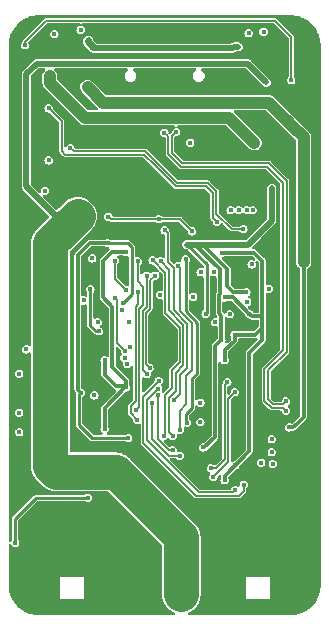
<source format=gbr>
%TF.GenerationSoftware,KiCad,Pcbnew,7.0.9*%
%TF.CreationDate,2024-08-31T12:22:45+08:00*%
%TF.ProjectId,IOT,494f542e-6b69-4636-9164-5f7063625858,rev?*%
%TF.SameCoordinates,Original*%
%TF.FileFunction,Copper,L3,Inr*%
%TF.FilePolarity,Positive*%
%FSLAX46Y46*%
G04 Gerber Fmt 4.6, Leading zero omitted, Abs format (unit mm)*
G04 Created by KiCad (PCBNEW 7.0.9) date 2024-08-31 12:22:45*
%MOMM*%
%LPD*%
G01*
G04 APERTURE LIST*
%TA.AperFunction,ComponentPad*%
%ADD10O,1.000000X2.100000*%
%TD*%
%TA.AperFunction,ComponentPad*%
%ADD11O,1.000000X1.600000*%
%TD*%
%TA.AperFunction,ViaPad*%
%ADD12C,0.450000*%
%TD*%
%TA.AperFunction,Conductor*%
%ADD13C,3.000000*%
%TD*%
%TA.AperFunction,Conductor*%
%ADD14C,0.152400*%
%TD*%
%TA.AperFunction,Conductor*%
%ADD15C,0.254000*%
%TD*%
%TA.AperFunction,Conductor*%
%ADD16C,0.500000*%
%TD*%
%TA.AperFunction,Conductor*%
%ADD17C,0.300000*%
%TD*%
%TA.AperFunction,Conductor*%
%ADD18C,0.250000*%
%TD*%
%TA.AperFunction,Conductor*%
%ADD19C,1.000000*%
%TD*%
%TA.AperFunction,Conductor*%
%ADD20C,0.152000*%
%TD*%
%TA.AperFunction,Conductor*%
%ADD21C,0.136144*%
%TD*%
G04 APERTURE END LIST*
D10*
%TO.N,GND*%
%TO.C,J1*%
X168150000Y-56470000D03*
D11*
X168150000Y-52290000D03*
D10*
X159510000Y-56470000D03*
D11*
X159510000Y-52290000D03*
%TD*%
D12*
%TO.N,GND*%
X156100000Y-83100000D03*
X156000000Y-84200000D03*
X151300000Y-91800000D03*
X151300000Y-90600000D03*
X151300000Y-89400000D03*
X151300000Y-88600000D03*
X154000000Y-57800000D03*
X165800000Y-87400000D03*
X175500000Y-86100000D03*
X176200000Y-85400000D03*
X176300000Y-83700000D03*
X176300000Y-81300000D03*
X176300000Y-79500000D03*
X176300000Y-78400000D03*
X176300000Y-76500000D03*
X176300000Y-75700000D03*
X176300000Y-74200000D03*
X151900000Y-52100000D03*
X153000000Y-53800000D03*
X165000000Y-52900000D03*
X166300000Y-52900000D03*
X170500000Y-66200000D03*
X174000000Y-90600000D03*
X156700000Y-93600000D03*
X156600000Y-100900000D03*
X155900000Y-100900000D03*
X155100000Y-100900000D03*
X172400000Y-100900000D03*
X171600000Y-100900000D03*
X170900000Y-100900000D03*
X158200000Y-96400000D03*
X158200000Y-95600000D03*
X157500000Y-96400000D03*
X157500000Y-95600000D03*
X163700000Y-101100000D03*
X161800000Y-101100000D03*
%TO.N,Net-(J4-I{slash}O)*%
X162807627Y-71562487D03*
X163749300Y-86400000D03*
%TO.N,GND*%
X152044400Y-94030800D03*
X175000000Y-73660000D03*
X154228800Y-94157800D03*
X167436800Y-54229000D03*
X168224200Y-99212400D03*
X152044400Y-96520000D03*
X167850000Y-76200000D03*
X152800000Y-63950000D03*
X167157400Y-99085400D03*
X157700000Y-64250000D03*
X167200000Y-92250000D03*
X158546800Y-93522800D03*
X157505400Y-98983800D03*
X152069800Y-66370200D03*
X162700000Y-88550000D03*
X155727400Y-93878400D03*
X170027600Y-96774000D03*
X157505400Y-100914200D03*
X159816800Y-93522800D03*
X168600000Y-69450000D03*
X157000000Y-83260000D03*
X153771600Y-94437200D03*
X161000000Y-83000000D03*
X160450000Y-71600000D03*
X158191200Y-100914200D03*
X164820000Y-64179000D03*
X169780000Y-81257500D03*
X158350000Y-60600000D03*
X158550000Y-92700000D03*
X167875500Y-74700000D03*
X175437800Y-99009200D03*
X153771600Y-98018600D03*
X173964600Y-101041200D03*
X153873200Y-92303600D03*
X157150000Y-63700000D03*
X161600000Y-88450000D03*
X163800000Y-65750000D03*
X167894000Y-98171000D03*
X166166800Y-54229000D03*
X154432000Y-98018600D03*
X167843200Y-96469200D03*
X170281600Y-93675200D03*
X157505400Y-97739200D03*
X169570400Y-100304600D03*
X163561896Y-69732685D03*
X168900000Y-91950500D03*
X167600000Y-62400000D03*
X170550000Y-59350000D03*
X167208200Y-100406200D03*
X172085000Y-97155000D03*
X168986200Y-100101400D03*
X158800000Y-67300000D03*
X169824400Y-101142800D03*
X166700000Y-81650000D03*
X152146000Y-80568800D03*
X171069000Y-64312800D03*
X155300000Y-64250000D03*
X168122600Y-95478600D03*
X157150000Y-64250000D03*
X151850000Y-70500000D03*
X171710000Y-81520000D03*
X155727400Y-93294200D03*
X166350000Y-71600000D03*
X158600000Y-69350000D03*
X156133800Y-97129600D03*
X168630600Y-93370400D03*
X175000000Y-76504800D03*
X161036000Y-95326200D03*
X157505400Y-99618800D03*
X158191200Y-100253800D03*
X167106600Y-101142800D03*
X153690000Y-95190000D03*
X167300000Y-67650000D03*
X175590200Y-53035200D03*
X154150000Y-63750000D03*
X171069000Y-93675200D03*
X167563800Y-64312800D03*
X163030000Y-80470000D03*
X154787600Y-94157800D03*
X163410000Y-61850000D03*
X173950000Y-82570000D03*
X151300000Y-66350000D03*
X169050000Y-62400000D03*
X171650000Y-54350000D03*
X152350000Y-71050000D03*
X155727400Y-92760800D03*
X173456600Y-55295800D03*
X156464000Y-64254000D03*
X171100000Y-77150000D03*
X160200000Y-61100000D03*
X174670000Y-66060000D03*
X167208863Y-77446797D03*
X169849800Y-93370400D03*
X151300000Y-71050000D03*
X152831800Y-99898200D03*
X157700000Y-63700000D03*
X166954200Y-64312800D03*
X155300000Y-64800000D03*
X176377600Y-54127400D03*
X158191200Y-98298000D03*
X164600000Y-90400000D03*
X156450000Y-64800000D03*
X157000000Y-78250000D03*
X166700000Y-82900000D03*
X174310000Y-80330000D03*
X151300000Y-59750000D03*
X172585500Y-54300000D03*
X157505400Y-97129600D03*
X168122600Y-97586800D03*
X169850000Y-62400000D03*
X155850000Y-64800000D03*
X155850000Y-64250000D03*
X161696400Y-51866800D03*
X151300000Y-55850000D03*
X166350000Y-75900000D03*
X166375000Y-73875000D03*
X161315400Y-54229000D03*
X165600000Y-86450000D03*
X166150000Y-85900000D03*
X174000000Y-55300000D03*
X162100000Y-67250000D03*
X151300000Y-54350000D03*
X167157400Y-96367600D03*
X174660000Y-69040000D03*
X167550000Y-77220000D03*
X158191200Y-98983800D03*
X152750000Y-60100000D03*
X167843200Y-95935800D03*
X173450000Y-56400000D03*
X173250000Y-72610000D03*
X165120000Y-64510000D03*
X151300000Y-70500000D03*
X161050000Y-68800000D03*
X174760000Y-84240000D03*
X163118800Y-97612200D03*
X163460000Y-80470000D03*
X167995600Y-100406200D03*
X156895800Y-97129600D03*
X153771600Y-97358200D03*
X170100000Y-61750000D03*
X163446900Y-75510314D03*
X170400000Y-73500000D03*
X170350000Y-71450000D03*
X163118800Y-99110800D03*
X171150000Y-59150000D03*
X153873200Y-100507800D03*
X158568609Y-66708398D03*
X171720000Y-83270000D03*
X163880800Y-51866800D03*
X166700000Y-82200000D03*
X155422600Y-97129600D03*
X168650000Y-61750000D03*
X176250600Y-91059000D03*
X171100000Y-66200000D03*
X151950000Y-78450000D03*
X171450000Y-73500000D03*
X167157400Y-98526600D03*
X152044400Y-95300800D03*
X151003000Y-80441800D03*
X158191200Y-97739200D03*
X170180000Y-100304600D03*
X151300000Y-64150000D03*
X175260000Y-91059000D03*
X163150000Y-61350000D03*
X158191200Y-97129600D03*
X153339800Y-100279200D03*
X162200000Y-81800000D03*
X173177200Y-100431600D03*
X164650000Y-67500000D03*
X170256200Y-64312800D03*
X171710000Y-84020000D03*
X163118800Y-98425000D03*
X168757600Y-64312800D03*
X153947900Y-53747900D03*
X156300000Y-86550000D03*
X151200000Y-78450000D03*
X156500000Y-92700000D03*
X166950000Y-88550000D03*
X174828200Y-100533200D03*
X169392600Y-56489600D03*
X166750000Y-86500000D03*
X171450000Y-97155000D03*
X152350000Y-70500000D03*
X171831000Y-93675200D03*
X175010000Y-78880000D03*
X151300000Y-58550000D03*
X172350000Y-59150000D03*
X151300000Y-68200000D03*
X160451800Y-93522800D03*
X152750000Y-60600000D03*
X163800000Y-65050000D03*
X159181800Y-93522800D03*
X168300000Y-62400000D03*
X163118800Y-96850200D03*
X163850000Y-90300000D03*
X168100000Y-92250000D03*
X173177200Y-99745800D03*
X157250000Y-92700000D03*
X152044400Y-95885000D03*
X163400000Y-62400000D03*
X169291000Y-60960000D03*
X153300000Y-63950000D03*
X163118800Y-96037400D03*
X170815000Y-97155000D03*
X175150000Y-55000000D03*
X151130000Y-76426000D03*
X175437800Y-97612200D03*
X168554400Y-99720400D03*
X158750000Y-82800000D03*
X157700000Y-64800000D03*
X159842200Y-101117400D03*
X156300000Y-87500000D03*
X169940000Y-77280000D03*
X170390000Y-77290000D03*
X158950000Y-91750000D03*
X165450000Y-92250000D03*
X168122600Y-97002600D03*
X173230000Y-70940000D03*
X155651200Y-92202000D03*
X152044400Y-94665800D03*
X166801800Y-90424000D03*
X151300000Y-61050000D03*
X151900000Y-76400000D03*
X158851600Y-100253800D03*
X151300000Y-65250000D03*
X152069800Y-99161600D03*
X155346400Y-94157800D03*
X160400000Y-83200000D03*
X170103800Y-57251600D03*
X169300000Y-61750000D03*
X167919400Y-98755200D03*
X162150000Y-69334958D03*
X176352200Y-80060800D03*
X170650000Y-62400000D03*
X152069800Y-98018600D03*
X162737800Y-101117400D03*
X166420800Y-90246200D03*
X153771600Y-96621600D03*
X175437800Y-99745800D03*
X166200000Y-84850000D03*
X168021000Y-93040200D03*
X158250000Y-91750000D03*
X173177200Y-101041200D03*
X167060000Y-80290000D03*
X158750000Y-79250000D03*
X167182800Y-97434400D03*
X168021000Y-93624400D03*
X154635200Y-97129600D03*
X167182800Y-97942400D03*
X154406600Y-100507800D03*
X173960000Y-81750000D03*
X163870000Y-78080000D03*
X159050000Y-60600000D03*
X152450800Y-99542600D03*
X175006000Y-75692000D03*
X152750000Y-59600000D03*
X171700000Y-60550000D03*
X162790000Y-81600000D03*
X171881800Y-86055200D03*
X157000000Y-84300000D03*
X162400000Y-61350000D03*
X163576000Y-54229000D03*
X167157400Y-99695000D03*
X163400000Y-67300000D03*
X166878000Y-93624400D03*
X161620200Y-95326200D03*
X158191200Y-99618800D03*
X152755600Y-59029600D03*
X167070000Y-79760000D03*
X170027600Y-97536000D03*
X175437800Y-98323400D03*
X170027600Y-96113600D03*
X173151800Y-97612200D03*
X167050000Y-85900000D03*
X163430000Y-78080000D03*
X162850000Y-67250000D03*
X167182800Y-96875600D03*
X171150000Y-88550000D03*
X151300000Y-63150000D03*
X151300000Y-69600000D03*
X162179000Y-95326200D03*
X159800000Y-92700000D03*
X174260000Y-85010000D03*
X167900000Y-69450000D03*
X167894000Y-101142800D03*
X174701200Y-51841400D03*
X168910000Y-101142800D03*
X173450000Y-57300000D03*
X157150000Y-64800000D03*
X164850000Y-87050000D03*
X158851600Y-99618800D03*
X166450000Y-88000000D03*
X158851600Y-100914200D03*
X174000000Y-54300000D03*
X169214800Y-93370400D03*
X155300000Y-63700000D03*
X152750000Y-61200000D03*
X163200000Y-81040000D03*
X173240000Y-71860000D03*
X151300000Y-68850000D03*
X166200000Y-92250000D03*
X166890000Y-60710000D03*
X151850000Y-71050000D03*
X157505400Y-100253800D03*
X175793400Y-59525000D03*
X171750000Y-59150000D03*
X172847000Y-97155000D03*
X158800000Y-75700000D03*
X159750000Y-60600000D03*
X152069800Y-98577400D03*
X157505400Y-98298000D03*
X153771600Y-95961200D03*
X155850000Y-63700000D03*
X167157400Y-95808800D03*
X171856400Y-94310200D03*
X156450000Y-63700000D03*
X160934400Y-101117400D03*
X171800000Y-66200000D03*
X168198800Y-64312800D03*
X170027600Y-95529400D03*
X174760000Y-83590000D03*
X173177200Y-99034600D03*
X159400000Y-61100000D03*
X172313600Y-60655200D03*
X173177200Y-98323400D03*
X161061400Y-93522800D03*
X166573200Y-51866800D03*
%TO.N,Net-(J4-CLK)*%
X163500000Y-71641498D03*
X164500000Y-86400000D03*
%TO.N,Net-(J4-RST)*%
X165000000Y-72000000D03*
X165100000Y-85900000D03*
%TO.N,Net-(J4-VCC)*%
X163322000Y-68070000D03*
X165700000Y-85289000D03*
X165600000Y-71466700D03*
X166150000Y-69100000D03*
X159074491Y-67848349D03*
%TO.N,Net-(U2-PS{slash}SYNC)*%
X154000000Y-63100000D03*
X153700000Y-65654000D03*
%TO.N,+3V8*%
X172450000Y-56500000D03*
X165850000Y-100300000D03*
X156450000Y-67600000D03*
X155850000Y-68900000D03*
X164650000Y-100300000D03*
X166150000Y-99900000D03*
X165250000Y-100300000D03*
X156450000Y-68200000D03*
X155850000Y-68200000D03*
X165550000Y-99900000D03*
X164950000Y-99900000D03*
X157100000Y-68200000D03*
X157100000Y-68900000D03*
X155850000Y-67600000D03*
X164350000Y-99900000D03*
X156450000Y-68900000D03*
%TO.N,+3.3V*%
X170053000Y-53492400D03*
X170750000Y-74250000D03*
X160300000Y-75200000D03*
X151180800Y-95450600D03*
X159004000Y-70104000D03*
X172900000Y-65450000D03*
X168630000Y-78300000D03*
X172897800Y-65913000D03*
X160750000Y-86599300D03*
X165700000Y-70232685D03*
X157329500Y-91670500D03*
X157400000Y-52900000D03*
X167100000Y-87400000D03*
X156720000Y-82780000D03*
X167300000Y-76100000D03*
%TO.N,Net-(D2-K)*%
X163830000Y-69000000D03*
X164648671Y-83404635D03*
%TO.N,VUSB*%
X175600000Y-70800000D03*
X157650000Y-56900000D03*
X175600000Y-71900000D03*
X175600000Y-71400000D03*
X174400000Y-85700000D03*
X157050000Y-56900000D03*
X170100000Y-58200000D03*
X170700000Y-58200000D03*
%TO.N,Net-(D5-K)*%
X154500000Y-52400000D03*
%TO.N,Net-(D6-K)*%
X172200000Y-52200000D03*
%TO.N,+1V8*%
X160528000Y-70866000D03*
X171000000Y-76100000D03*
X169800000Y-88900000D03*
X168910000Y-80006000D03*
X169750000Y-77850000D03*
X158750000Y-80010000D03*
X168910000Y-90170000D03*
X158750000Y-85850000D03*
X160550000Y-82310000D03*
X168650000Y-70900000D03*
X168918000Y-74700000D03*
%TO.N,BATT*%
X153850000Y-56500000D03*
X170942000Y-61137800D03*
X171300000Y-67300000D03*
X154400000Y-56500000D03*
X154112000Y-55958500D03*
X171221400Y-61595000D03*
X170800000Y-67300000D03*
X170584300Y-60784300D03*
X170100000Y-67300000D03*
X169418000Y-67318000D03*
%TO.N,EN*%
X170500000Y-68900000D03*
X155850000Y-62050000D03*
%TO.N,/Interface/D20*%
X160932796Y-78876118D03*
X170811819Y-75076392D03*
%TO.N,/Interface/SCL*%
X163327711Y-81767711D03*
X170530615Y-90569385D03*
%TO.N,/Interface/SDA*%
X163290000Y-82410000D03*
X169800000Y-91000000D03*
%TO.N,PWRKEY*%
X174550000Y-56300000D03*
X152000000Y-53350000D03*
%TO.N,/Interface/A0*%
X159600000Y-71600000D03*
X160550000Y-74050000D03*
%TO.N,/Interface/A2*%
X157550000Y-74000000D03*
X158274964Y-77562351D03*
%TO.N,/Interface/A3*%
X157000000Y-74950000D03*
X160218470Y-75770708D03*
%TO.N,/BG95/NET_STATUS*%
X168250000Y-68300000D03*
X154000000Y-58700000D03*
%TO.N,Net-(Q3-G)*%
X166000000Y-61600000D03*
%TO.N,Net-(U1-USB_BOOT)*%
X157880000Y-83000000D03*
%TO.N,Net-(U1-MAIN_RXD)*%
X152095200Y-79095600D03*
%TO.N,Net-(U1-MAIN_TXD)*%
X151511000Y-81153000D03*
%TO.N,Net-(U1-MAIN_DTR)*%
X157700000Y-71400000D03*
%TO.N,Net-(U1-MAIN_CTS)*%
X151511000Y-84455000D03*
%TO.N,Net-(U1-MAIN_RTS)*%
X151511000Y-86106000D03*
%TO.N,BG95_GPIO1*%
X172000000Y-88700000D03*
%TO.N,BG95_GPIO2*%
X172980000Y-88798500D03*
%TO.N,BG95_GPIO3*%
X172900000Y-87800000D03*
%TO.N,BG95_GPIO4*%
X172900000Y-86700000D03*
%TO.N,BG95_SPI2_SCLK*%
X172640000Y-73970000D03*
%TO.N,BG95_SPI2_CS*%
X171200000Y-71900000D03*
%TO.N,BG95_SPI2_MISO*%
X167980000Y-72566000D03*
%TO.N,BG95_SPI2_MOSI*%
X166880000Y-72566000D03*
%TO.N,BG95_SPI0_CS*%
X162550512Y-80662822D03*
X163000000Y-72850000D03*
%TO.N,BG95_SPI0_SCLK*%
X162300000Y-72850000D03*
X162328680Y-81194936D03*
%TO.N,BG95_SPI0_MOSI*%
X161400700Y-84250000D03*
X161550000Y-71650000D03*
%TO.N,BG95_SPI0_MISO*%
X161600000Y-74199300D03*
X161500000Y-85050000D03*
%TO.N,BG95_I2C1_SCL*%
X163248800Y-83000000D03*
X164500000Y-87649300D03*
%TO.N,BG95_I2C1_SDA*%
X162798100Y-83611326D03*
X165100000Y-88100000D03*
%TO.N,BG95_UART2_TXD*%
X166849300Y-85250000D03*
%TO.N,BG95_UART2_RXD*%
X166849300Y-83600000D03*
%TO.N,BG95_GPIO17*%
X169780000Y-82716000D03*
X167950000Y-89900000D03*
%TO.N,BG95_GPIO18*%
X160650000Y-80349300D03*
%TO.N,BG95_GPIO19*%
X169147430Y-81865748D03*
X167750000Y-89150000D03*
%TO.N,BG95_GPIO20*%
X160431501Y-79816143D03*
%TO.N,BG95_GPIO21*%
X160487588Y-79242375D03*
X159641228Y-74775484D03*
%TO.N,Net-(U10-B3)*%
X163450000Y-74480000D03*
X166250000Y-74650000D03*
%TO.N,Net-(U10-B2)*%
X158150000Y-76800000D03*
X169360700Y-76110700D03*
%TO.N,Net-(U10-B1)*%
X168100000Y-76800000D03*
X160840000Y-76750000D03*
%TO.N,Net-(D5-A)*%
X156718000Y-52044500D03*
%TO.N,Net-(D6-A)*%
X170942000Y-52324000D03*
%TO.N,/BG95/USB_P*%
X163800000Y-60750000D03*
X174100000Y-84300000D03*
%TO.N,/BG95/USB_N*%
X164800000Y-60700000D03*
X174100000Y-83500000D03*
%TD*%
D13*
%TO.N,+3V8*%
X165250000Y-95010000D02*
X165250000Y-99850000D01*
X159695000Y-89455000D02*
X165250000Y-95010000D01*
X154605000Y-89455000D02*
X159695000Y-89455000D01*
X154150000Y-89000000D02*
X154605000Y-89455000D01*
X154150000Y-70132000D02*
X154150000Y-89000000D01*
X156464000Y-67818000D02*
X154150000Y-70132000D01*
D14*
%TO.N,Net-(J4-I{slash}O)*%
X165130600Y-77290600D02*
X165130600Y-80159400D01*
X163895700Y-82920000D02*
X163895700Y-86253600D01*
X165130600Y-80159400D02*
X164420000Y-80870000D01*
X164420000Y-82395700D02*
X163895700Y-82920000D01*
X163895700Y-86253600D02*
X163749300Y-86400000D01*
X163897600Y-76057600D02*
X165130600Y-77290600D01*
X163897600Y-72652460D02*
X163897600Y-76057600D01*
X164420000Y-80870000D02*
X164420000Y-82395700D01*
X162807627Y-71562487D02*
X163897600Y-72652460D01*
D15*
%TO.N,GND*%
X158600000Y-69350000D02*
X163179211Y-69350000D01*
X163179211Y-69350000D02*
X163561896Y-69732685D01*
D14*
%TO.N,Net-(J4-CLK)*%
X164200000Y-72350000D02*
X164200000Y-75790000D01*
X165410000Y-77000000D02*
X165410000Y-80410000D01*
X164200000Y-83210000D02*
X164200000Y-83361906D01*
X164200000Y-75790000D02*
X165410000Y-77000000D01*
X164200000Y-83361906D02*
X164198100Y-83363806D01*
X164200000Y-83888794D02*
X164200000Y-86100000D01*
X165410000Y-80410000D02*
X164760000Y-81060000D01*
X163500000Y-71641498D02*
X163500000Y-71650000D01*
X164198100Y-83363806D02*
X164198100Y-83886894D01*
X164760000Y-82650000D02*
X164200000Y-83210000D01*
X163500000Y-71650000D02*
X164200000Y-72350000D01*
X164760000Y-81060000D02*
X164760000Y-82650000D01*
X164198100Y-83886894D02*
X164200000Y-83888794D01*
X164200000Y-86100000D02*
X164500000Y-86400000D01*
%TO.N,Net-(J4-RST)*%
X165100000Y-75850000D02*
X166140000Y-76890000D01*
X165100000Y-72100000D02*
X165100000Y-75850000D01*
X166140000Y-76890000D02*
X166140000Y-80880000D01*
X165680000Y-83750000D02*
X165100000Y-84330000D01*
X166140000Y-80880000D02*
X165680000Y-81340000D01*
X165680000Y-81340000D02*
X165680000Y-83750000D01*
X165100000Y-84330000D02*
X165100000Y-85900000D01*
X165000000Y-72000000D02*
X165100000Y-72100000D01*
D15*
%TO.N,Net-(J4-VCC)*%
X165600000Y-75870000D02*
X166580000Y-76850000D01*
X165600000Y-84570000D02*
X165600000Y-85189000D01*
X166130000Y-81570000D02*
X166130000Y-84040000D01*
X165600000Y-85189000D02*
X165700000Y-85289000D01*
D14*
X165120000Y-68070000D02*
X163322000Y-68070000D01*
X163320000Y-68072000D02*
X163322000Y-68070000D01*
D15*
X166130000Y-84040000D02*
X165600000Y-84570000D01*
X166580000Y-81120000D02*
X166130000Y-81570000D01*
D14*
X159074491Y-67848349D02*
X159298142Y-68072000D01*
X159298142Y-68072000D02*
X163320000Y-68072000D01*
D15*
X165600000Y-71466700D02*
X165600000Y-75870000D01*
X166580000Y-76850000D02*
X166580000Y-81120000D01*
D14*
X166150000Y-69100000D02*
X165120000Y-68070000D01*
D16*
%TO.N,+3V8*%
X152100000Y-65300000D02*
X154618000Y-67818000D01*
X170850000Y-54900000D02*
X153000000Y-54900000D01*
X153000000Y-54900000D02*
X152100000Y-55800000D01*
X172450000Y-56500000D02*
X170850000Y-54900000D01*
X152100000Y-55800000D02*
X152100000Y-65300000D01*
X154618000Y-67818000D02*
X156464000Y-67818000D01*
D17*
%TO.N,+3.3V*%
X156475000Y-82535000D02*
X156475000Y-71125000D01*
D16*
X169697400Y-53492400D02*
X169595800Y-53594000D01*
D18*
X151180800Y-95450600D02*
X151180800Y-93419200D01*
X165700000Y-70232685D02*
X168600000Y-70232685D01*
X160700000Y-70100000D02*
X161050000Y-70450000D01*
D17*
X166432685Y-70232685D02*
X168505000Y-72305000D01*
X165700000Y-70232685D02*
X169058685Y-70232685D01*
X167200000Y-87400000D02*
X167100000Y-87400000D01*
D18*
X167375500Y-76024500D02*
X167300000Y-76100000D01*
X167375500Y-74492893D02*
X167375500Y-76024500D01*
D17*
X169150000Y-72300000D02*
X169150000Y-73750000D01*
X167082685Y-70232685D02*
X169150000Y-72300000D01*
D18*
X165700000Y-70232685D02*
X165732685Y-70232685D01*
X156597200Y-82902800D02*
X156597200Y-85497200D01*
D16*
X157302200Y-53111400D02*
X157302200Y-52997800D01*
D18*
X151180800Y-93419200D02*
X152929500Y-91670500D01*
X161050000Y-74450000D02*
X160300000Y-75200000D01*
D16*
X172900000Y-68200000D02*
X172900000Y-65450000D01*
X157302200Y-52997800D02*
X157400000Y-52900000D01*
D17*
X168505000Y-72305000D02*
X168505000Y-74405893D01*
X168630000Y-78300000D02*
X168100000Y-78830000D01*
D16*
X168600000Y-70232685D02*
X170600000Y-70232685D01*
D17*
X168100000Y-78830000D02*
X168100000Y-86500000D01*
D18*
X165732685Y-70232685D02*
X167380000Y-71880000D01*
D17*
X168418000Y-76018000D02*
X168630000Y-76230000D01*
D18*
X156720000Y-82780000D02*
X156597200Y-82902800D01*
D16*
X170053000Y-53492400D02*
X169697400Y-53492400D01*
D17*
X156475000Y-71125000D02*
X157496000Y-70104000D01*
X168505000Y-74405893D02*
X168418000Y-74492893D01*
D16*
X169595800Y-53594000D02*
X157784800Y-53594000D01*
X168932685Y-70232685D02*
X165700000Y-70232685D01*
X157784800Y-53594000D02*
X157302200Y-53111400D01*
D18*
X157400000Y-52900000D02*
X157900000Y-53400000D01*
D17*
X169150000Y-73750000D02*
X169650000Y-74250000D01*
X168418000Y-74492893D02*
X168418000Y-76018000D01*
D18*
X159008000Y-70100000D02*
X160700000Y-70100000D01*
X167380000Y-71880000D02*
X167380000Y-74488393D01*
D17*
X168100000Y-86500000D02*
X167200000Y-87400000D01*
X165700000Y-70232685D02*
X167082685Y-70232685D01*
X169650000Y-74250000D02*
X170750000Y-74250000D01*
D18*
X161050000Y-70450000D02*
X161050000Y-74450000D01*
D16*
X170600000Y-70232685D02*
X170867315Y-70232685D01*
D18*
X157699300Y-86599300D02*
X160750000Y-86599300D01*
D17*
X165700000Y-70232685D02*
X166432685Y-70232685D01*
D18*
X159004000Y-70104000D02*
X159008000Y-70100000D01*
X156597200Y-85497200D02*
X157699300Y-86599300D01*
D16*
X170867315Y-70232685D02*
X172900000Y-68200000D01*
D18*
X165700000Y-70232685D02*
X170600000Y-70232685D01*
D17*
X168630000Y-76230000D02*
X168630000Y-78300000D01*
X157496000Y-70104000D02*
X159004000Y-70104000D01*
D18*
X168600000Y-70232685D02*
X168932685Y-70232685D01*
D17*
X156720000Y-82780000D02*
X156475000Y-82535000D01*
D18*
X152929500Y-91670500D02*
X157329500Y-91670500D01*
D14*
%TO.N,Net-(D2-K)*%
X164084000Y-69254000D02*
X164084000Y-71684000D01*
X164600000Y-72200000D02*
X164600000Y-75770000D01*
X165170000Y-81270000D02*
X165170000Y-82883306D01*
X164600000Y-75770000D02*
X165740000Y-76910000D01*
X165740000Y-80700000D02*
X165170000Y-81270000D01*
X164084000Y-71684000D02*
X164600000Y-72200000D01*
X165740000Y-76910000D02*
X165740000Y-80700000D01*
X165170000Y-82883306D02*
X164648671Y-83404635D01*
X163830000Y-69000000D02*
X164084000Y-69254000D01*
D19*
%TO.N,VUSB*%
X166300000Y-58200000D02*
X158600000Y-58200000D01*
X175600000Y-70200000D02*
X175600000Y-71700000D01*
X174600000Y-60150000D02*
X174150000Y-59700000D01*
D17*
X175000000Y-85400000D02*
X174700000Y-85700000D01*
D19*
X172650000Y-58200000D02*
X170700000Y-58200000D01*
X158600000Y-58200000D02*
X157300000Y-56900000D01*
X175600000Y-61150000D02*
X174600000Y-60150000D01*
X166300000Y-58200000D02*
X170700000Y-58200000D01*
D17*
X175600000Y-71900000D02*
X175600000Y-84800000D01*
D19*
X175600000Y-70200000D02*
X175600000Y-61150000D01*
D17*
X174700000Y-85700000D02*
X174400000Y-85700000D01*
D19*
X167000000Y-58200000D02*
X166300000Y-58200000D01*
D17*
X175600000Y-84800000D02*
X175000000Y-85400000D01*
D19*
X174600000Y-60150000D02*
X172650000Y-58200000D01*
D17*
%TO.N,+1V8*%
X169750000Y-78350000D02*
X169750000Y-77850000D01*
X159400000Y-75500000D02*
X158600000Y-74700000D01*
X159700000Y-82200000D02*
X158750000Y-81250000D01*
X171000000Y-76100000D02*
X169600000Y-74700000D01*
X172100000Y-76300000D02*
X172100000Y-77250000D01*
X160490000Y-82310000D02*
X158750000Y-84050000D01*
X160440000Y-82200000D02*
X159700000Y-82200000D01*
X160550000Y-82310000D02*
X160490000Y-82310000D01*
X160550000Y-82310000D02*
X160550000Y-81750000D01*
X171000000Y-79400000D02*
X171000000Y-87700000D01*
X171400000Y-70900000D02*
X168650000Y-70900000D01*
X158600000Y-71600000D02*
X159334000Y-70866000D01*
X160550000Y-82310000D02*
X160440000Y-82200000D01*
X171000000Y-87700000D02*
X168910000Y-89790000D01*
X172100000Y-71600000D02*
X171400000Y-70900000D01*
X171500000Y-77850000D02*
X169750000Y-77850000D01*
X159334000Y-70866000D02*
X160528000Y-70866000D01*
X158750000Y-84050000D02*
X158750000Y-85850000D01*
X159400000Y-80600000D02*
X159400000Y-75500000D01*
X158750000Y-81250000D02*
X158750000Y-80010000D01*
X171000000Y-76100000D02*
X171200000Y-76300000D01*
X169600000Y-74700000D02*
X168918000Y-74700000D01*
X172100000Y-77250000D02*
X171500000Y-77850000D01*
X172100000Y-75900000D02*
X172100000Y-71600000D01*
X168910000Y-89790000D02*
X168910000Y-90170000D01*
X168910000Y-80006000D02*
X168910000Y-79190000D01*
X160550000Y-81750000D02*
X159400000Y-80600000D01*
X171200000Y-76300000D02*
X172100000Y-76300000D01*
X172100000Y-78300000D02*
X171000000Y-79400000D01*
X172100000Y-75900000D02*
X172100000Y-78300000D01*
X168910000Y-79190000D02*
X169750000Y-78350000D01*
X158600000Y-74700000D02*
X158600000Y-71600000D01*
X172100000Y-75900000D02*
X172100000Y-76300000D01*
D19*
%TO.N,BATT*%
X157100000Y-59500000D02*
X154112000Y-56512000D01*
X171422500Y-61622500D02*
X169300000Y-59500000D01*
X169300000Y-59500000D02*
X157100000Y-59500000D01*
X154112000Y-56512000D02*
X154112000Y-55958500D01*
D20*
%TO.N,EN*%
X167500000Y-65000000D02*
X164900000Y-65000000D01*
X168200000Y-65700000D02*
X167500000Y-65000000D01*
D14*
X164900000Y-65000000D02*
X164868040Y-65000000D01*
X162188639Y-62320600D02*
X162289020Y-62420980D01*
X156120600Y-62320600D02*
X162188639Y-62320600D01*
D20*
X170500000Y-68900000D02*
X169500000Y-68900000D01*
D14*
X162289020Y-62420980D02*
X162349020Y-62480981D01*
D20*
X169500000Y-68900000D02*
X168200000Y-67600000D01*
D14*
X164868040Y-65000000D02*
X162289020Y-62420980D01*
D20*
X168200000Y-67600000D02*
X168200000Y-65700000D01*
D14*
X155850000Y-62050000D02*
X156120600Y-62320600D01*
D20*
%TO.N,/Interface/SCL*%
X163327711Y-81767711D02*
X161998000Y-83097422D01*
X161998000Y-83097422D02*
X161998000Y-87000000D01*
X170100000Y-91500000D02*
X170530615Y-91069385D01*
X166498000Y-91500000D02*
X170100000Y-91500000D01*
X170530615Y-91069385D02*
X170530615Y-90569385D01*
X161998000Y-87000000D02*
X166498000Y-91500000D01*
%TO.N,/Interface/SDA*%
X169602000Y-91198000D02*
X169800000Y-91000000D01*
X162300000Y-83343516D02*
X162300000Y-86800000D01*
X166698000Y-91198000D02*
X169602000Y-91198000D01*
X163233516Y-82410000D02*
X162300000Y-83343516D01*
X163290000Y-82410000D02*
X163233516Y-82410000D01*
X162300000Y-86800000D02*
X166698000Y-91198000D01*
%TO.N,PWRKEY*%
X153786000Y-51264000D02*
X173164000Y-51264000D01*
X152000000Y-53350000D02*
X152000000Y-53050000D01*
X174550000Y-52650000D02*
X174550000Y-56300000D01*
X173164000Y-51264000D02*
X174550000Y-52650000D01*
X152000000Y-53050000D02*
X153786000Y-51264000D01*
D14*
%TO.N,/Interface/A0*%
X159600000Y-73100000D02*
X159600000Y-71600000D01*
X160550000Y-74050000D02*
X159600000Y-73100000D01*
D18*
%TO.N,/Interface/A2*%
X158012351Y-77562351D02*
X157550000Y-77100000D01*
X158274964Y-77562351D02*
X158012351Y-77562351D01*
X157550000Y-77100000D02*
X157550000Y-74000000D01*
D20*
%TO.N,/BG95/NET_STATUS*%
X167898000Y-67948000D02*
X168250000Y-68300000D01*
X167302000Y-65302000D02*
X164774907Y-65301999D01*
D14*
X156010000Y-62600000D02*
X162072908Y-62600000D01*
D20*
X167898000Y-67500000D02*
X167898000Y-67948000D01*
X155400000Y-62600000D02*
X155100000Y-62300000D01*
X167898000Y-67500000D02*
X167898000Y-65898000D01*
X167898000Y-65898000D02*
X167302000Y-65302000D01*
X155100000Y-59800000D02*
X154000000Y-58700000D01*
X156010000Y-62600000D02*
X155400000Y-62600000D01*
X167898000Y-67725092D02*
X167898000Y-67500000D01*
D14*
X162072908Y-62600000D02*
X162911454Y-63438546D01*
D20*
X164774907Y-65301999D02*
X162911454Y-63438546D01*
X155100000Y-62300000D02*
X155100000Y-59800000D01*
D14*
%TO.N,BG95_SPI0_CS*%
X162254600Y-80366910D02*
X162254600Y-76025400D01*
X162550512Y-80662822D02*
X162254600Y-80366910D01*
X162600000Y-73250000D02*
X163000000Y-72850000D01*
X162254600Y-76025400D02*
X162600000Y-75680000D01*
X162600000Y-75680000D02*
X162600000Y-73250000D01*
%TO.N,BG95_SPI0_SCLK*%
X162328680Y-81194936D02*
X161975200Y-80841456D01*
X162309400Y-72859400D02*
X162300000Y-72850000D01*
X161975200Y-80841456D02*
X161975200Y-75844800D01*
X162309400Y-75510600D02*
X162309400Y-72859400D01*
X161975200Y-75844800D02*
X162309400Y-75510600D01*
%TO.N,BG95_SPI0_MOSI*%
X162028200Y-75351800D02*
X162028200Y-73828200D01*
X161400700Y-84250000D02*
X161695800Y-83954900D01*
X162028200Y-73828200D02*
X161550000Y-73350000D01*
X161550000Y-73350000D02*
X161550000Y-71650000D01*
X161695800Y-75684200D02*
X162028200Y-75351800D01*
X161695800Y-83954900D02*
X161695800Y-75684200D01*
%TO.N,BG95_SPI0_MISO*%
X161600000Y-75270000D02*
X161393400Y-75476600D01*
X161393400Y-80830000D02*
X161393400Y-80656600D01*
X161393400Y-75476600D02*
X161393400Y-80830000D01*
X160950000Y-84500000D02*
X160950000Y-83900000D01*
X161393400Y-83456600D02*
X161393400Y-80830000D01*
X160950000Y-83900000D02*
X161393400Y-83456600D01*
X161600000Y-74199300D02*
X161600000Y-75270000D01*
X161500000Y-85050000D02*
X160950000Y-84500000D01*
%TO.N,BG95_I2C1_SCL*%
X164198100Y-87649300D02*
X163248800Y-86700000D01*
X163248800Y-86700000D02*
X163248800Y-83000000D01*
X164500000Y-87649300D02*
X164198100Y-87649300D01*
%TO.N,BG95_I2C1_SDA*%
X164221142Y-88100000D02*
X162798100Y-86676958D01*
X165100000Y-88100000D02*
X164221142Y-88100000D01*
X162798100Y-86676958D02*
X162798100Y-83611326D01*
D20*
%TO.N,BG95_GPIO17*%
X169780000Y-82716000D02*
X169208108Y-83287892D01*
X169208108Y-83287892D02*
X169208108Y-88641892D01*
X169208108Y-88641892D02*
X167950000Y-89900000D01*
%TO.N,BG95_GPIO19*%
X168906108Y-88393892D02*
X168150000Y-89150000D01*
X168906108Y-82107070D02*
X168906108Y-88393892D01*
X169147430Y-81865748D02*
X168906108Y-82107070D01*
X168150000Y-89150000D02*
X167750000Y-89150000D01*
%TO.N,BG95_GPIO21*%
X159641228Y-74775484D02*
X159776000Y-74910256D01*
X159776000Y-74910256D02*
X159776000Y-78526000D01*
X159776000Y-78526000D02*
X160500000Y-79250000D01*
D21*
%TO.N,/BG95/USB_P*%
X165179718Y-63669672D02*
X172529718Y-63669672D01*
X172280328Y-80729718D02*
X172280328Y-83470282D01*
X164105328Y-62595282D02*
X165179718Y-63669672D01*
X163800000Y-60750000D02*
X164105328Y-61055328D01*
X172879718Y-84069672D02*
X173869672Y-84069672D01*
X173869672Y-84069672D02*
X174100000Y-84300000D01*
X173830328Y-64970282D02*
X173830328Y-79179718D01*
X164105328Y-61055328D02*
X164105328Y-62595282D01*
X172280328Y-83470282D02*
X172879718Y-84069672D01*
X173830328Y-79179718D02*
X172280328Y-80729718D01*
X172529718Y-63669672D02*
X173830328Y-64970282D01*
%TO.N,/BG95/USB_N*%
X172619672Y-83329718D02*
X173039954Y-83750000D01*
X164444672Y-62454718D02*
X165320282Y-63330328D01*
X164444672Y-61055328D02*
X164444672Y-62454718D01*
X164800000Y-60700000D02*
X164444672Y-61055328D01*
X173039954Y-83750000D02*
X173850000Y-83750000D01*
X172619672Y-80870282D02*
X172619672Y-83329718D01*
X165320282Y-63330328D02*
X172670282Y-63330328D01*
X172670282Y-63330328D02*
X174169672Y-64829718D01*
X173850000Y-83750000D02*
X174100000Y-83500000D01*
X174169672Y-79320282D02*
X172619672Y-80870282D01*
X174169672Y-64829718D02*
X174169672Y-79320282D01*
%TD*%
%TA.AperFunction,Conductor*%
%TO.N,GND*%
G36*
X158798700Y-70395014D02*
G01*
X158893714Y-70443426D01*
X158893716Y-70443426D01*
X158893718Y-70443427D01*
X158939058Y-70450608D01*
X159004000Y-70460894D01*
X159027755Y-70457131D01*
X159097046Y-70466084D01*
X159150499Y-70511079D01*
X159171140Y-70577830D01*
X159152417Y-70645144D01*
X159146107Y-70654331D01*
X159126756Y-70679956D01*
X159121113Y-70686441D01*
X158445050Y-71362504D01*
X158438571Y-71368142D01*
X158429876Y-71374709D01*
X158400205Y-71407256D01*
X158398231Y-71409324D01*
X158385592Y-71421963D01*
X158385582Y-71421975D01*
X158384365Y-71423752D01*
X158379044Y-71430468D01*
X158359978Y-71451384D01*
X158359977Y-71451386D01*
X158358063Y-71456327D01*
X158344741Y-71481600D01*
X158341750Y-71485966D01*
X158341747Y-71485971D01*
X158335266Y-71513523D01*
X158332725Y-71521730D01*
X158322500Y-71548125D01*
X158322500Y-71553422D01*
X158319206Y-71581812D01*
X158317995Y-71586958D01*
X158317995Y-71586962D01*
X158321385Y-71611268D01*
X158321905Y-71614991D01*
X158322500Y-71623566D01*
X158322500Y-74641632D01*
X158321905Y-74650206D01*
X158320400Y-74660993D01*
X158320400Y-74660996D01*
X158320400Y-74660997D01*
X158321180Y-74677858D01*
X158322434Y-74704990D01*
X158322500Y-74707853D01*
X158322500Y-74725709D01*
X158322501Y-74725722D01*
X158322893Y-74727819D01*
X158323883Y-74736352D01*
X158325191Y-74764634D01*
X158327333Y-74769484D01*
X158335784Y-74796777D01*
X158336756Y-74801979D01*
X158336758Y-74801983D01*
X158351656Y-74826046D01*
X158355663Y-74833648D01*
X158367096Y-74859541D01*
X158367097Y-74859543D01*
X158370841Y-74863287D01*
X158388585Y-74885687D01*
X158391372Y-74890188D01*
X158413959Y-74907245D01*
X158420436Y-74912881D01*
X158774980Y-75267424D01*
X159086181Y-75578625D01*
X159119666Y-75639948D01*
X159122500Y-75666306D01*
X159122500Y-79601829D01*
X159102815Y-79668868D01*
X159050011Y-79714623D01*
X158980853Y-79724567D01*
X158942206Y-79712314D01*
X158860283Y-79670572D01*
X158750002Y-79653106D01*
X158749998Y-79653106D01*
X158639718Y-79670572D01*
X158540221Y-79721268D01*
X158540217Y-79721271D01*
X158461271Y-79800217D01*
X158461268Y-79800221D01*
X158410572Y-79899718D01*
X158393106Y-80009997D01*
X158393106Y-80010002D01*
X158410572Y-80120281D01*
X158410573Y-80120284D01*
X158410574Y-80120286D01*
X158458986Y-80215300D01*
X158472500Y-80271591D01*
X158472500Y-81191632D01*
X158471905Y-81200206D01*
X158470400Y-81210993D01*
X158472434Y-81254990D01*
X158472500Y-81257853D01*
X158472500Y-81275709D01*
X158472501Y-81275722D01*
X158472893Y-81277819D01*
X158473883Y-81286352D01*
X158475191Y-81314634D01*
X158477333Y-81319484D01*
X158485784Y-81346777D01*
X158486756Y-81351979D01*
X158486758Y-81351983D01*
X158501656Y-81376046D01*
X158505663Y-81383648D01*
X158517096Y-81409541D01*
X158517097Y-81409543D01*
X158520841Y-81413287D01*
X158538585Y-81435687D01*
X158541372Y-81440188D01*
X158563959Y-81457245D01*
X158570436Y-81462881D01*
X159462512Y-82354956D01*
X159468149Y-82361434D01*
X159474714Y-82370129D01*
X159507268Y-82399805D01*
X159509339Y-82401783D01*
X159521961Y-82414405D01*
X159523741Y-82415624D01*
X159530455Y-82420943D01*
X159551385Y-82440022D01*
X159556325Y-82441935D01*
X159581602Y-82455259D01*
X159585971Y-82458252D01*
X159613528Y-82464733D01*
X159621723Y-82467271D01*
X159648126Y-82477500D01*
X159648127Y-82477500D01*
X159648130Y-82477501D01*
X159654415Y-82478676D01*
X159716696Y-82510344D01*
X159751968Y-82570657D01*
X159749034Y-82640465D01*
X159719310Y-82688245D01*
X158595050Y-83812504D01*
X158588570Y-83818144D01*
X158579875Y-83824711D01*
X158579872Y-83824713D01*
X158579872Y-83824714D01*
X158574150Y-83830991D01*
X158550205Y-83857256D01*
X158548231Y-83859324D01*
X158535592Y-83871963D01*
X158535582Y-83871975D01*
X158534365Y-83873752D01*
X158529044Y-83880468D01*
X158509978Y-83901384D01*
X158509977Y-83901386D01*
X158508063Y-83906327D01*
X158494741Y-83931600D01*
X158491750Y-83935966D01*
X158491747Y-83935971D01*
X158485266Y-83963523D01*
X158482725Y-83971730D01*
X158472500Y-83998125D01*
X158472500Y-84003422D01*
X158469206Y-84031812D01*
X158467995Y-84036958D01*
X158467995Y-84036962D01*
X158471905Y-84064991D01*
X158472500Y-84073566D01*
X158472500Y-85588408D01*
X158458985Y-85644700D01*
X158410574Y-85739714D01*
X158410572Y-85739718D01*
X158393106Y-85849997D01*
X158393106Y-85850002D01*
X158410572Y-85960281D01*
X158410573Y-85960284D01*
X158410574Y-85960286D01*
X158461169Y-86059584D01*
X158461268Y-86059778D01*
X158461271Y-86059782D01*
X158536608Y-86135119D01*
X158570093Y-86196442D01*
X158565109Y-86266134D01*
X158523237Y-86322067D01*
X158457773Y-86346484D01*
X158448927Y-86346800D01*
X157855251Y-86346800D01*
X157788212Y-86327115D01*
X157767570Y-86310481D01*
X156886019Y-85428930D01*
X156852534Y-85367607D01*
X156849700Y-85341249D01*
X156849700Y-83185521D01*
X156869385Y-83118482D01*
X156917405Y-83075036D01*
X156929777Y-83068733D01*
X156998508Y-83000002D01*
X157523106Y-83000002D01*
X157540572Y-83110281D01*
X157540573Y-83110284D01*
X157540574Y-83110286D01*
X157584934Y-83197347D01*
X157591268Y-83209778D01*
X157591271Y-83209782D01*
X157670217Y-83288728D01*
X157670221Y-83288731D01*
X157670223Y-83288733D01*
X157769714Y-83339426D01*
X157769716Y-83339426D01*
X157769718Y-83339427D01*
X157879998Y-83356894D01*
X157880000Y-83356894D01*
X157880002Y-83356894D01*
X157990281Y-83339427D01*
X157990281Y-83339426D01*
X157990286Y-83339426D01*
X158089777Y-83288733D01*
X158168733Y-83209777D01*
X158219426Y-83110286D01*
X158225223Y-83073688D01*
X158236894Y-83000002D01*
X158236894Y-82999997D01*
X158219427Y-82889718D01*
X158219426Y-82889716D01*
X158219426Y-82889714D01*
X158168733Y-82790223D01*
X158168731Y-82790221D01*
X158168728Y-82790217D01*
X158089782Y-82711271D01*
X158089778Y-82711268D01*
X158089777Y-82711267D01*
X157990286Y-82660574D01*
X157990284Y-82660573D01*
X157990281Y-82660572D01*
X157880002Y-82643106D01*
X157879998Y-82643106D01*
X157769718Y-82660572D01*
X157769714Y-82660573D01*
X157769714Y-82660574D01*
X157757310Y-82666894D01*
X157670221Y-82711268D01*
X157670217Y-82711271D01*
X157591271Y-82790217D01*
X157591268Y-82790221D01*
X157540572Y-82889718D01*
X157523106Y-82999997D01*
X157523106Y-83000002D01*
X156998508Y-83000002D01*
X157008733Y-82989777D01*
X157059426Y-82890286D01*
X157059517Y-82889714D01*
X157076894Y-82780002D01*
X157076894Y-82779997D01*
X157059427Y-82669718D01*
X157059426Y-82669716D01*
X157059426Y-82669714D01*
X157008733Y-82570223D01*
X157008731Y-82570221D01*
X157008728Y-82570217D01*
X156929782Y-82491271D01*
X156929779Y-82491269D01*
X156929777Y-82491267D01*
X156830286Y-82440574D01*
X156830284Y-82440573D01*
X156821591Y-82436144D01*
X156823231Y-82432924D01*
X156780473Y-82403660D01*
X156753302Y-82339290D01*
X156752500Y-82325208D01*
X156752500Y-75412879D01*
X156772185Y-75345840D01*
X156824989Y-75300085D01*
X156894147Y-75290141D01*
X156895898Y-75290406D01*
X156999998Y-75306894D01*
X157000000Y-75306894D01*
X157000002Y-75306894D01*
X157110280Y-75289427D01*
X157110280Y-75289426D01*
X157110286Y-75289426D01*
X157117206Y-75285900D01*
X157185870Y-75273003D01*
X157250611Y-75299276D01*
X157290870Y-75356381D01*
X157297500Y-75396384D01*
X157297500Y-77062913D01*
X157295117Y-77087105D01*
X157292552Y-77100000D01*
X157297972Y-77127245D01*
X157312149Y-77198520D01*
X157316784Y-77205457D01*
X157367957Y-77282043D01*
X157378890Y-77289348D01*
X157397680Y-77304769D01*
X157807580Y-77714669D01*
X157823001Y-77733459D01*
X157830308Y-77744394D01*
X157910725Y-77798126D01*
X157913830Y-77800201D01*
X158002361Y-77817811D01*
X158056657Y-77846213D01*
X158057288Y-77845345D01*
X158063179Y-77849624D01*
X158064271Y-77850196D01*
X158065138Y-77851048D01*
X158065185Y-77851082D01*
X158065187Y-77851084D01*
X158164678Y-77901777D01*
X158164680Y-77901777D01*
X158164682Y-77901778D01*
X158274962Y-77919245D01*
X158274964Y-77919245D01*
X158274966Y-77919245D01*
X158385245Y-77901778D01*
X158385245Y-77901777D01*
X158385250Y-77901777D01*
X158484741Y-77851084D01*
X158563697Y-77772128D01*
X158614390Y-77672637D01*
X158619524Y-77640223D01*
X158631858Y-77562353D01*
X158631858Y-77562348D01*
X158614391Y-77452069D01*
X158614390Y-77452067D01*
X158614390Y-77452065D01*
X158563697Y-77352574D01*
X158563695Y-77352572D01*
X158563692Y-77352568D01*
X158484746Y-77273622D01*
X158484742Y-77273619D01*
X158484741Y-77273618D01*
X158431545Y-77246513D01*
X158380751Y-77198540D01*
X158363956Y-77130720D01*
X158386493Y-77064585D01*
X158400162Y-77048348D01*
X158438729Y-77009781D01*
X158438733Y-77009777D01*
X158489426Y-76910286D01*
X158496902Y-76863086D01*
X158506894Y-76800002D01*
X158506894Y-76799997D01*
X158489427Y-76689718D01*
X158489426Y-76689716D01*
X158489426Y-76689714D01*
X158438733Y-76590223D01*
X158438731Y-76590221D01*
X158438728Y-76590217D01*
X158359782Y-76511271D01*
X158359778Y-76511268D01*
X158359777Y-76511267D01*
X158260286Y-76460574D01*
X158260284Y-76460573D01*
X158260281Y-76460572D01*
X158150002Y-76443106D01*
X158149998Y-76443106D01*
X158039716Y-76460572D01*
X157982794Y-76489576D01*
X157914125Y-76502472D01*
X157849385Y-76476195D01*
X157809128Y-76419088D01*
X157802500Y-76379091D01*
X157802500Y-74297372D01*
X157822185Y-74230333D01*
X157838572Y-74209997D01*
X157838728Y-74209781D01*
X157838733Y-74209777D01*
X157889426Y-74110286D01*
X157889427Y-74110281D01*
X157906894Y-74000002D01*
X157906894Y-73999997D01*
X157889427Y-73889718D01*
X157889426Y-73889716D01*
X157889426Y-73889714D01*
X157838733Y-73790223D01*
X157838731Y-73790221D01*
X157838728Y-73790217D01*
X157759782Y-73711271D01*
X157759778Y-73711268D01*
X157759777Y-73711267D01*
X157660286Y-73660574D01*
X157660284Y-73660573D01*
X157660281Y-73660572D01*
X157550002Y-73643106D01*
X157549998Y-73643106D01*
X157439718Y-73660572D01*
X157340221Y-73711268D01*
X157340217Y-73711271D01*
X157261271Y-73790217D01*
X157261268Y-73790221D01*
X157210572Y-73889718D01*
X157193106Y-73999997D01*
X157193106Y-74000002D01*
X157210572Y-74110281D01*
X157210573Y-74110284D01*
X157210574Y-74110286D01*
X157251838Y-74191271D01*
X157261268Y-74209778D01*
X157267006Y-74217676D01*
X157265956Y-74218438D01*
X157294664Y-74271005D01*
X157297500Y-74297372D01*
X157297500Y-74503615D01*
X157277815Y-74570654D01*
X157225011Y-74616409D01*
X157155853Y-74626353D01*
X157117207Y-74614100D01*
X157110284Y-74610573D01*
X157000002Y-74593106D01*
X156999996Y-74593106D01*
X156895897Y-74609593D01*
X156826604Y-74600638D01*
X156773152Y-74555641D01*
X156752513Y-74488890D01*
X156752500Y-74487120D01*
X156752500Y-71400002D01*
X157343106Y-71400002D01*
X157360572Y-71510281D01*
X157360573Y-71510284D01*
X157360574Y-71510286D01*
X157411267Y-71609777D01*
X157411268Y-71609778D01*
X157411271Y-71609782D01*
X157490217Y-71688728D01*
X157490221Y-71688731D01*
X157490223Y-71688733D01*
X157589714Y-71739426D01*
X157589716Y-71739426D01*
X157589718Y-71739427D01*
X157699998Y-71756894D01*
X157700000Y-71756894D01*
X157700002Y-71756894D01*
X157810281Y-71739427D01*
X157810281Y-71739426D01*
X157810286Y-71739426D01*
X157909777Y-71688733D01*
X157988733Y-71609777D01*
X158039426Y-71510286D01*
X158039427Y-71510281D01*
X158056894Y-71400002D01*
X158056894Y-71399997D01*
X158039427Y-71289718D01*
X158039426Y-71289716D01*
X158039426Y-71289714D01*
X157988733Y-71190223D01*
X157988731Y-71190221D01*
X157988728Y-71190217D01*
X157909782Y-71111271D01*
X157909778Y-71111268D01*
X157909777Y-71111267D01*
X157810286Y-71060574D01*
X157810284Y-71060573D01*
X157810281Y-71060572D01*
X157700002Y-71043106D01*
X157699998Y-71043106D01*
X157589718Y-71060572D01*
X157490221Y-71111268D01*
X157490217Y-71111271D01*
X157411271Y-71190217D01*
X157411268Y-71190221D01*
X157411267Y-71190223D01*
X157368706Y-71273755D01*
X157360572Y-71289718D01*
X157343106Y-71399997D01*
X157343106Y-71400002D01*
X156752500Y-71400002D01*
X156752500Y-71291306D01*
X156772185Y-71224267D01*
X156788819Y-71203625D01*
X157574625Y-70417819D01*
X157635948Y-70384334D01*
X157662306Y-70381500D01*
X158742408Y-70381500D01*
X158798700Y-70395014D01*
G37*
%TD.AperFunction*%
%TA.AperFunction,Conductor*%
G36*
X163521787Y-72564722D02*
G01*
X163657582Y-72700517D01*
X163691066Y-72761838D01*
X163693900Y-72788197D01*
X163693900Y-74016550D01*
X163674215Y-74083589D01*
X163621411Y-74129344D01*
X163552253Y-74139288D01*
X163550503Y-74139023D01*
X163450003Y-74123106D01*
X163449998Y-74123106D01*
X163339718Y-74140572D01*
X163240221Y-74191268D01*
X163240217Y-74191271D01*
X163161271Y-74270217D01*
X163161268Y-74270221D01*
X163161267Y-74270223D01*
X163125929Y-74339579D01*
X163110572Y-74369718D01*
X163093106Y-74479997D01*
X163093106Y-74480002D01*
X163110572Y-74590281D01*
X163110573Y-74590284D01*
X163110574Y-74590286D01*
X163159261Y-74685840D01*
X163161268Y-74689778D01*
X163161271Y-74689782D01*
X163240217Y-74768728D01*
X163240221Y-74768731D01*
X163240223Y-74768733D01*
X163339714Y-74819426D01*
X163339716Y-74819426D01*
X163339718Y-74819427D01*
X163449998Y-74836894D01*
X163450000Y-74836894D01*
X163450002Y-74836894D01*
X163550502Y-74820976D01*
X163619795Y-74829930D01*
X163673247Y-74874926D01*
X163693887Y-74941678D01*
X163693900Y-74943449D01*
X163693900Y-76001920D01*
X163690788Y-76020239D01*
X163691539Y-76020324D01*
X163689974Y-76034205D01*
X163691046Y-76043715D01*
X163693510Y-76065586D01*
X163693900Y-76072523D01*
X163693900Y-76080556D01*
X163695687Y-76088387D01*
X163696851Y-76095240D01*
X163700385Y-76126607D01*
X163704262Y-76137688D01*
X163709350Y-76148252D01*
X163709351Y-76148254D01*
X163709352Y-76148255D01*
X163729038Y-76172940D01*
X163733048Y-76178591D01*
X163737331Y-76185407D01*
X163737334Y-76185410D01*
X163743005Y-76191081D01*
X163747641Y-76196268D01*
X163753558Y-76203687D01*
X163767328Y-76220954D01*
X163778253Y-76229666D01*
X163777780Y-76230258D01*
X163792932Y-76241008D01*
X164351926Y-76800002D01*
X164890581Y-77338656D01*
X164924066Y-77399979D01*
X164926900Y-77426337D01*
X164926900Y-80023661D01*
X164907215Y-80090700D01*
X164890581Y-80111342D01*
X164315330Y-80686592D01*
X164300181Y-80697342D01*
X164300653Y-80697933D01*
X164289728Y-80706645D01*
X164270046Y-80731324D01*
X164265417Y-80736505D01*
X164259732Y-80742190D01*
X164259732Y-80742191D01*
X164259731Y-80742193D01*
X164255453Y-80749000D01*
X164251432Y-80754667D01*
X164231752Y-80779344D01*
X164226657Y-80789922D01*
X164222786Y-80800989D01*
X164219251Y-80832363D01*
X164218086Y-80839218D01*
X164216300Y-80847046D01*
X164216300Y-80855075D01*
X164215910Y-80862014D01*
X164213791Y-80880825D01*
X164212375Y-80893391D01*
X164213940Y-80907275D01*
X164213187Y-80907359D01*
X164216300Y-80925679D01*
X164216300Y-82259961D01*
X164196615Y-82327000D01*
X164179981Y-82347642D01*
X163791030Y-82736592D01*
X163757073Y-82760668D01*
X163756684Y-82760855D01*
X163687735Y-82772160D01*
X163623620Y-82744393D01*
X163584694Y-82686370D01*
X163583318Y-82616514D01*
X163592471Y-82592813D01*
X163629426Y-82520286D01*
X163629507Y-82519778D01*
X163646894Y-82410002D01*
X163646894Y-82409997D01*
X163629427Y-82299718D01*
X163629426Y-82299716D01*
X163629426Y-82299714D01*
X163578733Y-82200223D01*
X163578731Y-82200221D01*
X163578728Y-82200217D01*
X163573902Y-82195391D01*
X163540417Y-82134068D01*
X163545401Y-82064376D01*
X163573902Y-82020029D01*
X163616444Y-81977488D01*
X163667137Y-81877997D01*
X163667138Y-81877992D01*
X163684605Y-81767713D01*
X163684605Y-81767708D01*
X163667138Y-81657429D01*
X163667137Y-81657427D01*
X163667137Y-81657425D01*
X163616444Y-81557934D01*
X163616442Y-81557932D01*
X163616439Y-81557928D01*
X163537493Y-81478982D01*
X163537489Y-81478979D01*
X163537488Y-81478978D01*
X163437997Y-81428285D01*
X163437995Y-81428284D01*
X163437992Y-81428283D01*
X163327713Y-81410817D01*
X163327709Y-81410817D01*
X163217429Y-81428283D01*
X163117932Y-81478979D01*
X163117928Y-81478982D01*
X163038982Y-81557928D01*
X163038979Y-81557932D01*
X162988283Y-81657429D01*
X162970817Y-81767708D01*
X162970817Y-81777470D01*
X162968767Y-81777470D01*
X162961419Y-81834269D01*
X162935588Y-81872039D01*
X162111181Y-82696447D01*
X162049858Y-82729932D01*
X161980167Y-82724948D01*
X161924233Y-82683076D01*
X161899816Y-82617612D01*
X161899500Y-82608766D01*
X161899500Y-81563629D01*
X161919185Y-81496590D01*
X161971989Y-81450835D01*
X162041147Y-81440891D01*
X162104703Y-81469916D01*
X162111181Y-81475948D01*
X162118897Y-81483664D01*
X162118901Y-81483667D01*
X162118903Y-81483669D01*
X162218394Y-81534362D01*
X162218396Y-81534362D01*
X162218398Y-81534363D01*
X162328678Y-81551830D01*
X162328680Y-81551830D01*
X162328682Y-81551830D01*
X162438961Y-81534363D01*
X162438961Y-81534362D01*
X162438966Y-81534362D01*
X162538457Y-81483669D01*
X162617413Y-81404713D01*
X162668106Y-81305222D01*
X162672779Y-81275722D01*
X162679098Y-81235823D01*
X162685574Y-81194936D01*
X162669577Y-81093937D01*
X162678531Y-81024644D01*
X162723527Y-80971192D01*
X162735742Y-80964061D01*
X162760289Y-80951555D01*
X162839245Y-80872599D01*
X162889938Y-80773108D01*
X162890357Y-80770462D01*
X162907406Y-80662824D01*
X162907406Y-80662819D01*
X162889939Y-80552540D01*
X162889938Y-80552538D01*
X162889938Y-80552536D01*
X162839245Y-80453045D01*
X162839243Y-80453043D01*
X162839240Y-80453039D01*
X162760294Y-80374093D01*
X162760290Y-80374090D01*
X162760289Y-80374089D01*
X162660798Y-80323396D01*
X162660796Y-80323395D01*
X162660793Y-80323394D01*
X162562901Y-80307889D01*
X162499766Y-80277959D01*
X162462836Y-80218647D01*
X162458300Y-80185416D01*
X162458300Y-76161136D01*
X162477985Y-76094097D01*
X162494615Y-76073459D01*
X162704664Y-75863409D01*
X162719816Y-75852660D01*
X162719344Y-75852069D01*
X162730268Y-75843356D01*
X162730271Y-75843355D01*
X162749960Y-75818664D01*
X162754591Y-75813483D01*
X162760268Y-75807807D01*
X162764539Y-75801008D01*
X162768554Y-75795348D01*
X162788248Y-75770655D01*
X162788248Y-75770651D01*
X162793339Y-75760082D01*
X162797211Y-75749013D01*
X162797214Y-75749009D01*
X162800749Y-75717626D01*
X162801915Y-75710772D01*
X162803700Y-75702954D01*
X162803700Y-75694923D01*
X162804089Y-75687986D01*
X162807625Y-75656606D01*
X162807625Y-75656605D01*
X162806061Y-75642724D01*
X162806811Y-75642639D01*
X162803700Y-75624320D01*
X162803700Y-73385737D01*
X162823385Y-73318698D01*
X162840018Y-73298057D01*
X162866009Y-73272066D01*
X162895915Y-73242159D01*
X162957236Y-73208675D01*
X162990240Y-73207733D01*
X162990240Y-73206894D01*
X163000002Y-73206894D01*
X163110281Y-73189427D01*
X163110281Y-73189426D01*
X163110286Y-73189426D01*
X163209777Y-73138733D01*
X163288733Y-73059777D01*
X163339426Y-72960286D01*
X163341367Y-72948031D01*
X163356894Y-72850002D01*
X163356894Y-72849997D01*
X163339427Y-72739717D01*
X163339426Y-72739715D01*
X163339426Y-72739714D01*
X163323622Y-72708697D01*
X163310726Y-72640032D01*
X163337001Y-72575292D01*
X163394107Y-72535034D01*
X163463913Y-72532040D01*
X163521787Y-72564722D01*
G37*
%TD.AperFunction*%
%TA.AperFunction,Conductor*%
G36*
X160322700Y-71157014D02*
G01*
X160417714Y-71205426D01*
X160417716Y-71205426D01*
X160417718Y-71205427D01*
X160527998Y-71222894D01*
X160528000Y-71222894D01*
X160528002Y-71222894D01*
X160647925Y-71203900D01*
X160648267Y-71206062D01*
X160705006Y-71204434D01*
X160764844Y-71240506D01*
X160795681Y-71303203D01*
X160797500Y-71324365D01*
X160797500Y-73587120D01*
X160777815Y-73654159D01*
X160725011Y-73699914D01*
X160655853Y-73709858D01*
X160654103Y-73709593D01*
X160550004Y-73693106D01*
X160540242Y-73693106D01*
X160540242Y-73690985D01*
X160483690Y-73683672D01*
X160445915Y-73657839D01*
X159840019Y-73051943D01*
X159806534Y-72990620D01*
X159803700Y-72964262D01*
X159803700Y-71946172D01*
X159823385Y-71879133D01*
X159840020Y-71858490D01*
X159888729Y-71809781D01*
X159888733Y-71809777D01*
X159939426Y-71710286D01*
X159942841Y-71688728D01*
X159956894Y-71600002D01*
X159956894Y-71599997D01*
X159939427Y-71489718D01*
X159939426Y-71489716D01*
X159939426Y-71489714D01*
X159888733Y-71390223D01*
X159888731Y-71390221D01*
X159888728Y-71390217D01*
X159853692Y-71355181D01*
X159820207Y-71293858D01*
X159825191Y-71224166D01*
X159867063Y-71168233D01*
X159932527Y-71143816D01*
X159941373Y-71143500D01*
X160266408Y-71143500D01*
X160322700Y-71157014D01*
G37*
%TD.AperFunction*%
%TA.AperFunction,Conductor*%
G36*
X169500732Y-74997185D02*
G01*
X169521374Y-75013819D01*
X170621306Y-76113750D01*
X170654791Y-76175073D01*
X170656098Y-76182032D01*
X170660572Y-76210283D01*
X170670750Y-76230258D01*
X170711267Y-76309777D01*
X170711269Y-76309779D01*
X170711271Y-76309782D01*
X170790217Y-76388728D01*
X170790221Y-76388731D01*
X170790223Y-76388733D01*
X170889714Y-76439426D01*
X170915137Y-76443452D01*
X170978271Y-76473382D01*
X170979276Y-76474288D01*
X171007256Y-76499794D01*
X171009328Y-76501773D01*
X171021961Y-76514406D01*
X171023733Y-76515620D01*
X171030467Y-76520954D01*
X171051383Y-76540020D01*
X171051385Y-76540022D01*
X171056322Y-76541934D01*
X171081600Y-76555259D01*
X171085971Y-76558253D01*
X171108872Y-76563638D01*
X171113524Y-76564733D01*
X171121740Y-76567277D01*
X171148126Y-76577500D01*
X171153419Y-76577500D01*
X171181809Y-76580793D01*
X171186963Y-76582006D01*
X171215001Y-76578094D01*
X171223575Y-76577500D01*
X171698500Y-76577500D01*
X171765539Y-76597185D01*
X171811294Y-76649989D01*
X171822500Y-76701500D01*
X171822500Y-77083694D01*
X171802815Y-77150733D01*
X171786181Y-77171375D01*
X171421375Y-77536181D01*
X171360052Y-77569666D01*
X171333694Y-77572500D01*
X170011592Y-77572500D01*
X169955299Y-77558985D01*
X169860286Y-77510574D01*
X169860284Y-77510573D01*
X169860281Y-77510572D01*
X169750002Y-77493106D01*
X169749998Y-77493106D01*
X169639718Y-77510572D01*
X169540221Y-77561268D01*
X169540217Y-77561271D01*
X169461271Y-77640217D01*
X169461268Y-77640221D01*
X169410572Y-77739718D01*
X169393106Y-77849997D01*
X169393106Y-77850002D01*
X169410572Y-77960281D01*
X169410573Y-77960284D01*
X169410574Y-77960286D01*
X169458986Y-78055300D01*
X169472500Y-78111591D01*
X169472500Y-78183693D01*
X169452815Y-78250732D01*
X169436181Y-78271374D01*
X169176851Y-78530703D01*
X169115528Y-78564188D01*
X169045836Y-78559204D01*
X168989903Y-78517332D01*
X168965486Y-78451868D01*
X168969358Y-78420156D01*
X168967900Y-78419925D01*
X168986894Y-78300002D01*
X168986894Y-78299997D01*
X168969427Y-78189718D01*
X168969426Y-78189716D01*
X168969426Y-78189714D01*
X168921014Y-78094700D01*
X168907500Y-78038408D01*
X168907500Y-76455373D01*
X168927185Y-76388334D01*
X168979989Y-76342579D01*
X169049147Y-76332635D01*
X169112703Y-76361660D01*
X169119181Y-76367692D01*
X169150917Y-76399428D01*
X169150921Y-76399431D01*
X169150923Y-76399433D01*
X169250414Y-76450126D01*
X169250416Y-76450126D01*
X169250418Y-76450127D01*
X169360698Y-76467594D01*
X169360700Y-76467594D01*
X169360702Y-76467594D01*
X169470981Y-76450127D01*
X169470981Y-76450126D01*
X169470986Y-76450126D01*
X169570477Y-76399433D01*
X169649433Y-76320477D01*
X169700126Y-76220986D01*
X169705761Y-76185410D01*
X169717594Y-76110702D01*
X169717594Y-76110697D01*
X169700127Y-76000418D01*
X169700126Y-76000416D01*
X169700126Y-76000414D01*
X169649433Y-75900923D01*
X169649431Y-75900921D01*
X169649428Y-75900917D01*
X169570482Y-75821971D01*
X169570478Y-75821968D01*
X169570477Y-75821967D01*
X169470986Y-75771274D01*
X169470984Y-75771273D01*
X169470981Y-75771272D01*
X169360702Y-75753806D01*
X169360698Y-75753806D01*
X169250418Y-75771272D01*
X169150921Y-75821968D01*
X169150917Y-75821971D01*
X169071971Y-75900917D01*
X169071969Y-75900921D01*
X169071967Y-75900923D01*
X169026724Y-75989718D01*
X169023187Y-75996660D01*
X168975212Y-76047456D01*
X168907391Y-76064251D01*
X168841256Y-76041714D01*
X168837973Y-76039317D01*
X168816035Y-76022749D01*
X168809551Y-76017107D01*
X168731819Y-75939375D01*
X168698334Y-75878052D01*
X168695500Y-75851694D01*
X168695500Y-75166838D01*
X168715185Y-75099799D01*
X168767989Y-75054044D01*
X168837147Y-75044100D01*
X168838851Y-75044357D01*
X168890694Y-75052569D01*
X168917999Y-75056894D01*
X168918000Y-75056894D01*
X168918002Y-75056894D01*
X169028281Y-75039427D01*
X169028281Y-75039426D01*
X169028286Y-75039426D01*
X169123299Y-74991014D01*
X169179592Y-74977500D01*
X169433693Y-74977500D01*
X169500732Y-74997185D01*
G37*
%TD.AperFunction*%
%TA.AperFunction,Conductor*%
G36*
X171300732Y-71197185D02*
G01*
X171321369Y-71213814D01*
X171486277Y-71378722D01*
X171519761Y-71440043D01*
X171514777Y-71509734D01*
X171472906Y-71565668D01*
X171407441Y-71590085D01*
X171342302Y-71576887D01*
X171337189Y-71574282D01*
X171310286Y-71560574D01*
X171310285Y-71560573D01*
X171310282Y-71560572D01*
X171200002Y-71543106D01*
X171199998Y-71543106D01*
X171089718Y-71560572D01*
X170990221Y-71611268D01*
X170990217Y-71611271D01*
X170911271Y-71690217D01*
X170911268Y-71690221D01*
X170911267Y-71690223D01*
X170865897Y-71779268D01*
X170860572Y-71789718D01*
X170843106Y-71899997D01*
X170843106Y-71900002D01*
X170860572Y-72010281D01*
X170860573Y-72010284D01*
X170860574Y-72010286D01*
X170911267Y-72109777D01*
X170911268Y-72109778D01*
X170911271Y-72109782D01*
X170990217Y-72188728D01*
X170990221Y-72188731D01*
X170990223Y-72188733D01*
X171089714Y-72239426D01*
X171089716Y-72239426D01*
X171089718Y-72239427D01*
X171199998Y-72256894D01*
X171200000Y-72256894D01*
X171200002Y-72256894D01*
X171310281Y-72239427D01*
X171310281Y-72239426D01*
X171310286Y-72239426D01*
X171409777Y-72188733D01*
X171488733Y-72109777D01*
X171539426Y-72010286D01*
X171540310Y-72004703D01*
X171556894Y-71900002D01*
X171556894Y-71899997D01*
X171539427Y-71789717D01*
X171539426Y-71789715D01*
X171539426Y-71789714D01*
X171523112Y-71757696D01*
X171510216Y-71689031D01*
X171536491Y-71624291D01*
X171593597Y-71584033D01*
X171663403Y-71581039D01*
X171721277Y-71613721D01*
X171786182Y-71678626D01*
X171819666Y-71739947D01*
X171822500Y-71766306D01*
X171822500Y-75898500D01*
X171802815Y-75965539D01*
X171750011Y-76011294D01*
X171698500Y-76022500D01*
X171432118Y-76022500D01*
X171365079Y-76002815D01*
X171321633Y-75954794D01*
X171313777Y-75939375D01*
X171288733Y-75890223D01*
X171288730Y-75890220D01*
X171288728Y-75890217D01*
X171209782Y-75811271D01*
X171209779Y-75811269D01*
X171209777Y-75811267D01*
X171110286Y-75760574D01*
X171082032Y-75756098D01*
X171018899Y-75726168D01*
X171013752Y-75721307D01*
X170901125Y-75608680D01*
X170867640Y-75547357D01*
X170872624Y-75477665D01*
X170914496Y-75421732D01*
X170932499Y-75410521D01*
X171021596Y-75365125D01*
X171100552Y-75286169D01*
X171151245Y-75186678D01*
X171151412Y-75185624D01*
X171168713Y-75076394D01*
X171168713Y-75076389D01*
X171151246Y-74966110D01*
X171151245Y-74966108D01*
X171151245Y-74966106D01*
X171100552Y-74866615D01*
X171100550Y-74866613D01*
X171100547Y-74866609D01*
X171021601Y-74787663D01*
X171021598Y-74787661D01*
X171021596Y-74787659D01*
X170963250Y-74757930D01*
X170912455Y-74709956D01*
X170895660Y-74642135D01*
X170918198Y-74576000D01*
X170952932Y-74545908D01*
X170951885Y-74544466D01*
X170959770Y-74538736D01*
X170959777Y-74538733D01*
X171038733Y-74459777D01*
X171089426Y-74360286D01*
X171091782Y-74345411D01*
X171106894Y-74250002D01*
X171106894Y-74249997D01*
X171089427Y-74139718D01*
X171089426Y-74139716D01*
X171089426Y-74139714D01*
X171038733Y-74040223D01*
X171038731Y-74040221D01*
X171038728Y-74040217D01*
X170959782Y-73961271D01*
X170959778Y-73961268D01*
X170959777Y-73961267D01*
X170860286Y-73910574D01*
X170860284Y-73910573D01*
X170860281Y-73910572D01*
X170750002Y-73893106D01*
X170749998Y-73893106D01*
X170639718Y-73910572D01*
X170639714Y-73910573D01*
X170639714Y-73910574D01*
X170544700Y-73958985D01*
X170488408Y-73972500D01*
X169816307Y-73972500D01*
X169749268Y-73952815D01*
X169728626Y-73936181D01*
X169463819Y-73671374D01*
X169430334Y-73610051D01*
X169427500Y-73583693D01*
X169427500Y-72358365D01*
X169428095Y-72349789D01*
X169429598Y-72339008D01*
X169429600Y-72339003D01*
X169427566Y-72295009D01*
X169427500Y-72292146D01*
X169427500Y-72274282D01*
X169427107Y-72272182D01*
X169426115Y-72263637D01*
X169425803Y-72256894D01*
X169424808Y-72235366D01*
X169424806Y-72235361D01*
X169422669Y-72230520D01*
X169414216Y-72203222D01*
X169413244Y-72198023D01*
X169413243Y-72198021D01*
X169413243Y-72198019D01*
X169398339Y-72173950D01*
X169394338Y-72166358D01*
X169382903Y-72140458D01*
X169379156Y-72136711D01*
X169361412Y-72114310D01*
X169358627Y-72109811D01*
X169358624Y-72109809D01*
X169358624Y-72109808D01*
X169336035Y-72092749D01*
X169329552Y-72087107D01*
X168692022Y-71449577D01*
X168658537Y-71388254D01*
X168663521Y-71318562D01*
X168705393Y-71262629D01*
X168751260Y-71243246D01*
X168751000Y-71242444D01*
X168760279Y-71239428D01*
X168760281Y-71239426D01*
X168760286Y-71239426D01*
X168855299Y-71191014D01*
X168911592Y-71177500D01*
X171233693Y-71177500D01*
X171300732Y-71197185D01*
G37*
%TD.AperFunction*%
%TA.AperFunction,Conductor*%
G36*
X174499737Y-50800598D02*
G01*
X174533041Y-50802467D01*
X174613603Y-50806992D01*
X174785691Y-50817401D01*
X174792297Y-50818160D01*
X174863907Y-50830327D01*
X174928343Y-50841277D01*
X175021462Y-50858340D01*
X175077227Y-50868560D01*
X175083198Y-50869963D01*
X175220032Y-50909384D01*
X175360850Y-50953265D01*
X175366092Y-50955164D01*
X175499420Y-51010391D01*
X175632609Y-51070334D01*
X175637147Y-51072605D01*
X175693759Y-51103893D01*
X175764443Y-51142958D01*
X175820186Y-51176656D01*
X175888935Y-51218217D01*
X175892739Y-51220711D01*
X176010726Y-51304427D01*
X176013072Y-51306176D01*
X176108416Y-51380874D01*
X176126332Y-51394910D01*
X176129409Y-51397486D01*
X176237430Y-51494018D01*
X176239957Y-51496408D01*
X176341590Y-51598041D01*
X176343980Y-51600568D01*
X176440512Y-51708589D01*
X176443088Y-51711666D01*
X176531811Y-51824912D01*
X176533571Y-51827272D01*
X176617287Y-51945259D01*
X176619781Y-51949063D01*
X176695043Y-52073560D01*
X176765393Y-52200851D01*
X176767668Y-52205398D01*
X176827609Y-52338581D01*
X176882831Y-52471899D01*
X176884744Y-52477183D01*
X176902691Y-52534776D01*
X176928631Y-52618021D01*
X176968032Y-52754790D01*
X176969440Y-52760781D01*
X176996722Y-52909656D01*
X177019835Y-53045683D01*
X177020599Y-53052330D01*
X177031012Y-53224475D01*
X177037402Y-53338263D01*
X177037500Y-53341741D01*
X177037500Y-99058258D01*
X177037402Y-99061736D01*
X177031012Y-99175524D01*
X177020599Y-99347668D01*
X177019835Y-99354315D01*
X176996722Y-99490343D01*
X176969440Y-99639217D01*
X176968032Y-99645208D01*
X176928625Y-99782001D01*
X176884744Y-99922815D01*
X176882831Y-99928099D01*
X176827609Y-100061418D01*
X176767668Y-100194600D01*
X176765394Y-100199147D01*
X176695043Y-100326439D01*
X176619781Y-100450936D01*
X176617287Y-100454739D01*
X176533571Y-100572726D01*
X176531811Y-100575086D01*
X176443088Y-100688332D01*
X176440512Y-100691409D01*
X176343980Y-100799430D01*
X176341590Y-100801957D01*
X176239957Y-100903590D01*
X176237430Y-100905980D01*
X176129409Y-101002512D01*
X176126332Y-101005088D01*
X176013086Y-101093811D01*
X176010726Y-101095571D01*
X175892739Y-101179287D01*
X175888936Y-101181781D01*
X175764439Y-101257043D01*
X175637147Y-101327394D01*
X175632600Y-101329668D01*
X175499418Y-101389609D01*
X175366099Y-101444831D01*
X175360815Y-101446744D01*
X175243231Y-101483385D01*
X175219990Y-101490627D01*
X175083208Y-101530032D01*
X175077217Y-101531440D01*
X174928343Y-101558722D01*
X174792315Y-101581835D01*
X174785668Y-101582599D01*
X174613524Y-101593012D01*
X174499736Y-101599402D01*
X174496258Y-101599500D01*
X165902588Y-101599500D01*
X165835549Y-101579815D01*
X165789794Y-101527011D01*
X165779850Y-101457853D01*
X165808875Y-101394297D01*
X165855135Y-101360939D01*
X165991154Y-101304598D01*
X166209574Y-101170750D01*
X166209573Y-101170750D01*
X166209579Y-101170747D01*
X166404375Y-101004375D01*
X166570747Y-100809579D01*
X166704598Y-100591154D01*
X166711254Y-100575086D01*
X166802631Y-100354481D01*
X166802631Y-100354480D01*
X166809364Y-100326434D01*
X166862434Y-100105384D01*
X166876800Y-99922850D01*
X166877500Y-99913953D01*
X166877500Y-98364000D01*
X170681000Y-98364000D01*
X170681000Y-100264000D01*
X172771000Y-100264000D01*
X172771000Y-98364000D01*
X170681000Y-98364000D01*
X166877500Y-98364000D01*
X166877500Y-95076390D01*
X166877691Y-95071524D01*
X166878002Y-95067570D01*
X166882533Y-95010000D01*
X166862434Y-94754615D01*
X166802631Y-94505519D01*
X166762024Y-94407486D01*
X166762024Y-94407485D01*
X166704600Y-94268849D01*
X166704598Y-94268846D01*
X166570750Y-94050425D01*
X166570749Y-94050424D01*
X166570748Y-94050423D01*
X166570747Y-94050421D01*
X166404375Y-93855625D01*
X166357442Y-93815540D01*
X166353879Y-93812247D01*
X160892750Y-88351118D01*
X160889457Y-88347555D01*
X160873125Y-88328433D01*
X160849375Y-88300625D01*
X160654579Y-88134253D01*
X160654577Y-88134251D01*
X160654575Y-88134250D01*
X160654574Y-88134249D01*
X160436153Y-88000401D01*
X160436150Y-88000399D01*
X160254808Y-87925286D01*
X160199485Y-87902370D01*
X160199482Y-87902369D01*
X160019157Y-87859077D01*
X159950384Y-87842566D01*
X159950382Y-87842565D01*
X159950381Y-87842565D01*
X159718852Y-87824344D01*
X159695000Y-87822467D01*
X159694999Y-87822467D01*
X159633475Y-87827309D01*
X159628609Y-87827500D01*
X155901500Y-87827500D01*
X155834461Y-87807815D01*
X155788706Y-87755011D01*
X155777500Y-87703500D01*
X155777500Y-71111962D01*
X156192995Y-71111962D01*
X156196905Y-71139991D01*
X156197500Y-71148566D01*
X156197500Y-82476632D01*
X156196905Y-82485206D01*
X156195400Y-82495993D01*
X156197434Y-82539990D01*
X156197500Y-82542853D01*
X156197500Y-82560709D01*
X156197501Y-82560722D01*
X156197893Y-82562819D01*
X156198883Y-82571352D01*
X156200191Y-82599634D01*
X156202333Y-82604484D01*
X156210784Y-82631777D01*
X156211756Y-82636979D01*
X156211758Y-82636983D01*
X156226656Y-82661046D01*
X156230663Y-82668648D01*
X156242096Y-82694541D01*
X156242097Y-82694543D01*
X156245841Y-82698287D01*
X156263585Y-82720687D01*
X156266372Y-82725188D01*
X156288955Y-82742242D01*
X156295440Y-82747885D01*
X156311235Y-82763681D01*
X156344720Y-82825004D01*
X156345172Y-82875552D01*
X156340897Y-82897046D01*
X156339752Y-82902800D01*
X156342262Y-82915419D01*
X156342317Y-82915692D01*
X156344700Y-82939886D01*
X156344700Y-85460113D01*
X156342317Y-85484305D01*
X156339752Y-85497199D01*
X156339752Y-85497200D01*
X156354572Y-85571701D01*
X156359350Y-85595722D01*
X156381203Y-85628427D01*
X156415157Y-85679243D01*
X156426090Y-85686548D01*
X156444880Y-85701969D01*
X157494529Y-86751618D01*
X157509950Y-86770408D01*
X157517254Y-86781340D01*
X157517257Y-86781343D01*
X157600777Y-86837149D01*
X157600779Y-86837150D01*
X157611139Y-86839210D01*
X157614563Y-86839892D01*
X157699299Y-86856748D01*
X157699300Y-86856748D01*
X157712194Y-86854182D01*
X157736387Y-86851800D01*
X160452627Y-86851800D01*
X160519666Y-86871485D01*
X160539996Y-86887868D01*
X160540221Y-86888031D01*
X160540223Y-86888033D01*
X160639714Y-86938726D01*
X160639716Y-86938726D01*
X160639718Y-86938727D01*
X160749998Y-86956194D01*
X160750000Y-86956194D01*
X160750002Y-86956194D01*
X160860281Y-86938727D01*
X160860281Y-86938726D01*
X160860286Y-86938726D01*
X160959777Y-86888033D01*
X161038733Y-86809077D01*
X161089426Y-86709586D01*
X161090944Y-86700002D01*
X161106894Y-86599302D01*
X161106894Y-86599297D01*
X161089427Y-86489018D01*
X161089426Y-86489016D01*
X161089426Y-86489014D01*
X161038733Y-86389523D01*
X161038731Y-86389521D01*
X161038728Y-86389517D01*
X160959782Y-86310571D01*
X160959778Y-86310568D01*
X160959777Y-86310567D01*
X160860286Y-86259874D01*
X160860284Y-86259873D01*
X160860281Y-86259872D01*
X160750002Y-86242406D01*
X160749998Y-86242406D01*
X160639718Y-86259872D01*
X160540221Y-86310568D01*
X160532324Y-86316306D01*
X160531561Y-86315256D01*
X160478985Y-86343966D01*
X160452627Y-86346800D01*
X159051073Y-86346800D01*
X158984034Y-86327115D01*
X158938279Y-86274311D01*
X158928335Y-86205153D01*
X158957360Y-86141597D01*
X158963392Y-86135119D01*
X159038728Y-86059782D01*
X159038733Y-86059777D01*
X159089426Y-85960286D01*
X159091677Y-85946077D01*
X159106894Y-85850002D01*
X159106894Y-85849997D01*
X159089427Y-85739718D01*
X159089426Y-85739716D01*
X159089426Y-85739714D01*
X159041014Y-85644700D01*
X159027500Y-85588408D01*
X159027500Y-84216306D01*
X159047185Y-84149267D01*
X159063814Y-84128630D01*
X160492461Y-82699982D01*
X160553782Y-82666499D01*
X160560694Y-82665200D01*
X160660286Y-82649426D01*
X160759777Y-82598733D01*
X160838733Y-82519777D01*
X160889426Y-82420286D01*
X160889427Y-82420281D01*
X160906894Y-82310002D01*
X160906894Y-82309997D01*
X160889427Y-82199718D01*
X160889426Y-82199716D01*
X160889426Y-82199714D01*
X160841014Y-82104700D01*
X160827500Y-82048408D01*
X160827500Y-81808365D01*
X160828095Y-81799789D01*
X160829598Y-81789008D01*
X160829600Y-81789003D01*
X160827566Y-81745009D01*
X160827500Y-81742146D01*
X160827500Y-81724282D01*
X160827107Y-81722182D01*
X160826115Y-81713637D01*
X160825985Y-81710819D01*
X160824808Y-81685366D01*
X160824806Y-81685361D01*
X160822669Y-81680520D01*
X160814216Y-81653222D01*
X160813244Y-81648023D01*
X160813243Y-81648021D01*
X160813243Y-81648019D01*
X160798342Y-81623954D01*
X160794332Y-81616346D01*
X160782903Y-81590458D01*
X160779160Y-81586715D01*
X160761415Y-81564314D01*
X160758626Y-81559809D01*
X160736036Y-81542750D01*
X160729551Y-81537107D01*
X159713819Y-80521375D01*
X159680334Y-80460052D01*
X159677500Y-80433694D01*
X159677500Y-79014654D01*
X159697185Y-78947615D01*
X159749989Y-78901860D01*
X159819147Y-78891916D01*
X159882703Y-78920941D01*
X159889181Y-78926973D01*
X160096120Y-79133912D01*
X160129605Y-79195235D01*
X160130675Y-79232617D01*
X160130694Y-79232617D01*
X160130694Y-79233291D01*
X160130914Y-79240980D01*
X160130694Y-79242369D01*
X160130694Y-79242377D01*
X160148160Y-79352658D01*
X160191076Y-79436885D01*
X160203972Y-79505554D01*
X160177695Y-79570294D01*
X160168274Y-79580859D01*
X160142769Y-79606364D01*
X160092073Y-79705861D01*
X160074607Y-79816140D01*
X160074607Y-79816145D01*
X160092073Y-79926424D01*
X160092074Y-79926427D01*
X160092075Y-79926429D01*
X160141617Y-80023661D01*
X160142769Y-80025921D01*
X160142772Y-80025925D01*
X160221718Y-80104871D01*
X160221722Y-80104874D01*
X160221724Y-80104876D01*
X160243327Y-80115883D01*
X160294122Y-80163856D01*
X160310917Y-80231677D01*
X160309504Y-80245765D01*
X160293106Y-80349297D01*
X160293106Y-80349302D01*
X160310572Y-80459581D01*
X160310573Y-80459584D01*
X160310574Y-80459586D01*
X160361267Y-80559077D01*
X160361268Y-80559078D01*
X160361271Y-80559082D01*
X160440217Y-80638028D01*
X160440221Y-80638031D01*
X160440223Y-80638033D01*
X160539714Y-80688726D01*
X160539716Y-80688726D01*
X160539718Y-80688727D01*
X160649998Y-80706194D01*
X160650000Y-80706194D01*
X160650002Y-80706194D01*
X160760281Y-80688727D01*
X160760281Y-80688726D01*
X160760286Y-80688726D01*
X160859777Y-80638033D01*
X160938733Y-80559077D01*
X160955216Y-80526726D01*
X161003189Y-80475932D01*
X161071009Y-80459136D01*
X161137145Y-80481673D01*
X161180597Y-80536387D01*
X161189700Y-80583022D01*
X161189700Y-83320861D01*
X161170015Y-83387900D01*
X161153381Y-83408542D01*
X160845330Y-83716592D01*
X160830181Y-83727342D01*
X160830653Y-83727933D01*
X160819728Y-83736645D01*
X160800046Y-83761324D01*
X160795417Y-83766505D01*
X160789732Y-83772190D01*
X160789732Y-83772191D01*
X160789731Y-83772193D01*
X160785453Y-83779000D01*
X160781432Y-83784667D01*
X160761752Y-83809344D01*
X160756657Y-83819922D01*
X160752786Y-83830989D01*
X160749251Y-83862363D01*
X160748086Y-83869218D01*
X160746300Y-83877046D01*
X160746300Y-83885075D01*
X160745910Y-83892014D01*
X160744711Y-83902661D01*
X160742375Y-83923391D01*
X160743940Y-83937275D01*
X160743187Y-83937359D01*
X160746300Y-83955679D01*
X160746300Y-84444320D01*
X160743188Y-84462639D01*
X160743939Y-84462724D01*
X160742374Y-84476605D01*
X160744442Y-84494954D01*
X160745910Y-84507986D01*
X160746300Y-84514923D01*
X160746300Y-84522956D01*
X160748087Y-84530787D01*
X160749251Y-84537640D01*
X160752785Y-84569007D01*
X160756662Y-84580088D01*
X160761750Y-84590652D01*
X160761751Y-84590654D01*
X160761752Y-84590655D01*
X160781438Y-84615340D01*
X160785448Y-84620991D01*
X160789731Y-84627807D01*
X160789734Y-84627810D01*
X160795405Y-84633481D01*
X160800041Y-84638668D01*
X160800646Y-84639426D01*
X160819728Y-84663354D01*
X160830653Y-84672066D01*
X160830180Y-84672658D01*
X160845332Y-84683408D01*
X161107839Y-84945915D01*
X161141324Y-85007238D01*
X161142268Y-85040242D01*
X161143106Y-85040242D01*
X161143106Y-85050002D01*
X161160572Y-85160281D01*
X161160573Y-85160284D01*
X161160574Y-85160286D01*
X161211267Y-85259777D01*
X161211268Y-85259778D01*
X161211271Y-85259782D01*
X161290217Y-85338728D01*
X161290221Y-85338731D01*
X161290223Y-85338733D01*
X161389714Y-85389426D01*
X161389716Y-85389426D01*
X161389718Y-85389427D01*
X161499998Y-85406894D01*
X161500000Y-85406894D01*
X161500002Y-85406894D01*
X161610280Y-85389427D01*
X161610280Y-85389426D01*
X161610286Y-85389426D01*
X161614206Y-85387428D01*
X161619485Y-85386436D01*
X161619562Y-85386412D01*
X161619565Y-85386421D01*
X161682872Y-85374532D01*
X161747613Y-85400807D01*
X161787871Y-85457912D01*
X161794500Y-85497913D01*
X161794500Y-86944355D01*
X161791390Y-86962663D01*
X161792143Y-86962748D01*
X161790578Y-86976628D01*
X161792783Y-86996192D01*
X161794110Y-87007971D01*
X161794500Y-87014910D01*
X161794500Y-87022925D01*
X161796283Y-87030741D01*
X161797447Y-87037594D01*
X161800979Y-87068938D01*
X161804850Y-87080000D01*
X161809937Y-87090562D01*
X161809938Y-87090566D01*
X161829606Y-87115230D01*
X161833619Y-87120884D01*
X161837892Y-87127684D01*
X161843553Y-87133345D01*
X161848191Y-87138534D01*
X161867857Y-87163194D01*
X161867860Y-87163195D01*
X161878782Y-87171906D01*
X161878308Y-87172499D01*
X161893452Y-87183244D01*
X166314756Y-91604548D01*
X166325501Y-91619691D01*
X166326094Y-91619219D01*
X166334805Y-91630142D01*
X166359462Y-91649806D01*
X166364649Y-91654442D01*
X166370311Y-91660104D01*
X166370314Y-91660106D01*
X166370316Y-91660108D01*
X166370318Y-91660109D01*
X166377107Y-91664376D01*
X166382776Y-91668399D01*
X166407431Y-91688060D01*
X166407434Y-91688062D01*
X166407436Y-91688062D01*
X166418002Y-91693150D01*
X166429058Y-91697019D01*
X166429060Y-91697020D01*
X166460413Y-91700552D01*
X166467240Y-91701712D01*
X166475073Y-91703500D01*
X166483088Y-91703500D01*
X166490028Y-91703889D01*
X166521371Y-91707421D01*
X166521371Y-91707420D01*
X166521372Y-91707421D01*
X166535255Y-91705857D01*
X166535339Y-91706610D01*
X166553646Y-91703500D01*
X170044354Y-91703500D01*
X170062660Y-91706610D01*
X170062745Y-91705857D01*
X170076627Y-91707421D01*
X170076628Y-91707420D01*
X170076629Y-91707421D01*
X170107971Y-91703889D01*
X170114912Y-91703500D01*
X170122925Y-91703500D01*
X170122927Y-91703500D01*
X170130759Y-91701712D01*
X170137582Y-91700552D01*
X170168940Y-91697020D01*
X170168943Y-91697017D01*
X170180003Y-91693148D01*
X170190562Y-91688062D01*
X170190566Y-91688062D01*
X170215233Y-91668390D01*
X170220891Y-91664376D01*
X170227684Y-91660108D01*
X170233349Y-91654441D01*
X170238539Y-91649804D01*
X170239817Y-91648784D01*
X170263194Y-91630143D01*
X170263194Y-91630142D01*
X170263197Y-91630140D01*
X170271908Y-91619217D01*
X170272501Y-91619690D01*
X170283243Y-91604547D01*
X170635162Y-91252628D01*
X170650305Y-91241886D01*
X170649832Y-91241293D01*
X170660755Y-91232582D01*
X170660757Y-91232579D01*
X170660758Y-91232579D01*
X170680419Y-91207924D01*
X170685059Y-91202732D01*
X170690723Y-91197069D01*
X170694995Y-91190269D01*
X170699005Y-91184618D01*
X170718677Y-91159951D01*
X170718677Y-91159947D01*
X170723763Y-91149388D01*
X170727632Y-91138328D01*
X170727635Y-91138325D01*
X170731167Y-91106967D01*
X170732327Y-91100144D01*
X170734115Y-91092312D01*
X170734115Y-91084295D01*
X170734504Y-91077356D01*
X170738036Y-91046014D01*
X170738036Y-91046013D01*
X170736472Y-91032133D01*
X170737224Y-91032048D01*
X170734115Y-91013740D01*
X170734115Y-90915758D01*
X170753800Y-90848719D01*
X170770434Y-90828077D01*
X170819343Y-90779167D01*
X170819348Y-90779162D01*
X170870041Y-90679671D01*
X170875767Y-90643519D01*
X170887509Y-90569387D01*
X170887509Y-90569382D01*
X170870042Y-90459103D01*
X170870041Y-90459101D01*
X170870041Y-90459099D01*
X170819348Y-90359608D01*
X170819346Y-90359606D01*
X170819343Y-90359602D01*
X170740397Y-90280656D01*
X170740393Y-90280653D01*
X170740392Y-90280652D01*
X170640901Y-90229959D01*
X170640899Y-90229958D01*
X170640896Y-90229957D01*
X170530617Y-90212491D01*
X170530613Y-90212491D01*
X170420333Y-90229957D01*
X170320836Y-90280653D01*
X170320832Y-90280656D01*
X170241886Y-90359602D01*
X170241883Y-90359606D01*
X170241882Y-90359608D01*
X170191376Y-90458733D01*
X170191187Y-90459103D01*
X170173721Y-90569382D01*
X170173721Y-90569388D01*
X170174487Y-90574226D01*
X170165529Y-90643519D01*
X170120531Y-90696969D01*
X170053779Y-90717606D01*
X169995719Y-90704104D01*
X169910283Y-90660572D01*
X169800002Y-90643106D01*
X169799998Y-90643106D01*
X169689718Y-90660572D01*
X169590221Y-90711268D01*
X169590217Y-90711271D01*
X169511271Y-90790217D01*
X169511268Y-90790221D01*
X169460572Y-90889717D01*
X169460544Y-90889900D01*
X169460446Y-90890106D01*
X169457556Y-90899000D01*
X169456406Y-90898626D01*
X169430613Y-90953034D01*
X169371301Y-90989964D01*
X169338071Y-90994500D01*
X166833655Y-90994500D01*
X166766616Y-90974815D01*
X166745974Y-90958181D01*
X164303174Y-88515381D01*
X164269689Y-88454058D01*
X164274673Y-88384366D01*
X164316545Y-88328433D01*
X164382009Y-88304016D01*
X164390855Y-88303700D01*
X164753828Y-88303700D01*
X164820867Y-88323385D01*
X164841510Y-88340020D01*
X164890218Y-88388729D01*
X164890221Y-88388731D01*
X164890223Y-88388733D01*
X164989714Y-88439426D01*
X164989716Y-88439426D01*
X164989718Y-88439427D01*
X165099998Y-88456894D01*
X165100000Y-88456894D01*
X165100002Y-88456894D01*
X165210281Y-88439427D01*
X165210281Y-88439426D01*
X165210286Y-88439426D01*
X165309777Y-88388733D01*
X165388733Y-88309777D01*
X165439426Y-88210286D01*
X165447883Y-88156894D01*
X165456894Y-88100002D01*
X165456894Y-88099997D01*
X165439427Y-87989718D01*
X165439426Y-87989716D01*
X165439426Y-87989714D01*
X165388733Y-87890223D01*
X165388731Y-87890221D01*
X165388728Y-87890217D01*
X165309782Y-87811271D01*
X165309778Y-87811268D01*
X165309777Y-87811267D01*
X165210286Y-87760574D01*
X165210284Y-87760573D01*
X165210281Y-87760572D01*
X165100002Y-87743106D01*
X165099998Y-87743106D01*
X164999810Y-87758974D01*
X164930516Y-87750019D01*
X164877064Y-87705023D01*
X164857939Y-87655898D01*
X164839427Y-87539018D01*
X164839426Y-87539016D01*
X164839426Y-87539014D01*
X164788733Y-87439523D01*
X164788731Y-87439521D01*
X164788728Y-87439517D01*
X164709782Y-87360571D01*
X164709778Y-87360568D01*
X164709777Y-87360567D01*
X164610286Y-87309874D01*
X164610284Y-87309873D01*
X164610281Y-87309872D01*
X164500002Y-87292406D01*
X164499998Y-87292406D01*
X164389716Y-87309872D01*
X164309031Y-87350984D01*
X164240362Y-87363880D01*
X164175622Y-87337603D01*
X164165056Y-87328180D01*
X163787119Y-86950243D01*
X163753634Y-86888920D01*
X163758618Y-86819228D01*
X163800490Y-86763295D01*
X163855404Y-86740088D01*
X163859586Y-86739426D01*
X163959077Y-86688733D01*
X163994246Y-86653564D01*
X164036969Y-86610842D01*
X164098292Y-86577357D01*
X164167984Y-86582341D01*
X164212331Y-86610842D01*
X164290217Y-86688728D01*
X164290221Y-86688731D01*
X164290223Y-86688733D01*
X164389714Y-86739426D01*
X164389716Y-86739426D01*
X164389718Y-86739427D01*
X164499998Y-86756894D01*
X164500000Y-86756894D01*
X164500002Y-86756894D01*
X164610281Y-86739427D01*
X164610281Y-86739426D01*
X164610286Y-86739426D01*
X164709777Y-86688733D01*
X164788733Y-86609777D01*
X164839426Y-86510286D01*
X164844788Y-86476433D01*
X164856894Y-86400002D01*
X164856894Y-86400000D01*
X164854088Y-86382286D01*
X164863041Y-86312995D01*
X164908036Y-86259542D01*
X164974787Y-86238901D01*
X164995956Y-86240414D01*
X165063463Y-86251107D01*
X165099999Y-86256894D01*
X165100000Y-86256894D01*
X165100002Y-86256894D01*
X165210281Y-86239427D01*
X165210281Y-86239426D01*
X165210286Y-86239426D01*
X165309777Y-86188733D01*
X165388733Y-86109777D01*
X165439426Y-86010286D01*
X165439427Y-86010281D01*
X165456894Y-85900002D01*
X165456894Y-85899997D01*
X165439428Y-85789724D01*
X165439427Y-85789721D01*
X165439426Y-85789714D01*
X165439422Y-85789707D01*
X165438301Y-85786256D01*
X165438173Y-85781800D01*
X165437900Y-85780075D01*
X165438122Y-85780039D01*
X165436300Y-85716415D01*
X165472375Y-85656579D01*
X165535073Y-85625745D01*
X165579751Y-85628942D01*
X165580075Y-85626900D01*
X165699998Y-85645894D01*
X165700000Y-85645894D01*
X165700002Y-85645894D01*
X165810281Y-85628427D01*
X165810281Y-85628426D01*
X165810286Y-85628426D01*
X165909777Y-85577733D01*
X165988733Y-85498777D01*
X166039426Y-85399286D01*
X166041304Y-85387429D01*
X166056894Y-85289002D01*
X166056894Y-85288997D01*
X166050718Y-85250002D01*
X166492406Y-85250002D01*
X166509872Y-85360281D01*
X166509873Y-85360284D01*
X166509874Y-85360286D01*
X166544850Y-85428930D01*
X166560568Y-85459778D01*
X166560571Y-85459782D01*
X166639517Y-85538728D01*
X166639521Y-85538731D01*
X166639523Y-85538733D01*
X166739014Y-85589426D01*
X166739016Y-85589426D01*
X166739018Y-85589427D01*
X166849298Y-85606894D01*
X166849300Y-85606894D01*
X166849302Y-85606894D01*
X166959581Y-85589427D01*
X166959581Y-85589426D01*
X166959586Y-85589426D01*
X167059077Y-85538733D01*
X167138033Y-85459777D01*
X167188726Y-85360286D01*
X167191447Y-85343106D01*
X167206194Y-85250002D01*
X167206194Y-85249997D01*
X167188727Y-85139718D01*
X167188726Y-85139716D01*
X167188726Y-85139714D01*
X167138033Y-85040223D01*
X167138031Y-85040221D01*
X167138028Y-85040217D01*
X167059082Y-84961271D01*
X167059078Y-84961268D01*
X167059077Y-84961267D01*
X166959586Y-84910574D01*
X166959584Y-84910573D01*
X166959581Y-84910572D01*
X166849302Y-84893106D01*
X166849298Y-84893106D01*
X166739018Y-84910572D01*
X166639521Y-84961268D01*
X166639517Y-84961271D01*
X166560571Y-85040217D01*
X166560568Y-85040221D01*
X166509872Y-85139718D01*
X166492406Y-85249997D01*
X166492406Y-85250002D01*
X166050718Y-85250002D01*
X166039427Y-85178718D01*
X166039426Y-85178716D01*
X166039426Y-85178714D01*
X165988733Y-85079223D01*
X165988731Y-85079221D01*
X165988728Y-85079217D01*
X165909778Y-85000267D01*
X165905613Y-84997241D01*
X165862948Y-84941910D01*
X165854500Y-84896924D01*
X165854500Y-84726779D01*
X165874185Y-84659740D01*
X165890815Y-84639102D01*
X166283604Y-84246312D01*
X166302382Y-84230901D01*
X166313484Y-84223484D01*
X166321846Y-84210969D01*
X166327680Y-84202236D01*
X166327684Y-84202234D01*
X166369734Y-84139301D01*
X166373920Y-84118255D01*
X166384500Y-84065067D01*
X166384500Y-84065066D01*
X166385687Y-84059099D01*
X166385689Y-84059082D01*
X166389485Y-84039999D01*
X166386882Y-84026911D01*
X166384500Y-84002723D01*
X166384500Y-83933073D01*
X166404185Y-83866034D01*
X166456989Y-83820279D01*
X166526147Y-83810335D01*
X166589703Y-83839360D01*
X166596181Y-83845392D01*
X166639517Y-83888728D01*
X166639521Y-83888731D01*
X166639523Y-83888733D01*
X166739014Y-83939426D01*
X166739016Y-83939426D01*
X166739018Y-83939427D01*
X166849298Y-83956894D01*
X166849300Y-83956894D01*
X166849302Y-83956894D01*
X166959581Y-83939427D01*
X166959581Y-83939426D01*
X166959586Y-83939426D01*
X167059077Y-83888733D01*
X167138033Y-83809777D01*
X167188726Y-83710286D01*
X167188806Y-83709782D01*
X167206194Y-83600002D01*
X167206194Y-83599997D01*
X167188727Y-83489718D01*
X167188726Y-83489716D01*
X167188726Y-83489714D01*
X167138033Y-83390223D01*
X167138031Y-83390221D01*
X167138028Y-83390217D01*
X167059082Y-83311271D01*
X167059078Y-83311268D01*
X167059077Y-83311267D01*
X166959586Y-83260574D01*
X166959584Y-83260573D01*
X166959581Y-83260572D01*
X166849302Y-83243106D01*
X166849298Y-83243106D01*
X166739018Y-83260572D01*
X166739014Y-83260573D01*
X166739014Y-83260574D01*
X166716785Y-83271900D01*
X166639521Y-83311268D01*
X166639517Y-83311271D01*
X166596181Y-83354608D01*
X166534858Y-83388093D01*
X166465166Y-83383109D01*
X166409233Y-83341237D01*
X166384816Y-83275773D01*
X166384500Y-83266927D01*
X166384500Y-81726779D01*
X166404185Y-81659740D01*
X166420815Y-81639102D01*
X166733604Y-81326312D01*
X166752382Y-81310901D01*
X166763484Y-81303484D01*
X166777680Y-81282237D01*
X166777684Y-81282234D01*
X166819734Y-81219301D01*
X166822632Y-81204731D01*
X166824581Y-81194935D01*
X166832204Y-81156608D01*
X166834500Y-81145067D01*
X166834500Y-81145065D01*
X166835686Y-81139103D01*
X166835689Y-81139082D01*
X166836397Y-81135527D01*
X166839485Y-81120000D01*
X166836882Y-81106911D01*
X166834500Y-81082723D01*
X166834500Y-76887276D01*
X166836882Y-76863086D01*
X166837633Y-76859309D01*
X166839485Y-76850000D01*
X166835687Y-76830906D01*
X166835686Y-76830893D01*
X166819735Y-76750701D01*
X166819734Y-76750699D01*
X166817026Y-76746646D01*
X166788918Y-76704579D01*
X166777684Y-76687766D01*
X166777682Y-76687764D01*
X166774299Y-76682701D01*
X166763485Y-76666518D01*
X166763484Y-76666516D01*
X166763482Y-76666515D01*
X166763481Y-76666513D01*
X166752389Y-76659102D01*
X166733599Y-76643681D01*
X165890819Y-75800901D01*
X165857334Y-75739578D01*
X165854500Y-75713220D01*
X165854500Y-75046451D01*
X165874185Y-74979412D01*
X165926989Y-74933657D01*
X165996147Y-74923713D01*
X166034795Y-74935966D01*
X166040220Y-74938730D01*
X166040223Y-74938733D01*
X166139714Y-74989426D01*
X166139716Y-74989426D01*
X166139718Y-74989427D01*
X166249998Y-75006894D01*
X166250000Y-75006894D01*
X166250002Y-75006894D01*
X166360281Y-74989427D01*
X166360281Y-74989426D01*
X166360286Y-74989426D01*
X166459777Y-74938733D01*
X166538733Y-74859777D01*
X166589426Y-74760286D01*
X166590849Y-74751304D01*
X166606894Y-74650002D01*
X166606894Y-74649997D01*
X166589427Y-74539718D01*
X166589426Y-74539716D01*
X166589426Y-74539714D01*
X166538733Y-74440223D01*
X166538731Y-74440221D01*
X166538728Y-74440217D01*
X166459782Y-74361271D01*
X166459778Y-74361268D01*
X166459777Y-74361267D01*
X166360286Y-74310574D01*
X166360284Y-74310573D01*
X166360281Y-74310572D01*
X166250002Y-74293106D01*
X166249998Y-74293106D01*
X166139716Y-74310572D01*
X166034794Y-74364033D01*
X165966125Y-74376929D01*
X165901385Y-74350652D01*
X165861128Y-74293546D01*
X165854500Y-74253548D01*
X165854500Y-71762072D01*
X165874185Y-71695033D01*
X165885009Y-71681601D01*
X165888728Y-71676481D01*
X165888733Y-71676477D01*
X165939426Y-71576986D01*
X165940681Y-71569065D01*
X165956894Y-71466702D01*
X165956894Y-71466697D01*
X165939427Y-71356418D01*
X165939426Y-71356416D01*
X165939426Y-71356414D01*
X165888733Y-71256923D01*
X165888731Y-71256921D01*
X165888728Y-71256917D01*
X165809782Y-71177971D01*
X165809778Y-71177968D01*
X165809777Y-71177967D01*
X165710286Y-71127274D01*
X165710284Y-71127273D01*
X165710281Y-71127272D01*
X165600002Y-71109806D01*
X165599998Y-71109806D01*
X165489718Y-71127272D01*
X165390221Y-71177968D01*
X165390217Y-71177971D01*
X165311271Y-71256917D01*
X165311268Y-71256921D01*
X165260572Y-71356418D01*
X165243106Y-71466697D01*
X165243106Y-71466702D01*
X165251321Y-71518569D01*
X165242366Y-71587862D01*
X165197370Y-71641314D01*
X165130619Y-71661954D01*
X165109451Y-71660440D01*
X165000004Y-71643106D01*
X164999998Y-71643106D01*
X164889718Y-71660572D01*
X164889714Y-71660573D01*
X164889714Y-71660574D01*
X164858501Y-71676478D01*
X164790221Y-71711268D01*
X164790217Y-71711271D01*
X164711271Y-71790217D01*
X164711265Y-71790226D01*
X164710111Y-71792491D01*
X164707983Y-71794743D01*
X164705534Y-71798115D01*
X164705098Y-71797798D01*
X164662135Y-71843285D01*
X164594313Y-71860077D01*
X164528179Y-71837536D01*
X164511948Y-71823872D01*
X164324019Y-71635943D01*
X164290534Y-71574620D01*
X164287700Y-71548262D01*
X164287700Y-70264287D01*
X165318586Y-70264287D01*
X165349515Y-70386422D01*
X165418422Y-70491892D01*
X165418423Y-70491893D01*
X165418424Y-70491894D01*
X165440538Y-70509106D01*
X165517845Y-70569277D01*
X165517847Y-70569278D01*
X165637004Y-70610185D01*
X165637006Y-70610185D01*
X165701734Y-70610185D01*
X165768773Y-70629870D01*
X165789415Y-70646504D01*
X167091181Y-71948270D01*
X167124666Y-72009593D01*
X167127500Y-72035951D01*
X167127500Y-72103120D01*
X167107815Y-72170159D01*
X167055011Y-72215914D01*
X166985853Y-72225858D01*
X166984103Y-72225593D01*
X166880004Y-72209106D01*
X166879998Y-72209106D01*
X166769718Y-72226572D01*
X166769714Y-72226573D01*
X166769714Y-72226574D01*
X166710207Y-72256894D01*
X166670221Y-72277268D01*
X166670217Y-72277271D01*
X166591271Y-72356217D01*
X166591268Y-72356221D01*
X166540572Y-72455718D01*
X166523106Y-72565997D01*
X166523106Y-72566002D01*
X166540572Y-72676281D01*
X166540573Y-72676284D01*
X166540574Y-72676286D01*
X166572894Y-72739717D01*
X166591268Y-72775778D01*
X166591271Y-72775782D01*
X166670217Y-72854728D01*
X166670221Y-72854731D01*
X166670223Y-72854733D01*
X166769714Y-72905426D01*
X166769716Y-72905426D01*
X166769718Y-72905427D01*
X166879998Y-72922894D01*
X166880000Y-72922894D01*
X166880002Y-72922894D01*
X166984102Y-72906406D01*
X167053395Y-72915360D01*
X167106847Y-72960357D01*
X167127487Y-73027108D01*
X167127500Y-73028879D01*
X167127500Y-74433185D01*
X167125118Y-74457374D01*
X167123000Y-74468022D01*
X167123000Y-75727127D01*
X167103315Y-75794166D01*
X167086681Y-75814808D01*
X167011271Y-75890217D01*
X167011268Y-75890221D01*
X167011267Y-75890223D01*
X166975902Y-75959632D01*
X166960572Y-75989718D01*
X166943106Y-76099997D01*
X166943106Y-76100002D01*
X166960572Y-76210281D01*
X166960573Y-76210284D01*
X166960574Y-76210286D01*
X167011267Y-76309777D01*
X167011268Y-76309778D01*
X167011271Y-76309782D01*
X167090217Y-76388728D01*
X167090221Y-76388731D01*
X167090223Y-76388733D01*
X167189714Y-76439426D01*
X167189716Y-76439426D01*
X167189718Y-76439427D01*
X167299998Y-76456894D01*
X167300000Y-76456894D01*
X167300002Y-76456894D01*
X167410281Y-76439427D01*
X167410281Y-76439426D01*
X167410286Y-76439426D01*
X167509777Y-76388733D01*
X167588733Y-76309777D01*
X167639426Y-76210286D01*
X167639758Y-76208189D01*
X167656894Y-76100002D01*
X167656894Y-76099997D01*
X167640526Y-75996660D01*
X167639426Y-75989714D01*
X167639425Y-75989712D01*
X167636412Y-75980438D01*
X167638166Y-75979867D01*
X167628000Y-75937520D01*
X167628000Y-74548098D01*
X167630382Y-74523908D01*
X167632500Y-74513263D01*
X167632500Y-72986908D01*
X167652185Y-72919869D01*
X167704989Y-72874114D01*
X167774147Y-72864170D01*
X167812792Y-72876423D01*
X167869714Y-72905426D01*
X167894855Y-72909408D01*
X167979998Y-72922894D01*
X167980000Y-72922894D01*
X167980002Y-72922894D01*
X168084102Y-72906406D01*
X168153395Y-72915360D01*
X168206847Y-72960357D01*
X168227487Y-73027108D01*
X168227500Y-73028879D01*
X168227500Y-74241559D01*
X168207815Y-74308598D01*
X168205766Y-74311685D01*
X168202361Y-74316651D01*
X168197043Y-74323362D01*
X168177978Y-74344276D01*
X168177977Y-74344279D01*
X168176063Y-74349220D01*
X168162741Y-74374493D01*
X168159750Y-74378859D01*
X168159747Y-74378864D01*
X168153266Y-74406416D01*
X168150725Y-74414623D01*
X168140500Y-74441018D01*
X168140500Y-74446315D01*
X168137206Y-74474705D01*
X168135995Y-74479855D01*
X168136957Y-74486755D01*
X168139905Y-74507884D01*
X168140500Y-74516459D01*
X168140500Y-75959632D01*
X168139905Y-75968206D01*
X168138400Y-75978993D01*
X168140434Y-76022990D01*
X168140500Y-76025853D01*
X168140500Y-76043709D01*
X168140501Y-76043722D01*
X168140893Y-76045819D01*
X168141883Y-76054352D01*
X168143191Y-76082634D01*
X168145333Y-76087484D01*
X168153784Y-76114777D01*
X168154756Y-76119979D01*
X168154758Y-76119983D01*
X168169656Y-76144046D01*
X168173663Y-76151648D01*
X168185096Y-76177541D01*
X168185097Y-76177543D01*
X168188841Y-76181287D01*
X168206585Y-76203687D01*
X168209372Y-76208188D01*
X168209373Y-76208189D01*
X168231955Y-76225242D01*
X168238440Y-76230885D01*
X168246796Y-76239242D01*
X168280281Y-76300565D01*
X168275297Y-76370257D01*
X168233425Y-76426190D01*
X168167961Y-76450607D01*
X168139718Y-76449396D01*
X168100003Y-76443106D01*
X168099998Y-76443106D01*
X167989718Y-76460572D01*
X167890221Y-76511268D01*
X167890217Y-76511271D01*
X167811271Y-76590217D01*
X167811268Y-76590221D01*
X167760572Y-76689718D01*
X167743106Y-76799997D01*
X167743106Y-76800002D01*
X167760572Y-76910281D01*
X167760573Y-76910284D01*
X167760574Y-76910286D01*
X167811267Y-77009777D01*
X167811268Y-77009778D01*
X167811271Y-77009782D01*
X167890217Y-77088728D01*
X167890221Y-77088731D01*
X167890223Y-77088733D01*
X167989714Y-77139426D01*
X167989716Y-77139426D01*
X167989718Y-77139427D01*
X168099998Y-77156894D01*
X168100000Y-77156894D01*
X168100002Y-77156894D01*
X168209102Y-77139614D01*
X168278395Y-77148568D01*
X168331847Y-77193565D01*
X168352487Y-77260316D01*
X168352500Y-77262087D01*
X168352500Y-78038407D01*
X168338985Y-78094701D01*
X168320711Y-78130566D01*
X168290574Y-78189714D01*
X168286099Y-78217966D01*
X168256168Y-78281101D01*
X168251307Y-78286247D01*
X167945050Y-78592504D01*
X167938570Y-78598144D01*
X167929875Y-78604711D01*
X167900205Y-78637256D01*
X167898231Y-78639324D01*
X167885592Y-78651963D01*
X167885582Y-78651975D01*
X167884365Y-78653752D01*
X167879044Y-78660468D01*
X167859978Y-78681384D01*
X167859977Y-78681386D01*
X167858063Y-78686327D01*
X167844741Y-78711600D01*
X167841750Y-78715966D01*
X167841747Y-78715971D01*
X167835266Y-78743523D01*
X167832725Y-78751730D01*
X167822500Y-78778125D01*
X167822500Y-78783422D01*
X167819206Y-78811812D01*
X167817995Y-78816958D01*
X167817995Y-78816962D01*
X167821749Y-78843877D01*
X167821905Y-78844991D01*
X167822500Y-78853566D01*
X167822500Y-86333693D01*
X167802815Y-86400732D01*
X167786181Y-86421374D01*
X167200313Y-87007242D01*
X167138990Y-87040727D01*
X167109759Y-87041562D01*
X167109759Y-87043106D01*
X167099998Y-87043106D01*
X166989718Y-87060572D01*
X166989714Y-87060573D01*
X166989714Y-87060574D01*
X166951588Y-87080000D01*
X166890221Y-87111268D01*
X166890217Y-87111271D01*
X166811271Y-87190217D01*
X166811268Y-87190221D01*
X166760572Y-87289718D01*
X166743106Y-87399997D01*
X166743106Y-87400002D01*
X166760572Y-87510281D01*
X166760573Y-87510284D01*
X166760574Y-87510286D01*
X166811082Y-87609413D01*
X166811268Y-87609778D01*
X166811271Y-87609782D01*
X166890217Y-87688728D01*
X166890221Y-87688731D01*
X166890223Y-87688733D01*
X166989714Y-87739426D01*
X166989716Y-87739426D01*
X166989718Y-87739427D01*
X167099998Y-87756894D01*
X167100000Y-87756894D01*
X167100002Y-87756894D01*
X167210281Y-87739427D01*
X167210281Y-87739426D01*
X167210286Y-87739426D01*
X167309777Y-87688733D01*
X167385740Y-87612770D01*
X167387835Y-87610770D01*
X167390184Y-87608629D01*
X167390189Y-87608627D01*
X167407250Y-87586032D01*
X167412872Y-87579571D01*
X168254955Y-86737487D01*
X168261437Y-86731847D01*
X168270123Y-86725288D01*
X168270128Y-86725286D01*
X168299825Y-86692708D01*
X168301733Y-86690709D01*
X168314405Y-86678039D01*
X168315620Y-86676264D01*
X168320948Y-86669536D01*
X168340022Y-86648615D01*
X168341932Y-86643681D01*
X168355266Y-86618387D01*
X168358252Y-86614030D01*
X168364732Y-86586473D01*
X168367271Y-86578272D01*
X168377500Y-86551874D01*
X168377500Y-86546577D01*
X168380794Y-86518185D01*
X168382005Y-86513038D01*
X168378094Y-86485005D01*
X168377500Y-86476433D01*
X168377500Y-80253853D01*
X168397185Y-80186814D01*
X168449989Y-80141059D01*
X168519147Y-80131115D01*
X168582703Y-80160140D01*
X168611985Y-80197559D01*
X168621266Y-80215776D01*
X168621271Y-80215782D01*
X168700217Y-80294728D01*
X168700221Y-80294731D01*
X168700223Y-80294733D01*
X168799714Y-80345426D01*
X168799716Y-80345426D01*
X168799718Y-80345427D01*
X168909998Y-80362894D01*
X168910000Y-80362894D01*
X168910002Y-80362894D01*
X169020281Y-80345427D01*
X169020281Y-80345426D01*
X169020286Y-80345426D01*
X169119777Y-80294733D01*
X169198733Y-80215777D01*
X169249426Y-80116286D01*
X169249490Y-80115882D01*
X169266894Y-80006002D01*
X169266894Y-80005997D01*
X169249427Y-79895718D01*
X169249426Y-79895716D01*
X169249426Y-79895714D01*
X169201014Y-79800700D01*
X169187500Y-79744408D01*
X169187500Y-79356305D01*
X169207185Y-79289266D01*
X169223815Y-79268628D01*
X169904955Y-78587487D01*
X169911437Y-78581847D01*
X169920123Y-78575288D01*
X169920128Y-78575286D01*
X169949825Y-78542708D01*
X169951733Y-78540709D01*
X169964405Y-78528039D01*
X169965620Y-78526264D01*
X169970948Y-78519536D01*
X169990022Y-78498615D01*
X169991932Y-78493681D01*
X170005266Y-78468387D01*
X170008252Y-78464030D01*
X170014732Y-78436473D01*
X170017271Y-78428272D01*
X170027500Y-78401874D01*
X170027500Y-78396577D01*
X170030794Y-78368185D01*
X170032005Y-78363038D01*
X170028094Y-78335005D01*
X170027500Y-78326433D01*
X170027500Y-78251500D01*
X170047185Y-78184461D01*
X170099989Y-78138706D01*
X170151500Y-78127500D01*
X171441632Y-78127500D01*
X171450206Y-78128095D01*
X171460993Y-78129599D01*
X171460993Y-78129598D01*
X171460997Y-78129600D01*
X171499848Y-78127803D01*
X171504990Y-78127566D01*
X171507853Y-78127500D01*
X171525711Y-78127500D01*
X171525715Y-78127500D01*
X171527821Y-78127106D01*
X171536353Y-78126115D01*
X171564635Y-78124808D01*
X171564635Y-78124807D01*
X171576116Y-78124277D01*
X171576281Y-78127851D01*
X171626084Y-78130566D01*
X171682719Y-78171484D01*
X171708242Y-78236525D01*
X171694550Y-78305040D01*
X171672407Y-78335147D01*
X170845050Y-79162504D01*
X170838570Y-79168144D01*
X170829875Y-79174711D01*
X170800205Y-79207256D01*
X170798231Y-79209324D01*
X170785592Y-79221963D01*
X170785582Y-79221975D01*
X170784365Y-79223752D01*
X170779044Y-79230468D01*
X170759978Y-79251384D01*
X170759977Y-79251386D01*
X170758063Y-79256327D01*
X170744741Y-79281600D01*
X170741750Y-79285966D01*
X170741747Y-79285971D01*
X170735266Y-79313523D01*
X170732725Y-79321730D01*
X170722500Y-79348125D01*
X170722500Y-79353422D01*
X170719206Y-79381812D01*
X170717995Y-79386958D01*
X170717995Y-79386962D01*
X170720834Y-79407318D01*
X170721905Y-79414991D01*
X170722500Y-79423566D01*
X170722500Y-87533693D01*
X170702815Y-87600732D01*
X170686181Y-87621374D01*
X169786247Y-88521307D01*
X169724924Y-88554792D01*
X169717966Y-88556099D01*
X169689712Y-88560574D01*
X169591902Y-88610411D01*
X169523233Y-88623307D01*
X169458493Y-88597030D01*
X169418236Y-88539924D01*
X169411608Y-88499926D01*
X169411608Y-83423545D01*
X169431293Y-83356506D01*
X169447923Y-83335868D01*
X169675671Y-83108119D01*
X169736992Y-83074636D01*
X169770240Y-83073688D01*
X169770240Y-83072894D01*
X169780002Y-83072894D01*
X169890281Y-83055427D01*
X169890281Y-83055426D01*
X169890286Y-83055426D01*
X169989777Y-83004733D01*
X170068733Y-82925777D01*
X170119426Y-82826286D01*
X170120370Y-82820328D01*
X170136894Y-82716002D01*
X170136894Y-82715997D01*
X170119427Y-82605718D01*
X170119426Y-82605716D01*
X170119426Y-82605714D01*
X170068733Y-82506223D01*
X170068731Y-82506221D01*
X170068728Y-82506217D01*
X169989782Y-82427271D01*
X169989778Y-82427268D01*
X169989777Y-82427267D01*
X169890286Y-82376574D01*
X169890284Y-82376573D01*
X169890281Y-82376572D01*
X169780002Y-82359106D01*
X169779998Y-82359106D01*
X169669718Y-82376572D01*
X169570221Y-82427268D01*
X169570217Y-82427271D01*
X169491271Y-82506217D01*
X169491268Y-82506221D01*
X169491267Y-82506223D01*
X169458658Y-82570223D01*
X169440572Y-82605718D01*
X169423106Y-82715997D01*
X169423106Y-82725759D01*
X169421053Y-82725759D01*
X169413716Y-82782542D01*
X169387879Y-82820328D01*
X169321287Y-82886919D01*
X169259967Y-82920403D01*
X169190275Y-82915419D01*
X169134341Y-82873548D01*
X169109924Y-82808084D01*
X169109608Y-82799237D01*
X169109608Y-82334538D01*
X169129293Y-82267499D01*
X169182097Y-82221744D01*
X169214211Y-82212065D01*
X169257711Y-82205175D01*
X169257711Y-82205174D01*
X169257716Y-82205174D01*
X169357207Y-82154481D01*
X169436163Y-82075525D01*
X169486856Y-81976034D01*
X169489646Y-81958418D01*
X169504324Y-81865750D01*
X169504324Y-81865745D01*
X169486857Y-81755466D01*
X169486856Y-81755464D01*
X169486856Y-81755462D01*
X169436163Y-81655971D01*
X169436161Y-81655969D01*
X169436158Y-81655965D01*
X169357212Y-81577019D01*
X169357208Y-81577016D01*
X169357207Y-81577015D01*
X169257716Y-81526322D01*
X169257714Y-81526321D01*
X169257711Y-81526320D01*
X169147432Y-81508854D01*
X169147428Y-81508854D01*
X169037148Y-81526320D01*
X168937651Y-81577016D01*
X168937647Y-81577019D01*
X168858701Y-81655965D01*
X168858698Y-81655969D01*
X168808002Y-81755466D01*
X168790536Y-81865745D01*
X168790536Y-81875507D01*
X168788113Y-81875507D01*
X168780938Y-81931005D01*
X168764367Y-81958418D01*
X168756305Y-81968527D01*
X168751675Y-81973709D01*
X168746001Y-81979383D01*
X168745997Y-81979388D01*
X168741730Y-81986177D01*
X168737712Y-81991840D01*
X168718047Y-82016501D01*
X168712957Y-82027070D01*
X168709087Y-82038130D01*
X168705556Y-82069470D01*
X168704392Y-82076324D01*
X168702608Y-82084141D01*
X168702608Y-82092158D01*
X168702218Y-82099106D01*
X168698686Y-82130442D01*
X168700251Y-82144325D01*
X168699497Y-82144409D01*
X168702608Y-82162716D01*
X168702608Y-88258237D01*
X168682923Y-88325276D01*
X168666289Y-88345918D01*
X168143040Y-88869167D01*
X168081717Y-88902652D01*
X168012025Y-88897668D01*
X167967678Y-88869167D01*
X167959782Y-88861271D01*
X167959778Y-88861268D01*
X167959777Y-88861267D01*
X167860286Y-88810574D01*
X167860284Y-88810573D01*
X167860281Y-88810572D01*
X167750002Y-88793106D01*
X167749998Y-88793106D01*
X167639718Y-88810572D01*
X167540221Y-88861268D01*
X167540217Y-88861271D01*
X167461271Y-88940217D01*
X167461268Y-88940221D01*
X167410572Y-89039718D01*
X167393106Y-89149997D01*
X167393106Y-89150002D01*
X167410572Y-89260281D01*
X167410573Y-89260284D01*
X167410574Y-89260286D01*
X167455010Y-89347496D01*
X167461268Y-89359778D01*
X167461271Y-89359782D01*
X167540217Y-89438728D01*
X167540221Y-89438731D01*
X167540223Y-89438733D01*
X167634943Y-89486995D01*
X167685738Y-89534968D01*
X167702533Y-89602789D01*
X167679996Y-89668924D01*
X167666332Y-89685157D01*
X167661268Y-89690221D01*
X167661267Y-89690223D01*
X167635319Y-89741150D01*
X167610572Y-89789718D01*
X167593106Y-89899997D01*
X167593106Y-89900002D01*
X167610572Y-90010281D01*
X167610573Y-90010284D01*
X167610574Y-90010286D01*
X167635759Y-90059714D01*
X167661268Y-90109778D01*
X167661271Y-90109782D01*
X167740217Y-90188728D01*
X167740221Y-90188731D01*
X167740223Y-90188733D01*
X167839714Y-90239426D01*
X167839716Y-90239426D01*
X167839718Y-90239427D01*
X167949998Y-90256894D01*
X167950000Y-90256894D01*
X167950002Y-90256894D01*
X168060281Y-90239427D01*
X168060281Y-90239426D01*
X168060286Y-90239426D01*
X168159777Y-90188733D01*
X168238733Y-90109777D01*
X168289426Y-90010286D01*
X168296646Y-89964703D01*
X168306894Y-89900002D01*
X168306894Y-89890240D01*
X168308948Y-89890240D01*
X168316278Y-89833466D01*
X168342118Y-89795672D01*
X168419203Y-89718587D01*
X168480524Y-89685104D01*
X168550216Y-89690088D01*
X168606149Y-89731960D01*
X168629692Y-89789131D01*
X168631904Y-89804984D01*
X168632500Y-89813564D01*
X168632500Y-89908408D01*
X168618985Y-89964700D01*
X168595759Y-90010286D01*
X168570572Y-90059718D01*
X168553106Y-90169997D01*
X168553106Y-90170002D01*
X168570572Y-90280281D01*
X168570573Y-90280284D01*
X168570574Y-90280286D01*
X168621267Y-90379777D01*
X168621268Y-90379778D01*
X168621271Y-90379782D01*
X168700217Y-90458728D01*
X168700221Y-90458731D01*
X168700223Y-90458733D01*
X168799714Y-90509426D01*
X168799716Y-90509426D01*
X168799718Y-90509427D01*
X168909998Y-90526894D01*
X168910000Y-90526894D01*
X168910002Y-90526894D01*
X169020281Y-90509427D01*
X169020281Y-90509426D01*
X169020286Y-90509426D01*
X169119777Y-90458733D01*
X169198733Y-90379777D01*
X169249426Y-90280286D01*
X169263927Y-90188733D01*
X169266894Y-90170002D01*
X169266894Y-90169997D01*
X169249427Y-90059718D01*
X169249426Y-90059716D01*
X169249426Y-90059714D01*
X169217181Y-89996430D01*
X169204286Y-89927763D01*
X169230562Y-89863023D01*
X169239977Y-89852466D01*
X169813753Y-89278690D01*
X169875074Y-89245207D01*
X169882006Y-89243904D01*
X169910286Y-89239426D01*
X170009777Y-89188733D01*
X170088733Y-89109777D01*
X170139426Y-89010286D01*
X170143900Y-88982033D01*
X170173826Y-88918902D01*
X170178674Y-88913768D01*
X170392440Y-88700002D01*
X171643106Y-88700002D01*
X171660572Y-88810281D01*
X171660573Y-88810284D01*
X171660574Y-88810286D01*
X171711267Y-88909777D01*
X171711268Y-88909778D01*
X171711271Y-88909782D01*
X171790217Y-88988728D01*
X171790221Y-88988731D01*
X171790223Y-88988733D01*
X171889714Y-89039426D01*
X171889716Y-89039426D01*
X171889718Y-89039427D01*
X171999998Y-89056894D01*
X172000000Y-89056894D01*
X172000002Y-89056894D01*
X172110281Y-89039427D01*
X172110281Y-89039426D01*
X172110286Y-89039426D01*
X172209777Y-88988733D01*
X172288733Y-88909777D01*
X172339426Y-88810286D01*
X172340250Y-88805086D01*
X172341293Y-88798502D01*
X172623106Y-88798502D01*
X172640572Y-88908781D01*
X172640573Y-88908784D01*
X172640574Y-88908786D01*
X172687050Y-89000000D01*
X172691268Y-89008278D01*
X172691271Y-89008282D01*
X172770217Y-89087228D01*
X172770221Y-89087231D01*
X172770223Y-89087233D01*
X172869714Y-89137926D01*
X172869716Y-89137926D01*
X172869718Y-89137927D01*
X172979998Y-89155394D01*
X172980000Y-89155394D01*
X172980002Y-89155394D01*
X173090281Y-89137927D01*
X173090281Y-89137926D01*
X173090286Y-89137926D01*
X173189777Y-89087233D01*
X173268733Y-89008277D01*
X173319426Y-88908786D01*
X173326952Y-88861271D01*
X173336894Y-88798502D01*
X173336894Y-88798497D01*
X173319427Y-88688218D01*
X173319426Y-88688216D01*
X173319426Y-88688214D01*
X173268733Y-88588723D01*
X173268731Y-88588721D01*
X173268728Y-88588717D01*
X173189782Y-88509771D01*
X173189778Y-88509768D01*
X173189777Y-88509767D01*
X173090286Y-88459074D01*
X173090284Y-88459073D01*
X173090281Y-88459072D01*
X172980002Y-88441606D01*
X172979998Y-88441606D01*
X172869718Y-88459072D01*
X172770221Y-88509768D01*
X172770217Y-88509771D01*
X172691271Y-88588717D01*
X172691268Y-88588721D01*
X172640572Y-88688218D01*
X172623106Y-88798497D01*
X172623106Y-88798502D01*
X172341293Y-88798502D01*
X172356894Y-88700002D01*
X172356894Y-88699997D01*
X172339427Y-88589718D01*
X172339426Y-88589716D01*
X172339426Y-88589714D01*
X172288733Y-88490223D01*
X172288731Y-88490221D01*
X172288728Y-88490217D01*
X172209782Y-88411271D01*
X172209778Y-88411268D01*
X172209777Y-88411267D01*
X172110286Y-88360574D01*
X172110284Y-88360573D01*
X172110281Y-88360572D01*
X172000002Y-88343106D01*
X171999998Y-88343106D01*
X171889718Y-88360572D01*
X171790221Y-88411268D01*
X171790217Y-88411271D01*
X171711271Y-88490217D01*
X171711268Y-88490221D01*
X171660572Y-88589718D01*
X171643106Y-88699997D01*
X171643106Y-88700002D01*
X170392440Y-88700002D01*
X171154955Y-87937487D01*
X171161437Y-87931847D01*
X171170123Y-87925288D01*
X171170128Y-87925286D01*
X171199825Y-87892708D01*
X171201733Y-87890709D01*
X171214405Y-87878039D01*
X171215620Y-87876264D01*
X171220948Y-87869536D01*
X171240022Y-87848615D01*
X171241932Y-87843681D01*
X171255266Y-87818387D01*
X171258252Y-87814030D01*
X171261551Y-87800002D01*
X172543106Y-87800002D01*
X172560572Y-87910281D01*
X172560573Y-87910284D01*
X172560574Y-87910286D01*
X172611267Y-88009777D01*
X172611268Y-88009778D01*
X172611271Y-88009782D01*
X172690217Y-88088728D01*
X172690221Y-88088731D01*
X172690223Y-88088733D01*
X172789714Y-88139426D01*
X172789716Y-88139426D01*
X172789718Y-88139427D01*
X172899998Y-88156894D01*
X172900000Y-88156894D01*
X172900002Y-88156894D01*
X173010281Y-88139427D01*
X173010281Y-88139426D01*
X173010286Y-88139426D01*
X173109777Y-88088733D01*
X173188733Y-88009777D01*
X173239426Y-87910286D01*
X173244534Y-87878039D01*
X173256894Y-87800002D01*
X173256894Y-87799997D01*
X173239427Y-87689718D01*
X173239426Y-87689716D01*
X173239426Y-87689714D01*
X173188733Y-87590223D01*
X173188731Y-87590221D01*
X173188728Y-87590217D01*
X173109782Y-87511271D01*
X173109778Y-87511268D01*
X173109777Y-87511267D01*
X173010286Y-87460574D01*
X173010284Y-87460573D01*
X173010281Y-87460572D01*
X172900002Y-87443106D01*
X172899998Y-87443106D01*
X172789718Y-87460572D01*
X172690221Y-87511268D01*
X172690217Y-87511271D01*
X172611271Y-87590217D01*
X172611268Y-87590221D01*
X172560572Y-87689718D01*
X172543106Y-87799997D01*
X172543106Y-87800002D01*
X171261551Y-87800002D01*
X171264732Y-87786473D01*
X171267271Y-87778272D01*
X171277500Y-87751874D01*
X171277500Y-87746577D01*
X171280794Y-87718185D01*
X171282005Y-87713038D01*
X171278094Y-87685005D01*
X171277500Y-87676433D01*
X171277500Y-86700002D01*
X172543106Y-86700002D01*
X172560572Y-86810281D01*
X172560573Y-86810284D01*
X172560574Y-86810286D01*
X172600187Y-86888031D01*
X172611268Y-86909778D01*
X172611271Y-86909782D01*
X172690217Y-86988728D01*
X172690221Y-86988731D01*
X172690223Y-86988733D01*
X172789714Y-87039426D01*
X172789716Y-87039426D01*
X172789718Y-87039427D01*
X172899998Y-87056894D01*
X172900000Y-87056894D01*
X172900002Y-87056894D01*
X173010281Y-87039427D01*
X173010281Y-87039426D01*
X173010286Y-87039426D01*
X173109777Y-86988733D01*
X173188733Y-86909777D01*
X173239426Y-86810286D01*
X173239617Y-86809082D01*
X173256894Y-86700002D01*
X173256894Y-86699997D01*
X173239427Y-86589718D01*
X173239426Y-86589716D01*
X173239426Y-86589714D01*
X173188733Y-86490223D01*
X173188731Y-86490221D01*
X173188728Y-86490217D01*
X173109782Y-86411271D01*
X173109778Y-86411268D01*
X173109777Y-86411267D01*
X173010286Y-86360574D01*
X173010284Y-86360573D01*
X173010281Y-86360572D01*
X172900002Y-86343106D01*
X172899998Y-86343106D01*
X172789718Y-86360572D01*
X172690221Y-86411268D01*
X172690217Y-86411271D01*
X172611271Y-86490217D01*
X172611268Y-86490221D01*
X172560572Y-86589718D01*
X172543106Y-86699997D01*
X172543106Y-86700002D01*
X171277500Y-86700002D01*
X171277500Y-79566305D01*
X171297185Y-79499266D01*
X171313815Y-79478628D01*
X172254955Y-78537487D01*
X172261437Y-78531847D01*
X172270123Y-78525288D01*
X172270128Y-78525286D01*
X172299825Y-78492708D01*
X172301733Y-78490709D01*
X172314405Y-78478039D01*
X172315616Y-78476270D01*
X172320942Y-78469543D01*
X172340022Y-78448615D01*
X172341935Y-78443675D01*
X172355264Y-78418390D01*
X172358252Y-78414029D01*
X172364733Y-78386469D01*
X172367269Y-78378280D01*
X172377500Y-78351874D01*
X172377500Y-78346582D01*
X172380794Y-78318190D01*
X172382006Y-78313038D01*
X172378095Y-78284999D01*
X172377500Y-78276425D01*
X172377500Y-77296577D01*
X172380794Y-77268185D01*
X172382005Y-77263038D01*
X172378094Y-77235005D01*
X172377500Y-77226433D01*
X172377500Y-76356008D01*
X172380082Y-76337495D01*
X172380043Y-76337492D01*
X172381103Y-76326048D01*
X172377765Y-76290021D01*
X172377500Y-76284298D01*
X172377500Y-74430503D01*
X172397185Y-74363464D01*
X172449989Y-74317709D01*
X172519147Y-74307765D01*
X172520898Y-74308030D01*
X172639998Y-74326894D01*
X172640000Y-74326894D01*
X172640002Y-74326894D01*
X172750281Y-74309427D01*
X172750281Y-74309426D01*
X172750286Y-74309426D01*
X172849777Y-74258733D01*
X172928733Y-74179777D01*
X172979426Y-74080286D01*
X172984223Y-74050000D01*
X172996894Y-73970002D01*
X172996894Y-73969997D01*
X172979427Y-73859718D01*
X172979426Y-73859716D01*
X172979426Y-73859714D01*
X172928733Y-73760223D01*
X172928731Y-73760221D01*
X172928728Y-73760217D01*
X172849782Y-73681271D01*
X172849778Y-73681268D01*
X172849777Y-73681267D01*
X172750286Y-73630574D01*
X172750284Y-73630573D01*
X172750281Y-73630572D01*
X172640002Y-73613106D01*
X172639997Y-73613106D01*
X172520897Y-73631969D01*
X172451604Y-73623014D01*
X172398152Y-73578018D01*
X172377513Y-73511266D01*
X172377500Y-73509496D01*
X172377500Y-71658364D01*
X172378095Y-71649788D01*
X172379598Y-71639007D01*
X172379600Y-71639002D01*
X172377797Y-71600000D01*
X172377566Y-71595008D01*
X172377500Y-71592145D01*
X172377500Y-71574282D01*
X172377107Y-71572182D01*
X172376115Y-71563637D01*
X172375748Y-71555695D01*
X172374808Y-71535365D01*
X172372668Y-71530518D01*
X172364215Y-71503220D01*
X172363243Y-71498019D01*
X172348339Y-71473948D01*
X172344335Y-71466351D01*
X172336928Y-71449577D01*
X172332902Y-71440458D01*
X172332901Y-71440457D01*
X172332901Y-71440456D01*
X172329160Y-71436715D01*
X172311415Y-71414314D01*
X172308626Y-71409809D01*
X172286036Y-71392750D01*
X172279551Y-71387107D01*
X171965569Y-71073125D01*
X171637487Y-70745043D01*
X171631850Y-70738565D01*
X171625286Y-70729872D01*
X171592730Y-70700193D01*
X171590680Y-70698236D01*
X171578039Y-70685595D01*
X171578029Y-70685587D01*
X171576259Y-70684374D01*
X171569529Y-70679043D01*
X171548616Y-70659978D01*
X171548614Y-70659977D01*
X171543671Y-70658062D01*
X171518398Y-70644740D01*
X171514033Y-70641750D01*
X171514030Y-70641748D01*
X171486483Y-70635269D01*
X171478274Y-70632727D01*
X171465497Y-70627777D01*
X171451874Y-70622500D01*
X171451873Y-70622500D01*
X171446577Y-70622500D01*
X171418188Y-70619206D01*
X171413038Y-70617995D01*
X171413037Y-70617995D01*
X171385008Y-70621905D01*
X171376433Y-70622500D01*
X171310726Y-70622500D01*
X171243687Y-70602815D01*
X171197932Y-70550011D01*
X171187988Y-70480853D01*
X171217013Y-70417297D01*
X171223045Y-70410819D01*
X172006345Y-69627519D01*
X173130158Y-68503706D01*
X173150017Y-68487581D01*
X173159209Y-68481576D01*
X173181140Y-68453396D01*
X173186230Y-68447634D01*
X173189052Y-68444814D01*
X173202695Y-68425705D01*
X173236592Y-68382155D01*
X173236592Y-68382152D01*
X173240344Y-68375219D01*
X173243829Y-68368093D01*
X173243832Y-68368089D01*
X173246618Y-68358731D01*
X173259579Y-68315194D01*
X173273138Y-68275699D01*
X173277500Y-68262994D01*
X173277500Y-68262993D01*
X173278800Y-68255201D01*
X173279781Y-68247338D01*
X173277500Y-68192197D01*
X173277500Y-65418719D01*
X173272208Y-65387006D01*
X173261983Y-65325731D01*
X173202020Y-65214929D01*
X173109328Y-65129600D01*
X172993952Y-65078991D01*
X172993949Y-65078990D01*
X172993948Y-65078990D01*
X172868397Y-65068586D01*
X172746262Y-65099515D01*
X172640792Y-65168422D01*
X172563407Y-65267845D01*
X172563406Y-65267847D01*
X172522500Y-65387003D01*
X172522500Y-67992272D01*
X172502815Y-68059311D01*
X172486181Y-68079953D01*
X170747268Y-69818866D01*
X170685945Y-69852351D01*
X170659587Y-69855185D01*
X165668719Y-69855185D01*
X165575733Y-69870701D01*
X165575731Y-69870701D01*
X165575731Y-69870702D01*
X165464929Y-69930665D01*
X165464928Y-69930665D01*
X165464928Y-69930666D01*
X165449266Y-69947680D01*
X165379600Y-70023357D01*
X165328991Y-70138733D01*
X165328990Y-70138736D01*
X165318586Y-70264287D01*
X164287700Y-70264287D01*
X164287700Y-69309679D01*
X164290812Y-69291359D01*
X164290060Y-69291275D01*
X164291623Y-69277399D01*
X164291625Y-69277394D01*
X164288089Y-69246014D01*
X164287700Y-69239075D01*
X164287700Y-69231047D01*
X164287700Y-69231046D01*
X164285915Y-69223226D01*
X164284748Y-69216363D01*
X164281214Y-69184991D01*
X164281212Y-69184988D01*
X164277336Y-69173909D01*
X164272249Y-69163346D01*
X164266512Y-69156153D01*
X164252562Y-69138659D01*
X164248542Y-69132993D01*
X164244271Y-69126197D01*
X164244265Y-69126190D01*
X164238594Y-69120519D01*
X164233959Y-69115332D01*
X164213530Y-69089716D01*
X164187120Y-69025031D01*
X164187543Y-69009760D01*
X164186894Y-69009760D01*
X164186894Y-68999997D01*
X164169427Y-68889718D01*
X164169426Y-68889716D01*
X164169426Y-68889714D01*
X164118733Y-68790223D01*
X164118731Y-68790221D01*
X164118728Y-68790217D01*
X164039782Y-68711271D01*
X164039778Y-68711268D01*
X164039777Y-68711267D01*
X163940286Y-68660574D01*
X163940284Y-68660573D01*
X163940281Y-68660572D01*
X163830002Y-68643106D01*
X163829998Y-68643106D01*
X163719718Y-68660572D01*
X163620221Y-68711268D01*
X163620217Y-68711271D01*
X163541271Y-68790217D01*
X163541268Y-68790221D01*
X163490572Y-68889718D01*
X163473106Y-68999997D01*
X163473106Y-69000002D01*
X163490572Y-69110281D01*
X163490573Y-69110284D01*
X163490574Y-69110286D01*
X163530544Y-69188731D01*
X163541268Y-69209778D01*
X163541271Y-69209782D01*
X163620217Y-69288728D01*
X163620221Y-69288731D01*
X163620223Y-69288733D01*
X163719714Y-69339426D01*
X163775700Y-69348293D01*
X163838832Y-69378221D01*
X163875764Y-69437532D01*
X163880300Y-69470766D01*
X163880300Y-71237301D01*
X163860615Y-71304340D01*
X163807811Y-71350095D01*
X163738653Y-71360039D01*
X163700006Y-71347786D01*
X163610283Y-71302070D01*
X163500002Y-71284604D01*
X163499998Y-71284604D01*
X163389718Y-71302070D01*
X163290221Y-71352766D01*
X163290219Y-71352767D01*
X163280621Y-71362366D01*
X163219296Y-71395849D01*
X163149605Y-71390862D01*
X163105229Y-71357641D01*
X163103261Y-71359610D01*
X163017409Y-71273758D01*
X163017405Y-71273755D01*
X163017404Y-71273754D01*
X162917913Y-71223061D01*
X162917911Y-71223060D01*
X162917908Y-71223059D01*
X162807629Y-71205593D01*
X162807625Y-71205593D01*
X162697345Y-71223059D01*
X162597848Y-71273755D01*
X162597844Y-71273758D01*
X162518898Y-71352704D01*
X162518895Y-71352708D01*
X162507685Y-71374709D01*
X162476092Y-71436715D01*
X162468199Y-71452205D01*
X162450733Y-71562484D01*
X162450733Y-71562489D01*
X162468199Y-71672768D01*
X162468200Y-71672771D01*
X162468201Y-71672773D01*
X162515859Y-71766307D01*
X162518895Y-71772265D01*
X162518898Y-71772269D01*
X162597844Y-71851215D01*
X162597848Y-71851218D01*
X162597850Y-71851220D01*
X162697341Y-71901913D01*
X162697343Y-71901913D01*
X162697345Y-71901914D01*
X162807625Y-71919381D01*
X162817387Y-71919381D01*
X162817387Y-71921505D01*
X162873911Y-71928803D01*
X162911711Y-71954647D01*
X163272054Y-72314990D01*
X163285275Y-72328210D01*
X163318760Y-72389533D01*
X163313776Y-72459224D01*
X163271905Y-72515158D01*
X163206440Y-72539575D01*
X163141301Y-72526377D01*
X163110282Y-72510572D01*
X163000002Y-72493106D01*
X162999998Y-72493106D01*
X162889718Y-72510572D01*
X162790221Y-72561268D01*
X162790217Y-72561271D01*
X162737681Y-72613808D01*
X162676358Y-72647293D01*
X162606666Y-72642309D01*
X162562319Y-72613808D01*
X162509782Y-72561271D01*
X162509778Y-72561268D01*
X162509777Y-72561267D01*
X162410286Y-72510574D01*
X162410284Y-72510573D01*
X162410281Y-72510572D01*
X162300002Y-72493106D01*
X162299998Y-72493106D01*
X162189718Y-72510572D01*
X162090221Y-72561268D01*
X162090217Y-72561271D01*
X162011271Y-72640217D01*
X162011268Y-72640222D01*
X162011267Y-72640223D01*
X162007665Y-72647293D01*
X161988185Y-72685525D01*
X161940210Y-72736321D01*
X161872389Y-72753116D01*
X161806254Y-72730578D01*
X161762803Y-72675863D01*
X161753700Y-72629230D01*
X161753700Y-71996172D01*
X161773385Y-71929133D01*
X161790020Y-71908490D01*
X161838729Y-71859781D01*
X161838733Y-71859777D01*
X161889426Y-71760286D01*
X161891346Y-71748164D01*
X161906894Y-71650002D01*
X161906894Y-71649997D01*
X161889427Y-71539718D01*
X161889426Y-71539716D01*
X161889426Y-71539714D01*
X161838733Y-71440223D01*
X161838731Y-71440221D01*
X161838728Y-71440217D01*
X161759782Y-71361271D01*
X161759778Y-71361268D01*
X161759777Y-71361267D01*
X161660286Y-71310574D01*
X161660284Y-71310573D01*
X161660281Y-71310572D01*
X161550002Y-71293106D01*
X161549996Y-71293106D01*
X161445897Y-71309593D01*
X161376604Y-71300638D01*
X161323152Y-71255641D01*
X161302513Y-71188890D01*
X161302500Y-71187120D01*
X161302500Y-70487086D01*
X161304883Y-70462892D01*
X161307448Y-70450000D01*
X161289833Y-70361448D01*
X161287850Y-70351479D01*
X161232043Y-70267957D01*
X161232040Y-70267954D01*
X161221108Y-70260650D01*
X161202318Y-70245229D01*
X160904769Y-69947680D01*
X160889348Y-69928890D01*
X160882043Y-69917957D01*
X160798521Y-69862150D01*
X160798518Y-69862149D01*
X160783214Y-69859105D01*
X160700001Y-69842552D01*
X160700000Y-69842552D01*
X160687106Y-69845117D01*
X160662913Y-69847500D01*
X159297373Y-69847500D01*
X159230334Y-69827815D01*
X159221752Y-69820900D01*
X159221676Y-69821006D01*
X159213778Y-69815268D01*
X159213777Y-69815267D01*
X159114286Y-69764574D01*
X159114284Y-69764573D01*
X159114281Y-69764572D01*
X159004002Y-69747106D01*
X159003998Y-69747106D01*
X158893718Y-69764572D01*
X158893714Y-69764573D01*
X158893714Y-69764574D01*
X158798700Y-69812985D01*
X158742408Y-69826500D01*
X157554368Y-69826500D01*
X157545794Y-69825905D01*
X157535006Y-69824400D01*
X157535003Y-69824400D01*
X157514355Y-69825354D01*
X157491010Y-69826434D01*
X157488147Y-69826500D01*
X157470283Y-69826500D01*
X157468172Y-69826894D01*
X157459645Y-69827883D01*
X157431369Y-69829190D01*
X157431364Y-69829192D01*
X157426513Y-69831334D01*
X157399223Y-69839784D01*
X157394019Y-69840756D01*
X157394017Y-69840757D01*
X157369950Y-69855658D01*
X157362349Y-69859664D01*
X157336458Y-69871096D01*
X157332710Y-69874845D01*
X157310317Y-69892582D01*
X157305811Y-69895371D01*
X157305811Y-69895372D01*
X157288754Y-69917958D01*
X157283112Y-69924442D01*
X156320050Y-70887504D01*
X156313570Y-70893144D01*
X156304875Y-70899711D01*
X156304872Y-70899713D01*
X156304872Y-70899714D01*
X156294751Y-70910815D01*
X156275205Y-70932256D01*
X156273231Y-70934324D01*
X156260592Y-70946963D01*
X156260582Y-70946975D01*
X156259365Y-70948752D01*
X156254044Y-70955468D01*
X156234978Y-70976384D01*
X156234977Y-70976386D01*
X156233063Y-70981327D01*
X156219741Y-71006600D01*
X156216750Y-71010966D01*
X156216747Y-71010971D01*
X156210266Y-71038523D01*
X156207725Y-71046730D01*
X156197500Y-71073125D01*
X156197500Y-71078422D01*
X156194206Y-71106812D01*
X156192995Y-71111958D01*
X156192995Y-71111962D01*
X155777500Y-71111962D01*
X155777500Y-70857494D01*
X155797185Y-70790455D01*
X155813819Y-70769813D01*
X156736132Y-69847500D01*
X157660036Y-68923596D01*
X157784747Y-68777579D01*
X157918597Y-68559155D01*
X158016631Y-68322481D01*
X158076434Y-68073384D01*
X158094144Y-67848351D01*
X158717597Y-67848351D01*
X158735063Y-67958630D01*
X158735064Y-67958633D01*
X158735065Y-67958635D01*
X158775792Y-68038566D01*
X158785759Y-68058127D01*
X158785762Y-68058131D01*
X158864708Y-68137077D01*
X158864712Y-68137080D01*
X158864714Y-68137082D01*
X158964205Y-68187775D01*
X158964207Y-68187775D01*
X158964209Y-68187776D01*
X159074489Y-68205243D01*
X159084250Y-68205243D01*
X159084250Y-68207164D01*
X159141487Y-68214558D01*
X159168908Y-68231130D01*
X159170339Y-68232271D01*
X159177135Y-68236542D01*
X159182801Y-68240562D01*
X159191301Y-68247340D01*
X159207488Y-68260249D01*
X159218051Y-68265336D01*
X159229130Y-68269212D01*
X159229133Y-68269214D01*
X159260508Y-68272748D01*
X159267368Y-68273915D01*
X159268704Y-68274219D01*
X159275188Y-68275700D01*
X159283219Y-68275700D01*
X159290155Y-68276089D01*
X159321536Y-68279625D01*
X159335418Y-68278061D01*
X159335502Y-68278811D01*
X159353822Y-68275700D01*
X162977828Y-68275700D01*
X163044867Y-68295385D01*
X163065510Y-68312020D01*
X163112218Y-68358729D01*
X163112221Y-68358731D01*
X163112223Y-68358733D01*
X163211714Y-68409426D01*
X163211716Y-68409426D01*
X163211718Y-68409427D01*
X163321998Y-68426894D01*
X163322000Y-68426894D01*
X163322002Y-68426894D01*
X163432281Y-68409427D01*
X163432281Y-68409426D01*
X163432286Y-68409426D01*
X163531777Y-68358733D01*
X163580490Y-68310020D01*
X163641813Y-68276534D01*
X163668172Y-68273700D01*
X164984262Y-68273700D01*
X165051301Y-68293385D01*
X165071943Y-68310019D01*
X165757839Y-68995915D01*
X165791324Y-69057238D01*
X165792268Y-69090242D01*
X165793106Y-69090242D01*
X165793106Y-69100002D01*
X165810572Y-69210281D01*
X165810573Y-69210284D01*
X165810574Y-69210286D01*
X165861267Y-69309777D01*
X165861268Y-69309778D01*
X165861271Y-69309782D01*
X165940217Y-69388728D01*
X165940221Y-69388731D01*
X165940223Y-69388733D01*
X166039714Y-69439426D01*
X166039716Y-69439426D01*
X166039718Y-69439427D01*
X166149998Y-69456894D01*
X166150000Y-69456894D01*
X166150002Y-69456894D01*
X166260281Y-69439427D01*
X166260281Y-69439426D01*
X166260286Y-69439426D01*
X166359777Y-69388733D01*
X166438733Y-69309777D01*
X166489426Y-69210286D01*
X166489506Y-69209782D01*
X166506894Y-69100002D01*
X166506894Y-69099997D01*
X166489427Y-68989718D01*
X166489426Y-68989716D01*
X166489426Y-68989714D01*
X166438733Y-68890223D01*
X166438731Y-68890221D01*
X166438728Y-68890217D01*
X166359782Y-68811271D01*
X166359778Y-68811268D01*
X166359777Y-68811267D01*
X166260286Y-68760574D01*
X166260284Y-68760573D01*
X166260281Y-68760572D01*
X166150003Y-68743106D01*
X166140242Y-68743106D01*
X166140242Y-68740985D01*
X166083690Y-68733672D01*
X166045915Y-68707839D01*
X165303408Y-67965332D01*
X165292658Y-67950180D01*
X165292066Y-67950653D01*
X165283354Y-67939728D01*
X165271884Y-67930581D01*
X165258668Y-67920041D01*
X165253481Y-67915405D01*
X165247810Y-67909734D01*
X165247811Y-67909734D01*
X165247808Y-67909732D01*
X165247807Y-67909731D01*
X165240991Y-67905448D01*
X165235340Y-67901438D01*
X165210655Y-67881752D01*
X165210654Y-67881751D01*
X165210652Y-67881750D01*
X165200088Y-67876662D01*
X165189007Y-67872785D01*
X165157640Y-67869251D01*
X165150787Y-67868087D01*
X165142956Y-67866300D01*
X165142954Y-67866300D01*
X165134923Y-67866300D01*
X165127986Y-67865910D01*
X165114954Y-67864442D01*
X165096605Y-67862374D01*
X165082724Y-67863939D01*
X165082639Y-67863188D01*
X165064320Y-67866300D01*
X163668172Y-67866300D01*
X163601133Y-67846615D01*
X163580490Y-67829980D01*
X163531781Y-67781270D01*
X163531778Y-67781268D01*
X163531777Y-67781267D01*
X163432286Y-67730574D01*
X163432284Y-67730573D01*
X163432281Y-67730572D01*
X163322002Y-67713106D01*
X163321998Y-67713106D01*
X163211718Y-67730572D01*
X163112221Y-67781268D01*
X163112217Y-67781271D01*
X163061508Y-67831981D01*
X163000185Y-67865466D01*
X162973827Y-67868300D01*
X159540451Y-67868300D01*
X159473412Y-67848615D01*
X159427657Y-67795811D01*
X159417978Y-67763698D01*
X159413918Y-67738067D01*
X159413917Y-67738065D01*
X159413917Y-67738063D01*
X159363224Y-67638572D01*
X159363222Y-67638570D01*
X159363219Y-67638566D01*
X159284273Y-67559620D01*
X159284269Y-67559617D01*
X159284268Y-67559616D01*
X159184777Y-67508923D01*
X159184775Y-67508922D01*
X159184772Y-67508921D01*
X159074493Y-67491455D01*
X159074489Y-67491455D01*
X158964209Y-67508921D01*
X158864712Y-67559617D01*
X158864708Y-67559620D01*
X158785762Y-67638566D01*
X158785759Y-67638570D01*
X158735063Y-67738067D01*
X158717597Y-67848346D01*
X158717597Y-67848351D01*
X158094144Y-67848351D01*
X158096533Y-67818000D01*
X158076434Y-67562616D01*
X158016631Y-67313519D01*
X157956509Y-67168374D01*
X157918597Y-67076844D01*
X157784750Y-66858425D01*
X157784749Y-66858424D01*
X157784748Y-66858423D01*
X157784747Y-66858421D01*
X157618375Y-66663625D01*
X157423579Y-66497253D01*
X157423577Y-66497251D01*
X157423575Y-66497250D01*
X157423574Y-66497249D01*
X157205155Y-66363402D01*
X156968476Y-66265367D01*
X156719380Y-66205565D01*
X156719381Y-66205565D01*
X156464000Y-66185467D01*
X156208618Y-66205565D01*
X155959523Y-66265367D01*
X155722844Y-66363402D01*
X155504425Y-66497249D01*
X155504424Y-66497250D01*
X155440506Y-66551841D01*
X155358404Y-66621964D01*
X154890150Y-67090217D01*
X154744797Y-67235570D01*
X154683474Y-67269055D01*
X154613782Y-67264071D01*
X154569435Y-67235570D01*
X153547761Y-66213895D01*
X153514276Y-66152572D01*
X153519260Y-66082880D01*
X153561132Y-66026947D01*
X153626596Y-66002530D01*
X153654837Y-66003740D01*
X153700000Y-66010894D01*
X153700002Y-66010894D01*
X153810281Y-65993427D01*
X153810281Y-65993426D01*
X153810286Y-65993426D01*
X153909777Y-65942733D01*
X153988733Y-65863777D01*
X154039426Y-65764286D01*
X154043708Y-65737254D01*
X154056894Y-65654002D01*
X154056894Y-65653997D01*
X154039427Y-65543718D01*
X154039426Y-65543716D01*
X154039426Y-65543714D01*
X153988733Y-65444223D01*
X153988731Y-65444221D01*
X153988728Y-65444217D01*
X153909782Y-65365271D01*
X153909778Y-65365268D01*
X153909777Y-65365267D01*
X153810286Y-65314574D01*
X153810284Y-65314573D01*
X153810281Y-65314572D01*
X153700002Y-65297106D01*
X153699998Y-65297106D01*
X153589718Y-65314572D01*
X153589714Y-65314573D01*
X153589714Y-65314574D01*
X153572315Y-65323439D01*
X153490221Y-65365268D01*
X153490217Y-65365271D01*
X153411271Y-65444217D01*
X153411268Y-65444221D01*
X153411267Y-65444223D01*
X153378845Y-65507856D01*
X153360572Y-65543718D01*
X153343106Y-65653997D01*
X153343106Y-65654002D01*
X153350258Y-65699159D01*
X153341303Y-65768453D01*
X153296307Y-65821905D01*
X153229555Y-65842544D01*
X153162242Y-65823819D01*
X153140104Y-65806238D01*
X152513819Y-65179953D01*
X152480334Y-65118630D01*
X152477500Y-65092272D01*
X152477500Y-63100002D01*
X153643106Y-63100002D01*
X153660572Y-63210281D01*
X153660573Y-63210284D01*
X153660574Y-63210286D01*
X153711267Y-63309777D01*
X153711268Y-63309778D01*
X153711271Y-63309782D01*
X153790217Y-63388728D01*
X153790221Y-63388731D01*
X153790223Y-63388733D01*
X153889714Y-63439426D01*
X153889716Y-63439426D01*
X153889718Y-63439427D01*
X153999998Y-63456894D01*
X154000000Y-63456894D01*
X154000002Y-63456894D01*
X154110281Y-63439427D01*
X154110281Y-63439426D01*
X154110286Y-63439426D01*
X154209777Y-63388733D01*
X154288733Y-63309777D01*
X154339426Y-63210286D01*
X154344784Y-63176458D01*
X154356894Y-63100002D01*
X154356894Y-63099997D01*
X154339427Y-62989718D01*
X154339426Y-62989716D01*
X154339426Y-62989714D01*
X154288733Y-62890223D01*
X154288731Y-62890221D01*
X154288728Y-62890217D01*
X154209782Y-62811271D01*
X154209778Y-62811268D01*
X154209777Y-62811267D01*
X154110286Y-62760574D01*
X154110284Y-62760573D01*
X154110281Y-62760572D01*
X154000002Y-62743106D01*
X153999998Y-62743106D01*
X153889718Y-62760572D01*
X153790221Y-62811268D01*
X153790217Y-62811271D01*
X153711271Y-62890217D01*
X153711268Y-62890221D01*
X153660572Y-62989718D01*
X153643106Y-63099997D01*
X153643106Y-63100002D01*
X152477500Y-63100002D01*
X152477500Y-58700002D01*
X153643106Y-58700002D01*
X153660572Y-58810281D01*
X153660573Y-58810284D01*
X153660574Y-58810286D01*
X153711267Y-58909777D01*
X153711268Y-58909778D01*
X153711271Y-58909782D01*
X153790217Y-58988728D01*
X153790221Y-58988731D01*
X153790223Y-58988733D01*
X153889714Y-59039426D01*
X153889716Y-59039426D01*
X153889718Y-59039427D01*
X153999998Y-59056894D01*
X154009760Y-59056894D01*
X154009760Y-59058949D01*
X154066527Y-59066276D01*
X154104329Y-59092121D01*
X154860181Y-59847973D01*
X154893666Y-59909296D01*
X154896500Y-59935654D01*
X154896500Y-62244355D01*
X154893390Y-62262663D01*
X154894143Y-62262748D01*
X154892578Y-62276628D01*
X154894783Y-62296192D01*
X154896110Y-62307971D01*
X154896500Y-62314910D01*
X154896500Y-62322925D01*
X154898283Y-62330741D01*
X154899447Y-62337594D01*
X154902979Y-62368938D01*
X154906850Y-62380000D01*
X154911937Y-62390562D01*
X154911938Y-62390566D01*
X154931606Y-62415230D01*
X154935619Y-62420884D01*
X154939892Y-62427684D01*
X154945553Y-62433345D01*
X154950191Y-62438534D01*
X154969857Y-62463194D01*
X154969860Y-62463195D01*
X154980782Y-62471906D01*
X154980308Y-62472499D01*
X154995452Y-62483244D01*
X155216756Y-62704548D01*
X155227501Y-62719691D01*
X155228094Y-62719219D01*
X155236805Y-62730142D01*
X155261462Y-62749806D01*
X155266649Y-62754442D01*
X155272311Y-62760104D01*
X155272314Y-62760106D01*
X155272316Y-62760108D01*
X155273058Y-62760574D01*
X155279107Y-62764376D01*
X155284776Y-62768399D01*
X155309431Y-62788060D01*
X155309434Y-62788062D01*
X155309436Y-62788062D01*
X155320002Y-62793150D01*
X155331058Y-62797019D01*
X155331060Y-62797020D01*
X155362413Y-62800552D01*
X155369240Y-62801712D01*
X155377073Y-62803500D01*
X155385088Y-62803500D01*
X155392028Y-62803889D01*
X155423371Y-62807421D01*
X155423371Y-62807420D01*
X155423372Y-62807421D01*
X155437255Y-62805857D01*
X155437339Y-62806610D01*
X155455646Y-62803500D01*
X155981784Y-62803500D01*
X155985347Y-62803700D01*
X155987046Y-62803700D01*
X161937170Y-62803700D01*
X162004209Y-62823385D01*
X162024851Y-62840019D01*
X162784836Y-63600004D01*
X162787503Y-63602387D01*
X163838150Y-64653034D01*
X164591663Y-65406547D01*
X164602408Y-65421690D01*
X164603001Y-65421218D01*
X164611712Y-65432141D01*
X164636369Y-65451805D01*
X164641556Y-65456441D01*
X164647218Y-65462103D01*
X164647221Y-65462105D01*
X164647223Y-65462107D01*
X164647225Y-65462108D01*
X164654014Y-65466375D01*
X164659683Y-65470398D01*
X164684338Y-65490059D01*
X164684341Y-65490061D01*
X164684343Y-65490061D01*
X164694909Y-65495149D01*
X164705965Y-65499018D01*
X164705967Y-65499019D01*
X164737320Y-65502551D01*
X164744147Y-65503711D01*
X164751980Y-65505499D01*
X164759995Y-65505499D01*
X164766935Y-65505888D01*
X164798278Y-65509420D01*
X164798278Y-65509419D01*
X164798279Y-65509420D01*
X164812162Y-65507856D01*
X164812246Y-65508609D01*
X164830553Y-65505499D01*
X167166345Y-65505499D01*
X167233384Y-65525184D01*
X167254026Y-65541818D01*
X167658181Y-65945973D01*
X167691666Y-66007296D01*
X167694500Y-66033654D01*
X167694500Y-67892355D01*
X167691390Y-67910663D01*
X167692143Y-67910748D01*
X167690578Y-67924628D01*
X167692280Y-67939728D01*
X167694110Y-67955971D01*
X167694500Y-67962910D01*
X167694500Y-67970925D01*
X167696283Y-67978741D01*
X167697447Y-67985594D01*
X167700979Y-68016938D01*
X167704850Y-68028000D01*
X167709937Y-68038562D01*
X167709938Y-68038566D01*
X167729606Y-68063230D01*
X167733619Y-68068884D01*
X167736445Y-68073381D01*
X167737892Y-68075684D01*
X167743553Y-68081345D01*
X167748191Y-68086534D01*
X167767857Y-68111194D01*
X167767860Y-68111195D01*
X167778782Y-68119906D01*
X167778308Y-68120499D01*
X167793452Y-68131244D01*
X167857878Y-68195670D01*
X167891363Y-68256993D01*
X167892314Y-68290242D01*
X167893106Y-68290242D01*
X167893106Y-68300002D01*
X167910572Y-68410281D01*
X167910573Y-68410284D01*
X167910574Y-68410286D01*
X167961267Y-68509777D01*
X167961268Y-68509778D01*
X167961271Y-68509782D01*
X168040217Y-68588728D01*
X168040221Y-68588731D01*
X168040223Y-68588733D01*
X168139714Y-68639426D01*
X168139716Y-68639426D01*
X168139718Y-68639427D01*
X168249998Y-68656894D01*
X168250000Y-68656894D01*
X168250002Y-68656894D01*
X168360281Y-68639427D01*
X168360281Y-68639426D01*
X168360286Y-68639426D01*
X168459777Y-68588733D01*
X168538733Y-68509777D01*
X168556859Y-68474201D01*
X168604831Y-68423407D01*
X168672652Y-68406611D01*
X168738787Y-68429147D01*
X168755024Y-68442816D01*
X169316756Y-69004548D01*
X169327501Y-69019691D01*
X169328094Y-69019219D01*
X169336805Y-69030142D01*
X169361462Y-69049806D01*
X169366649Y-69054442D01*
X169372311Y-69060104D01*
X169372314Y-69060106D01*
X169372316Y-69060108D01*
X169372318Y-69060109D01*
X169379107Y-69064376D01*
X169384776Y-69068399D01*
X169406206Y-69085488D01*
X169409434Y-69088062D01*
X169409436Y-69088062D01*
X169420002Y-69093150D01*
X169431058Y-69097019D01*
X169431060Y-69097020D01*
X169462413Y-69100552D01*
X169469240Y-69101712D01*
X169477073Y-69103500D01*
X169485088Y-69103500D01*
X169492028Y-69103889D01*
X169523371Y-69107421D01*
X169523371Y-69107420D01*
X169523372Y-69107421D01*
X169537255Y-69105857D01*
X169537339Y-69106610D01*
X169555646Y-69103500D01*
X170153627Y-69103500D01*
X170220666Y-69123185D01*
X170241308Y-69139819D01*
X170290217Y-69188728D01*
X170290221Y-69188731D01*
X170290223Y-69188733D01*
X170389714Y-69239426D01*
X170389716Y-69239426D01*
X170389718Y-69239427D01*
X170499998Y-69256894D01*
X170500000Y-69256894D01*
X170500002Y-69256894D01*
X170610281Y-69239427D01*
X170610281Y-69239426D01*
X170610286Y-69239426D01*
X170709777Y-69188733D01*
X170788733Y-69109777D01*
X170839426Y-69010286D01*
X170839427Y-69010281D01*
X170856894Y-68900002D01*
X170856894Y-68899997D01*
X170839427Y-68789718D01*
X170839426Y-68789716D01*
X170839426Y-68789714D01*
X170788733Y-68690223D01*
X170788731Y-68690221D01*
X170788728Y-68690217D01*
X170709782Y-68611271D01*
X170709778Y-68611268D01*
X170709777Y-68611267D01*
X170610286Y-68560574D01*
X170610284Y-68560573D01*
X170610281Y-68560572D01*
X170500002Y-68543106D01*
X170499998Y-68543106D01*
X170389718Y-68560572D01*
X170290221Y-68611268D01*
X170290217Y-68611271D01*
X170241308Y-68660181D01*
X170179985Y-68693666D01*
X170153627Y-68696500D01*
X169635654Y-68696500D01*
X169568615Y-68676815D01*
X169547973Y-68660181D01*
X168439819Y-67552027D01*
X168406334Y-67490704D01*
X168403500Y-67464346D01*
X168403500Y-67318002D01*
X169061106Y-67318002D01*
X169078572Y-67428281D01*
X169078573Y-67428284D01*
X169078574Y-67428286D01*
X169129267Y-67527777D01*
X169129268Y-67527778D01*
X169129271Y-67527782D01*
X169208217Y-67606728D01*
X169208221Y-67606731D01*
X169208223Y-67606733D01*
X169307714Y-67657426D01*
X169307716Y-67657426D01*
X169307718Y-67657427D01*
X169417998Y-67674894D01*
X169418000Y-67674894D01*
X169418002Y-67674894D01*
X169528281Y-67657427D01*
X169528281Y-67657426D01*
X169528286Y-67657426D01*
X169627777Y-67606733D01*
X169650485Y-67584025D01*
X169680319Y-67554192D01*
X169741642Y-67520707D01*
X169811334Y-67525691D01*
X169855681Y-67554192D01*
X169890217Y-67588728D01*
X169890221Y-67588731D01*
X169890223Y-67588733D01*
X169989714Y-67639426D01*
X169989716Y-67639426D01*
X169989718Y-67639427D01*
X170099998Y-67656894D01*
X170100000Y-67656894D01*
X170100002Y-67656894D01*
X170210281Y-67639427D01*
X170210281Y-67639426D01*
X170210286Y-67639426D01*
X170309777Y-67588733D01*
X170335894Y-67562616D01*
X170362319Y-67536192D01*
X170423642Y-67502707D01*
X170493334Y-67507691D01*
X170537681Y-67536192D01*
X170590217Y-67588728D01*
X170590221Y-67588731D01*
X170590223Y-67588733D01*
X170689714Y-67639426D01*
X170689716Y-67639426D01*
X170689718Y-67639427D01*
X170799998Y-67656894D01*
X170800000Y-67656894D01*
X170800002Y-67656894D01*
X170910281Y-67639427D01*
X170910281Y-67639426D01*
X170910286Y-67639426D01*
X170993708Y-67596920D01*
X171062374Y-67584025D01*
X171106290Y-67596919D01*
X171189714Y-67639426D01*
X171189716Y-67639426D01*
X171189718Y-67639427D01*
X171299998Y-67656894D01*
X171300000Y-67656894D01*
X171300002Y-67656894D01*
X171410281Y-67639427D01*
X171410281Y-67639426D01*
X171410286Y-67639426D01*
X171509777Y-67588733D01*
X171588733Y-67509777D01*
X171639426Y-67410286D01*
X171650000Y-67343525D01*
X171656894Y-67300002D01*
X171656894Y-67299997D01*
X171639427Y-67189718D01*
X171639426Y-67189716D01*
X171639426Y-67189714D01*
X171588733Y-67090223D01*
X171588731Y-67090221D01*
X171588728Y-67090217D01*
X171509782Y-67011271D01*
X171509778Y-67011268D01*
X171509777Y-67011267D01*
X171410286Y-66960574D01*
X171410284Y-66960573D01*
X171410281Y-66960572D01*
X171300002Y-66943106D01*
X171299998Y-66943106D01*
X171189716Y-66960572D01*
X171106294Y-67003078D01*
X171037625Y-67015974D01*
X170993706Y-67003078D01*
X170910283Y-66960572D01*
X170800002Y-66943106D01*
X170799998Y-66943106D01*
X170689718Y-66960572D01*
X170590221Y-67011268D01*
X170590217Y-67011271D01*
X170537681Y-67063808D01*
X170476358Y-67097293D01*
X170406666Y-67092309D01*
X170362319Y-67063808D01*
X170309782Y-67011271D01*
X170309778Y-67011268D01*
X170309777Y-67011267D01*
X170210286Y-66960574D01*
X170210284Y-66960573D01*
X170210281Y-66960572D01*
X170100002Y-66943106D01*
X170099998Y-66943106D01*
X169989718Y-66960572D01*
X169890221Y-67011268D01*
X169890217Y-67011271D01*
X169837681Y-67063808D01*
X169776358Y-67097293D01*
X169706666Y-67092309D01*
X169662319Y-67063808D01*
X169627782Y-67029271D01*
X169627778Y-67029268D01*
X169627777Y-67029267D01*
X169528286Y-66978574D01*
X169528284Y-66978573D01*
X169528281Y-66978572D01*
X169418002Y-66961106D01*
X169417998Y-66961106D01*
X169307718Y-66978572D01*
X169208221Y-67029268D01*
X169208217Y-67029271D01*
X169129271Y-67108217D01*
X169129268Y-67108221D01*
X169078572Y-67207718D01*
X169061106Y-67317997D01*
X169061106Y-67318002D01*
X168403500Y-67318002D01*
X168403500Y-65755642D01*
X168406610Y-65737339D01*
X168405856Y-65737254D01*
X168407420Y-65723371D01*
X168403890Y-65692044D01*
X168403500Y-65685096D01*
X168403500Y-65677075D01*
X168403500Y-65677073D01*
X168401710Y-65669231D01*
X168400551Y-65662414D01*
X168397019Y-65631060D01*
X168397017Y-65631056D01*
X168393145Y-65619988D01*
X168388063Y-65609435D01*
X168368401Y-65584780D01*
X168364374Y-65579104D01*
X168360111Y-65572319D01*
X168360105Y-65572312D01*
X168354439Y-65566646D01*
X168349802Y-65561458D01*
X168330143Y-65536805D01*
X168319221Y-65528095D01*
X168319693Y-65527502D01*
X168304551Y-65516758D01*
X167683244Y-64895452D01*
X167672499Y-64880308D01*
X167671906Y-64880782D01*
X167663195Y-64869860D01*
X167663194Y-64869857D01*
X167638534Y-64850191D01*
X167633345Y-64845553D01*
X167627684Y-64839892D01*
X167620884Y-64835619D01*
X167615230Y-64831606D01*
X167590566Y-64811938D01*
X167590562Y-64811937D01*
X167580000Y-64806850D01*
X167568938Y-64802979D01*
X167537594Y-64799447D01*
X167530741Y-64798283D01*
X167524719Y-64796909D01*
X167522927Y-64796500D01*
X167522926Y-64796500D01*
X167514912Y-64796500D01*
X167507971Y-64796110D01*
X167497119Y-64794887D01*
X167476627Y-64792578D01*
X167462745Y-64794143D01*
X167462660Y-64793389D01*
X167444354Y-64796500D01*
X165003978Y-64796500D01*
X164936939Y-64776815D01*
X164916297Y-64760181D01*
X163754930Y-63598814D01*
X162416827Y-62260711D01*
X162416825Y-62260710D01*
X162395868Y-62239753D01*
X162372049Y-62215934D01*
X162361297Y-62200778D01*
X162360704Y-62201252D01*
X162351993Y-62190328D01*
X162327305Y-62170640D01*
X162322117Y-62166003D01*
X162316447Y-62160333D01*
X162316445Y-62160331D01*
X162312648Y-62157945D01*
X162309647Y-62156059D01*
X162303976Y-62152035D01*
X162279293Y-62132351D01*
X162268723Y-62127261D01*
X162257646Y-62123384D01*
X162226274Y-62119850D01*
X162219419Y-62118686D01*
X162211593Y-62116900D01*
X162203572Y-62116900D01*
X162196626Y-62116510D01*
X162165242Y-62112974D01*
X162151361Y-62114539D01*
X162151276Y-62113787D01*
X162132958Y-62116900D01*
X156323396Y-62116900D01*
X156256357Y-62097215D01*
X156210602Y-62044411D01*
X156200923Y-62012298D01*
X156189427Y-61939718D01*
X156189426Y-61939716D01*
X156189426Y-61939714D01*
X156138733Y-61840223D01*
X156138731Y-61840221D01*
X156138728Y-61840217D01*
X156059782Y-61761271D01*
X156059778Y-61761268D01*
X156059777Y-61761267D01*
X155960286Y-61710574D01*
X155960284Y-61710573D01*
X155960281Y-61710572D01*
X155850002Y-61693106D01*
X155849998Y-61693106D01*
X155739718Y-61710572D01*
X155640221Y-61761268D01*
X155640217Y-61761271D01*
X155561271Y-61840217D01*
X155561268Y-61840221D01*
X155561267Y-61840223D01*
X155537983Y-61885919D01*
X155490011Y-61936714D01*
X155422190Y-61953509D01*
X155356055Y-61930972D01*
X155312603Y-61876257D01*
X155303500Y-61829623D01*
X155303500Y-59855646D01*
X155306610Y-59837339D01*
X155305857Y-59837255D01*
X155307421Y-59823372D01*
X155303890Y-59792036D01*
X155303500Y-59785088D01*
X155303500Y-59777076D01*
X155303500Y-59777073D01*
X155301712Y-59769240D01*
X155300552Y-59762413D01*
X155297020Y-59731060D01*
X155297019Y-59731058D01*
X155293150Y-59720002D01*
X155288062Y-59709436D01*
X155288062Y-59709434D01*
X155288060Y-59709431D01*
X155268399Y-59684776D01*
X155264376Y-59679107D01*
X155260109Y-59672318D01*
X155260104Y-59672311D01*
X155254442Y-59666649D01*
X155249806Y-59661462D01*
X155230142Y-59636805D01*
X155219219Y-59628094D01*
X155219691Y-59627501D01*
X155204548Y-59616756D01*
X154392121Y-58804329D01*
X154358636Y-58743006D01*
X154357689Y-58709760D01*
X154356894Y-58709760D01*
X154356894Y-58699997D01*
X154339427Y-58589718D01*
X154339426Y-58589716D01*
X154339426Y-58589714D01*
X154288733Y-58490223D01*
X154288731Y-58490221D01*
X154288728Y-58490217D01*
X154209782Y-58411271D01*
X154209778Y-58411268D01*
X154209777Y-58411267D01*
X154110286Y-58360574D01*
X154110284Y-58360573D01*
X154110281Y-58360572D01*
X154000002Y-58343106D01*
X153999998Y-58343106D01*
X153889718Y-58360572D01*
X153790221Y-58411268D01*
X153790217Y-58411271D01*
X153711271Y-58490217D01*
X153711268Y-58490221D01*
X153660572Y-58589718D01*
X153643106Y-58699997D01*
X153643106Y-58700002D01*
X152477500Y-58700002D01*
X152477500Y-56007727D01*
X152497185Y-55940688D01*
X152513819Y-55920046D01*
X153120047Y-55313819D01*
X153181370Y-55280334D01*
X153207728Y-55277500D01*
X153604150Y-55277500D01*
X153671189Y-55297185D01*
X153716944Y-55349989D01*
X153726888Y-55419147D01*
X153697863Y-55482703D01*
X153694542Y-55486384D01*
X153600306Y-55586733D01*
X153600303Y-55586738D01*
X153523929Y-55725662D01*
X153523926Y-55725672D01*
X153484500Y-55879224D01*
X153484500Y-56429032D01*
X153482772Y-56444681D01*
X153483054Y-56444708D01*
X153482319Y-56452475D01*
X153484500Y-56521859D01*
X153484500Y-56551477D01*
X153485371Y-56558380D01*
X153485829Y-56564199D01*
X153487298Y-56610942D01*
X153492916Y-56630275D01*
X153496862Y-56649329D01*
X153499383Y-56669287D01*
X153499386Y-56669299D01*
X153516595Y-56712765D01*
X153518487Y-56718293D01*
X153531530Y-56763187D01*
X153531530Y-56763188D01*
X153541777Y-56780515D01*
X153550335Y-56797985D01*
X153557745Y-56816701D01*
X153585229Y-56854529D01*
X153588437Y-56859413D01*
X153612234Y-56899652D01*
X153612240Y-56899660D01*
X153626469Y-56913888D01*
X153639109Y-56928687D01*
X153650934Y-56944964D01*
X153650936Y-56944965D01*
X153650937Y-56944967D01*
X153686957Y-56974765D01*
X153691268Y-56978687D01*
X155202798Y-58490217D01*
X156597624Y-59885043D01*
X156607471Y-59897333D01*
X156607689Y-59897154D01*
X156612657Y-59903160D01*
X156663257Y-59950677D01*
X156684201Y-59971620D01*
X156684207Y-59971626D01*
X156689697Y-59975883D01*
X156694148Y-59979684D01*
X156728235Y-60011695D01*
X156728237Y-60011696D01*
X156745868Y-60021388D01*
X156762137Y-60032074D01*
X156778037Y-60044407D01*
X156778037Y-60044408D01*
X156820944Y-60062975D01*
X156826193Y-60065547D01*
X156867161Y-60088070D01*
X156867164Y-60088071D01*
X156867166Y-60088072D01*
X156886659Y-60093076D01*
X156905067Y-60099379D01*
X156923541Y-60107374D01*
X156955890Y-60112497D01*
X156969723Y-60114688D01*
X156975438Y-60115871D01*
X157020728Y-60127500D01*
X157040858Y-60127500D01*
X157060255Y-60129026D01*
X157080133Y-60132175D01*
X157122779Y-60128143D01*
X157126679Y-60127775D01*
X157132517Y-60127500D01*
X164630651Y-60127500D01*
X164697690Y-60147185D01*
X164743445Y-60199989D01*
X164753389Y-60269147D01*
X164724364Y-60332703D01*
X164686948Y-60361983D01*
X164593020Y-60409841D01*
X164590221Y-60411268D01*
X164590217Y-60411271D01*
X164511271Y-60490217D01*
X164511268Y-60490221D01*
X164460572Y-60589718D01*
X164443106Y-60699997D01*
X164443106Y-60700004D01*
X164444203Y-60706933D01*
X164435245Y-60776226D01*
X164409410Y-60814006D01*
X164367181Y-60856235D01*
X164305858Y-60889720D01*
X164236166Y-60884736D01*
X164180233Y-60842864D01*
X164155816Y-60777400D01*
X164156894Y-60752285D01*
X164156894Y-60749997D01*
X164139427Y-60639718D01*
X164139426Y-60639716D01*
X164139426Y-60639714D01*
X164088733Y-60540223D01*
X164088731Y-60540221D01*
X164088728Y-60540217D01*
X164009782Y-60461271D01*
X164009778Y-60461268D01*
X164009777Y-60461267D01*
X163910286Y-60410574D01*
X163910284Y-60410573D01*
X163910281Y-60410572D01*
X163800002Y-60393106D01*
X163799998Y-60393106D01*
X163689718Y-60410572D01*
X163590221Y-60461268D01*
X163590217Y-60461271D01*
X163511271Y-60540217D01*
X163511268Y-60540221D01*
X163460572Y-60639718D01*
X163443106Y-60749997D01*
X163443106Y-60750002D01*
X163460572Y-60860281D01*
X163460573Y-60860284D01*
X163460574Y-60860286D01*
X163505897Y-60949237D01*
X163511268Y-60959778D01*
X163511271Y-60959782D01*
X163590217Y-61038728D01*
X163590221Y-61038731D01*
X163590223Y-61038733D01*
X163689714Y-61089426D01*
X163689716Y-61089426D01*
X163689718Y-61089427D01*
X163767937Y-61101815D01*
X163800000Y-61106894D01*
X163800000Y-61106893D01*
X163805153Y-61107710D01*
X163868288Y-61137639D01*
X163905220Y-61196950D01*
X163909756Y-61230183D01*
X163909756Y-62540987D01*
X163906721Y-62558849D01*
X163907552Y-62558943D01*
X163905987Y-62572822D01*
X163908171Y-62592198D01*
X163909366Y-62602805D01*
X163909756Y-62609744D01*
X163909756Y-62617316D01*
X163911440Y-62624698D01*
X163912605Y-62631553D01*
X163915983Y-62661534D01*
X163919704Y-62672167D01*
X163924593Y-62682320D01*
X163943407Y-62705912D01*
X163947428Y-62711579D01*
X163951458Y-62717993D01*
X163956808Y-62723343D01*
X163961444Y-62728530D01*
X163962730Y-62730143D01*
X163980256Y-62752119D01*
X163991180Y-62760831D01*
X163990658Y-62761485D01*
X164005431Y-62771966D01*
X165003033Y-63769568D01*
X165013517Y-63784341D01*
X165014170Y-63783821D01*
X165022880Y-63794742D01*
X165022882Y-63794745D01*
X165046475Y-63813560D01*
X165051644Y-63818179D01*
X165057007Y-63823542D01*
X165063088Y-63827362D01*
X165063413Y-63827567D01*
X165069090Y-63831595D01*
X165081776Y-63841712D01*
X165092680Y-63850407D01*
X165092684Y-63850407D01*
X165102837Y-63855297D01*
X165113461Y-63859015D01*
X165113462Y-63859015D01*
X165113464Y-63859016D01*
X165143460Y-63862395D01*
X165150291Y-63863556D01*
X165157685Y-63865244D01*
X165165255Y-63865244D01*
X165172193Y-63865633D01*
X165202178Y-63869012D01*
X165202178Y-63869011D01*
X165202179Y-63869012D01*
X165216061Y-63867448D01*
X165216154Y-63868278D01*
X165234015Y-63865244D01*
X172397347Y-63865244D01*
X172464386Y-63884929D01*
X172485028Y-63901563D01*
X173598437Y-65014972D01*
X173631922Y-65076295D01*
X173634756Y-65102653D01*
X173634756Y-79047346D01*
X173615071Y-79114385D01*
X173598437Y-79135027D01*
X172180427Y-80553036D01*
X172165654Y-80563520D01*
X172166175Y-80564173D01*
X172155254Y-80572881D01*
X172136444Y-80596468D01*
X172131815Y-80601648D01*
X172126461Y-80607002D01*
X172126454Y-80607011D01*
X172122425Y-80613422D01*
X172118406Y-80619086D01*
X172099594Y-80642678D01*
X172094702Y-80652835D01*
X172090983Y-80663462D01*
X172087604Y-80693450D01*
X172086440Y-80700299D01*
X172084756Y-80707683D01*
X172084756Y-80715254D01*
X172084366Y-80722202D01*
X172080987Y-80752178D01*
X172082552Y-80766061D01*
X172081721Y-80766154D01*
X172084756Y-80784015D01*
X172084756Y-83415987D01*
X172081721Y-83433849D01*
X172082552Y-83433943D01*
X172080987Y-83447822D01*
X172083171Y-83467198D01*
X172084366Y-83477805D01*
X172084756Y-83484744D01*
X172084756Y-83492316D01*
X172086440Y-83499698D01*
X172087605Y-83506553D01*
X172090983Y-83536534D01*
X172094704Y-83547167D01*
X172099593Y-83557320D01*
X172118407Y-83580912D01*
X172122428Y-83586579D01*
X172126458Y-83592993D01*
X172131808Y-83598343D01*
X172136445Y-83603531D01*
X172155256Y-83627119D01*
X172166180Y-83635831D01*
X172165658Y-83636485D01*
X172180431Y-83646966D01*
X172703033Y-84169568D01*
X172713517Y-84184341D01*
X172714170Y-84183821D01*
X172722880Y-84194742D01*
X172722882Y-84194745D01*
X172746475Y-84213560D01*
X172751644Y-84218179D01*
X172757007Y-84223542D01*
X172763088Y-84227362D01*
X172763413Y-84227567D01*
X172769090Y-84231595D01*
X172776721Y-84237680D01*
X172792680Y-84250407D01*
X172792684Y-84250407D01*
X172802837Y-84255297D01*
X172813460Y-84259013D01*
X172813464Y-84259016D01*
X172843454Y-84262394D01*
X172850287Y-84263555D01*
X172857685Y-84265244D01*
X172865261Y-84265244D01*
X172872200Y-84265633D01*
X172895672Y-84268278D01*
X172902177Y-84269011D01*
X172902177Y-84269010D01*
X172902178Y-84269011D01*
X172902178Y-84269010D01*
X172916058Y-84267447D01*
X172916151Y-84268278D01*
X172934011Y-84265244D01*
X173631695Y-84265244D01*
X173698734Y-84284929D01*
X173744489Y-84337733D01*
X173754168Y-84369845D01*
X173760572Y-84410282D01*
X173760573Y-84410285D01*
X173760574Y-84410286D01*
X173788650Y-84465389D01*
X173811268Y-84509778D01*
X173811271Y-84509782D01*
X173890217Y-84588728D01*
X173890221Y-84588731D01*
X173890223Y-84588733D01*
X173989714Y-84639426D01*
X173989716Y-84639426D01*
X173989718Y-84639427D01*
X174099998Y-84656894D01*
X174100000Y-84656894D01*
X174100002Y-84656894D01*
X174210281Y-84639427D01*
X174210281Y-84639426D01*
X174210286Y-84639426D01*
X174309777Y-84588733D01*
X174388733Y-84509777D01*
X174439426Y-84410286D01*
X174443191Y-84386516D01*
X174456894Y-84300002D01*
X174456894Y-84299997D01*
X174439427Y-84189718D01*
X174439426Y-84189716D01*
X174439426Y-84189714D01*
X174388733Y-84090223D01*
X174388731Y-84090221D01*
X174388728Y-84090217D01*
X174309782Y-84011271D01*
X174309779Y-84011269D01*
X174309777Y-84011267D01*
X174308241Y-84010484D01*
X174306714Y-84009042D01*
X174301885Y-84005534D01*
X174302338Y-84004909D01*
X174257446Y-83962514D01*
X174240649Y-83894694D01*
X174263184Y-83828558D01*
X174302133Y-83794807D01*
X174301885Y-83794466D01*
X174305863Y-83791575D01*
X174308240Y-83789515D01*
X174309777Y-83788733D01*
X174388733Y-83709777D01*
X174439426Y-83610286D01*
X174447815Y-83557320D01*
X174456894Y-83500002D01*
X174456894Y-83499997D01*
X174439427Y-83389718D01*
X174439426Y-83389716D01*
X174439426Y-83389714D01*
X174388733Y-83290223D01*
X174388731Y-83290221D01*
X174388728Y-83290217D01*
X174309782Y-83211271D01*
X174309778Y-83211268D01*
X174309777Y-83211267D01*
X174210286Y-83160574D01*
X174210284Y-83160573D01*
X174210281Y-83160572D01*
X174100002Y-83143106D01*
X174099998Y-83143106D01*
X173989718Y-83160572D01*
X173890221Y-83211268D01*
X173890217Y-83211271D01*
X173811271Y-83290217D01*
X173811268Y-83290221D01*
X173760572Y-83389717D01*
X173751052Y-83449827D01*
X173721122Y-83512961D01*
X173661810Y-83549892D01*
X173628579Y-83554428D01*
X173172324Y-83554428D01*
X173105285Y-83534743D01*
X173084643Y-83518109D01*
X172851563Y-83285028D01*
X172818078Y-83223705D01*
X172815244Y-83197347D01*
X172815244Y-81002652D01*
X172834929Y-80935613D01*
X172851558Y-80914976D01*
X174269570Y-79496963D01*
X174284345Y-79486482D01*
X174283823Y-79485827D01*
X174294740Y-79477120D01*
X174294745Y-79477118D01*
X174303473Y-79466173D01*
X174313551Y-79453536D01*
X174318191Y-79448343D01*
X174323542Y-79442993D01*
X174327575Y-79436572D01*
X174331586Y-79430919D01*
X174350407Y-79407320D01*
X174350407Y-79407316D01*
X174355293Y-79397173D01*
X174359013Y-79386539D01*
X174359016Y-79386536D01*
X174362395Y-79356537D01*
X174363559Y-79349691D01*
X174365244Y-79342315D01*
X174365244Y-79334744D01*
X174365633Y-79327805D01*
X174369012Y-79297822D01*
X174367448Y-79283943D01*
X174368278Y-79283849D01*
X174365244Y-79265987D01*
X174365244Y-64884015D01*
X174368278Y-64866154D01*
X174367448Y-64866061D01*
X174369012Y-64852178D01*
X174368544Y-64848022D01*
X174365633Y-64822194D01*
X174365244Y-64815254D01*
X174365244Y-64807687D01*
X174365053Y-64806850D01*
X174363556Y-64800291D01*
X174362395Y-64793460D01*
X174359016Y-64763464D01*
X174359015Y-64763462D01*
X174359015Y-64763461D01*
X174355297Y-64752837D01*
X174350407Y-64742682D01*
X174350407Y-64742680D01*
X174331590Y-64719084D01*
X174327567Y-64713414D01*
X174323542Y-64707008D01*
X174318183Y-64701649D01*
X174313564Y-64696480D01*
X174294745Y-64672882D01*
X174283824Y-64664173D01*
X174284344Y-64663520D01*
X174269568Y-64653034D01*
X172846966Y-63230431D01*
X172836485Y-63215658D01*
X172835831Y-63216180D01*
X172827119Y-63205256D01*
X172803531Y-63186445D01*
X172798343Y-63181808D01*
X172792993Y-63176458D01*
X172786579Y-63172428D01*
X172780912Y-63168407D01*
X172757320Y-63149593D01*
X172747167Y-63144704D01*
X172736534Y-63140983D01*
X172706553Y-63137605D01*
X172699698Y-63136440D01*
X172692317Y-63134756D01*
X172692315Y-63134756D01*
X172684745Y-63134756D01*
X172677806Y-63134366D01*
X172665548Y-63132985D01*
X172647820Y-63130987D01*
X172633939Y-63132552D01*
X172633845Y-63131721D01*
X172615985Y-63134756D01*
X165452652Y-63134756D01*
X165385613Y-63115071D01*
X165364971Y-63098437D01*
X164676563Y-62410028D01*
X164643078Y-62348705D01*
X164640244Y-62322347D01*
X164640244Y-61600002D01*
X165643106Y-61600002D01*
X165660572Y-61710281D01*
X165660573Y-61710284D01*
X165660574Y-61710286D01*
X165711267Y-61809777D01*
X165711268Y-61809778D01*
X165711271Y-61809782D01*
X165790217Y-61888728D01*
X165790221Y-61888731D01*
X165790223Y-61888733D01*
X165889714Y-61939426D01*
X165889716Y-61939426D01*
X165889718Y-61939427D01*
X165999998Y-61956894D01*
X166000000Y-61956894D01*
X166000002Y-61956894D01*
X166110281Y-61939427D01*
X166110281Y-61939426D01*
X166110286Y-61939426D01*
X166209777Y-61888733D01*
X166288733Y-61809777D01*
X166339426Y-61710286D01*
X166356894Y-61600000D01*
X166344786Y-61523557D01*
X166339427Y-61489718D01*
X166339426Y-61489716D01*
X166339426Y-61489714D01*
X166288733Y-61390223D01*
X166288731Y-61390221D01*
X166288728Y-61390217D01*
X166209782Y-61311271D01*
X166209778Y-61311268D01*
X166209777Y-61311267D01*
X166110286Y-61260574D01*
X166110284Y-61260573D01*
X166110281Y-61260572D01*
X166000002Y-61243106D01*
X165999998Y-61243106D01*
X165889718Y-61260572D01*
X165790221Y-61311268D01*
X165790217Y-61311271D01*
X165711271Y-61390217D01*
X165711268Y-61390221D01*
X165660572Y-61489718D01*
X165643106Y-61599997D01*
X165643106Y-61600002D01*
X164640244Y-61600002D01*
X164640244Y-61187698D01*
X164659929Y-61120659D01*
X164676555Y-61100024D01*
X164685989Y-61090590D01*
X164747307Y-61057104D01*
X164793074Y-61055797D01*
X164800000Y-61056894D01*
X164800002Y-61056894D01*
X164910281Y-61039427D01*
X164910281Y-61039426D01*
X164910286Y-61039426D01*
X165009777Y-60988733D01*
X165088733Y-60909777D01*
X165139426Y-60810286D01*
X165145913Y-60769332D01*
X165156894Y-60700002D01*
X165156894Y-60699997D01*
X165139427Y-60589718D01*
X165139426Y-60589716D01*
X165139426Y-60589714D01*
X165088733Y-60490223D01*
X165088731Y-60490221D01*
X165088728Y-60490217D01*
X165009782Y-60411271D01*
X165009778Y-60411268D01*
X165009777Y-60411267D01*
X164913052Y-60361983D01*
X164862258Y-60314011D01*
X164845463Y-60246190D01*
X164868000Y-60180055D01*
X164922715Y-60136603D01*
X164969349Y-60127500D01*
X168988719Y-60127500D01*
X169055758Y-60147185D01*
X169076400Y-60163819D01*
X171006704Y-62094124D01*
X171100532Y-62166904D01*
X171100535Y-62166905D01*
X171100538Y-62166908D01*
X171144775Y-62186051D01*
X171246037Y-62229872D01*
X171246039Y-62229872D01*
X171246041Y-62229873D01*
X171402633Y-62254674D01*
X171560473Y-62239754D01*
X171709640Y-62186051D01*
X171709641Y-62186051D01*
X171709641Y-62186050D01*
X171709643Y-62186050D01*
X171840771Y-62096935D01*
X171945617Y-61978010D01*
X172017595Y-61836747D01*
X172052180Y-61682023D01*
X172047200Y-61523557D01*
X172002968Y-61371309D01*
X171922263Y-61234844D01*
X171922261Y-61234842D01*
X171922258Y-61234838D01*
X169802376Y-59114957D01*
X169792531Y-59102668D01*
X169792313Y-59102849D01*
X169787340Y-59096838D01*
X169782317Y-59092121D01*
X169736741Y-59049322D01*
X169726600Y-59039181D01*
X169693115Y-58977858D01*
X169698099Y-58908166D01*
X169739971Y-58852233D01*
X169805435Y-58827816D01*
X169814281Y-58827500D01*
X170620728Y-58827500D01*
X172338719Y-58827500D01*
X172405758Y-58847185D01*
X172426400Y-58863819D01*
X174936181Y-61373600D01*
X174969666Y-61434923D01*
X174972500Y-61461281D01*
X174972500Y-71739485D01*
X174982350Y-71817449D01*
X174987384Y-71857293D01*
X175015827Y-71929133D01*
X175045746Y-72004702D01*
X175049803Y-72010286D01*
X175138937Y-72132967D01*
X175261097Y-72234026D01*
X175261107Y-72234030D01*
X175264933Y-72236459D01*
X175310993Y-72288997D01*
X175322500Y-72341162D01*
X175322500Y-84633693D01*
X175302815Y-84700732D01*
X175286181Y-84721374D01*
X174840458Y-85167097D01*
X174664545Y-85343009D01*
X174603222Y-85376494D01*
X174533530Y-85371510D01*
X174520573Y-85365815D01*
X174510285Y-85360573D01*
X174510283Y-85360572D01*
X174400002Y-85343106D01*
X174399998Y-85343106D01*
X174289718Y-85360572D01*
X174190221Y-85411268D01*
X174190217Y-85411271D01*
X174111271Y-85490217D01*
X174111268Y-85490221D01*
X174060572Y-85589718D01*
X174043106Y-85699997D01*
X174043106Y-85700002D01*
X174060572Y-85810281D01*
X174060573Y-85810284D01*
X174060574Y-85810286D01*
X174111267Y-85909777D01*
X174111268Y-85909778D01*
X174111271Y-85909782D01*
X174190217Y-85988728D01*
X174190221Y-85988731D01*
X174190223Y-85988733D01*
X174289714Y-86039426D01*
X174289716Y-86039426D01*
X174289718Y-86039427D01*
X174399998Y-86056894D01*
X174400000Y-86056894D01*
X174400002Y-86056894D01*
X174510281Y-86039427D01*
X174510281Y-86039426D01*
X174510286Y-86039426D01*
X174600544Y-85993437D01*
X174651109Y-85980056D01*
X174660994Y-85979599D01*
X174660997Y-85979600D01*
X174697211Y-85977925D01*
X174704991Y-85977566D01*
X174707853Y-85977500D01*
X174725711Y-85977500D01*
X174725715Y-85977500D01*
X174727821Y-85977106D01*
X174736353Y-85976115D01*
X174764635Y-85974808D01*
X174769470Y-85972672D01*
X174796781Y-85964214D01*
X174801981Y-85963243D01*
X174826055Y-85948336D01*
X174833627Y-85944344D01*
X174859542Y-85932903D01*
X174863279Y-85929165D01*
X174885696Y-85911408D01*
X174890189Y-85908627D01*
X174907250Y-85886033D01*
X174912872Y-85879571D01*
X175142100Y-85650342D01*
X175142103Y-85650341D01*
X175159541Y-85632903D01*
X175159542Y-85632903D01*
X175754955Y-85037487D01*
X175761437Y-85031847D01*
X175770123Y-85025288D01*
X175770128Y-85025286D01*
X175799825Y-84992708D01*
X175801733Y-84990709D01*
X175814405Y-84978039D01*
X175815620Y-84976264D01*
X175820948Y-84969536D01*
X175840022Y-84948615D01*
X175841932Y-84943681D01*
X175855266Y-84918387D01*
X175858252Y-84914030D01*
X175864732Y-84886473D01*
X175867271Y-84878272D01*
X175877500Y-84851874D01*
X175877500Y-84846577D01*
X175880794Y-84818185D01*
X175882005Y-84813038D01*
X175878094Y-84785005D01*
X175877500Y-84776433D01*
X175877500Y-72335256D01*
X175897185Y-72268217D01*
X175935055Y-72230561D01*
X176003162Y-72187340D01*
X176111693Y-72071767D01*
X176188072Y-71932834D01*
X176227500Y-71779272D01*
X176227500Y-70160524D01*
X176227500Y-61232964D01*
X176229228Y-61217313D01*
X176228946Y-61217287D01*
X176229680Y-61209524D01*
X176227500Y-61140140D01*
X176227500Y-61110530D01*
X176227500Y-61110524D01*
X176226626Y-61103607D01*
X176226169Y-61097792D01*
X176224701Y-61051060D01*
X176224701Y-61051058D01*
X176219080Y-61031711D01*
X176215137Y-61012665D01*
X176212616Y-60992707D01*
X176195402Y-60949230D01*
X176193518Y-60943726D01*
X176180469Y-60898809D01*
X176170213Y-60881467D01*
X176161662Y-60864010D01*
X176154253Y-60845297D01*
X176126772Y-60807473D01*
X176123568Y-60802595D01*
X176099764Y-60762345D01*
X176099760Y-60762340D01*
X176085531Y-60748112D01*
X176072896Y-60733320D01*
X176061063Y-60717033D01*
X176061060Y-60717031D01*
X176061060Y-60717030D01*
X176061059Y-60717029D01*
X176025035Y-60687228D01*
X176020713Y-60683294D01*
X173152376Y-57814957D01*
X173142531Y-57802668D01*
X173142313Y-57802849D01*
X173137340Y-57796838D01*
X173086741Y-57749322D01*
X173076268Y-57738849D01*
X173065797Y-57728377D01*
X173060296Y-57724111D01*
X173055848Y-57720312D01*
X173021768Y-57688308D01*
X173021763Y-57688304D01*
X173004122Y-57678606D01*
X172987857Y-57667922D01*
X172971963Y-57655593D01*
X172971962Y-57655592D01*
X172956804Y-57649032D01*
X172929054Y-57637023D01*
X172923807Y-57634453D01*
X172882837Y-57611929D01*
X172882828Y-57611926D01*
X172863334Y-57606920D01*
X172844933Y-57600620D01*
X172826459Y-57592626D01*
X172826452Y-57592624D01*
X172780287Y-57585313D01*
X172774563Y-57584128D01*
X172729279Y-57572500D01*
X172729272Y-57572500D01*
X172709142Y-57572500D01*
X172689743Y-57570973D01*
X172669868Y-57567825D01*
X172669867Y-57567825D01*
X172623321Y-57572225D01*
X172617483Y-57572500D01*
X158911281Y-57572500D01*
X158844242Y-57552815D01*
X158823600Y-57536181D01*
X157715795Y-56428375D01*
X157621967Y-56355595D01*
X157621960Y-56355591D01*
X157476461Y-56292626D01*
X157476456Y-56292625D01*
X157319870Y-56267825D01*
X157319869Y-56267825D01*
X157319867Y-56267825D01*
X157162027Y-56282746D01*
X157162025Y-56282746D01*
X157162022Y-56282747D01*
X157012859Y-56336448D01*
X157012858Y-56336448D01*
X156881732Y-56425562D01*
X156881726Y-56425567D01*
X156776884Y-56544485D01*
X156776883Y-56544487D01*
X156704906Y-56685750D01*
X156704904Y-56685755D01*
X156685780Y-56771309D01*
X156672936Y-56828777D01*
X156670320Y-56840479D01*
X156675299Y-56998945D01*
X156719529Y-57151186D01*
X156719531Y-57151189D01*
X156800235Y-57287653D01*
X156800241Y-57287661D01*
X158097624Y-58585043D01*
X158107471Y-58597333D01*
X158107689Y-58597154D01*
X158112657Y-58603159D01*
X158163258Y-58650677D01*
X158173399Y-58660819D01*
X158206884Y-58722142D01*
X158201900Y-58791834D01*
X158160028Y-58847767D01*
X158094564Y-58872184D01*
X158085718Y-58872500D01*
X157411281Y-58872500D01*
X157344242Y-58852815D01*
X157323600Y-58836181D01*
X154775819Y-56288400D01*
X154742334Y-56227077D01*
X154739500Y-56200719D01*
X154739500Y-55919025D01*
X154739499Y-55919014D01*
X154736678Y-55896691D01*
X154724616Y-55801207D01*
X154666253Y-55653797D01*
X154573063Y-55525533D01*
X154538624Y-55497043D01*
X154499517Y-55439144D01*
X154497921Y-55369293D01*
X154534342Y-55309667D01*
X154597218Y-55279197D01*
X154617665Y-55277500D01*
X160609094Y-55277500D01*
X160676133Y-55297185D01*
X160721888Y-55349989D01*
X160731832Y-55419147D01*
X160702807Y-55482703D01*
X160671645Y-55506030D01*
X160672557Y-55507449D01*
X160665096Y-55512243D01*
X160555718Y-55607020D01*
X160477471Y-55728775D01*
X160436700Y-55867633D01*
X160436700Y-56012366D01*
X160477471Y-56151224D01*
X160477473Y-56151228D01*
X160477474Y-56151229D01*
X160555719Y-56272981D01*
X160665097Y-56367757D01*
X160715548Y-56390797D01*
X160796745Y-56427879D01*
X160804765Y-56429032D01*
X160904000Y-56443300D01*
X160904001Y-56443300D01*
X160975999Y-56443300D01*
X160976000Y-56443300D01*
X161083254Y-56427879D01*
X161214903Y-56367757D01*
X161324281Y-56272981D01*
X161402526Y-56151229D01*
X161402527Y-56151225D01*
X161402528Y-56151224D01*
X161443299Y-56012366D01*
X161443300Y-56012365D01*
X161443300Y-55867635D01*
X161443299Y-55867633D01*
X161402528Y-55728775D01*
X161402526Y-55728772D01*
X161402526Y-55728771D01*
X161324281Y-55607019D01*
X161214903Y-55512243D01*
X161207443Y-55507449D01*
X161208892Y-55505193D01*
X161166592Y-55468542D01*
X161146906Y-55401503D01*
X161166589Y-55334463D01*
X161219392Y-55288707D01*
X161270906Y-55277500D01*
X166389094Y-55277500D01*
X166456133Y-55297185D01*
X166501888Y-55349989D01*
X166511832Y-55419147D01*
X166482807Y-55482703D01*
X166451645Y-55506030D01*
X166452557Y-55507449D01*
X166445096Y-55512243D01*
X166335718Y-55607020D01*
X166257471Y-55728775D01*
X166216700Y-55867633D01*
X166216700Y-56012366D01*
X166257471Y-56151224D01*
X166257473Y-56151228D01*
X166257474Y-56151229D01*
X166335719Y-56272981D01*
X166445097Y-56367757D01*
X166495548Y-56390797D01*
X166576745Y-56427879D01*
X166584765Y-56429032D01*
X166684000Y-56443300D01*
X166684001Y-56443300D01*
X166755999Y-56443300D01*
X166756000Y-56443300D01*
X166863254Y-56427879D01*
X166994903Y-56367757D01*
X167104281Y-56272981D01*
X167182526Y-56151229D01*
X167182527Y-56151225D01*
X167182528Y-56151224D01*
X167223299Y-56012366D01*
X167223300Y-56012365D01*
X167223300Y-55867635D01*
X167223299Y-55867633D01*
X167182528Y-55728775D01*
X167182526Y-55728772D01*
X167182526Y-55728771D01*
X167104281Y-55607019D01*
X166994903Y-55512243D01*
X166987443Y-55507449D01*
X166988892Y-55505193D01*
X166946592Y-55468542D01*
X166926906Y-55401503D01*
X166946589Y-55334463D01*
X166999392Y-55288707D01*
X167050906Y-55277500D01*
X170642273Y-55277500D01*
X170709312Y-55297185D01*
X170729954Y-55313819D01*
X172205182Y-56789049D01*
X172205184Y-56789050D01*
X172205186Y-56789052D01*
X172217698Y-56797985D01*
X172281906Y-56843829D01*
X172281911Y-56843832D01*
X172402660Y-56879781D01*
X172402661Y-56879780D01*
X172402662Y-56879781D01*
X172412280Y-56879383D01*
X172528540Y-56874574D01*
X172645909Y-56828777D01*
X172742048Y-56747352D01*
X172806539Y-56639122D01*
X172832393Y-56515816D01*
X172816810Y-56390797D01*
X172761477Y-56277611D01*
X172761475Y-56277609D01*
X172761475Y-56277608D01*
X171153709Y-54669843D01*
X171137583Y-54649986D01*
X171131576Y-54640791D01*
X171128749Y-54638591D01*
X171103399Y-54618860D01*
X171097635Y-54613769D01*
X171094813Y-54610947D01*
X171094811Y-54610946D01*
X171075705Y-54597304D01*
X171047729Y-54575530D01*
X171032157Y-54563409D01*
X171025194Y-54559642D01*
X171018091Y-54556169D01*
X171018089Y-54556168D01*
X171005953Y-54552554D01*
X170965193Y-54540419D01*
X170912995Y-54522499D01*
X170905199Y-54521198D01*
X170897336Y-54520218D01*
X170844086Y-54522421D01*
X170842196Y-54522500D01*
X153052011Y-54522500D01*
X153026566Y-54519861D01*
X153015816Y-54517607D01*
X153015813Y-54517607D01*
X152980384Y-54522023D01*
X152972708Y-54522500D01*
X152968719Y-54522500D01*
X152951349Y-54525398D01*
X152945559Y-54526364D01*
X152890791Y-54533191D01*
X152883220Y-54535445D01*
X152875733Y-54538016D01*
X152827188Y-54564286D01*
X152777611Y-54588523D01*
X152771182Y-54593113D01*
X152764927Y-54597981D01*
X152727543Y-54638591D01*
X151869843Y-55496289D01*
X151849990Y-55512412D01*
X151840794Y-55518420D01*
X151840789Y-55518425D01*
X151818855Y-55546603D01*
X151813778Y-55552354D01*
X151810956Y-55555177D01*
X151810946Y-55555189D01*
X151797303Y-55574295D01*
X151763406Y-55617846D01*
X151759647Y-55624793D01*
X151756167Y-55631911D01*
X151740419Y-55684806D01*
X151722499Y-55737007D01*
X151721198Y-55744805D01*
X151720218Y-55752663D01*
X151722500Y-55807803D01*
X151722500Y-65247987D01*
X151719861Y-65273435D01*
X151717606Y-65284184D01*
X151722023Y-65319616D01*
X151722500Y-65327292D01*
X151722500Y-65331282D01*
X151726362Y-65354428D01*
X151733189Y-65409202D01*
X151735446Y-65416781D01*
X151738017Y-65424270D01*
X151764285Y-65472808D01*
X151788524Y-65522391D01*
X151793110Y-65528814D01*
X151797981Y-65535072D01*
X151838591Y-65572457D01*
X154035569Y-67769435D01*
X154069054Y-67830758D01*
X154064070Y-67900450D01*
X154035569Y-67944797D01*
X153046131Y-68934235D01*
X153042556Y-68937540D01*
X152995626Y-68977624D01*
X152995625Y-68977625D01*
X152976515Y-69000000D01*
X152829250Y-69172424D01*
X152829249Y-69172425D01*
X152695405Y-69390839D01*
X152695402Y-69390846D01*
X152678806Y-69430913D01*
X152597367Y-69627523D01*
X152537565Y-69876618D01*
X152517467Y-70132000D01*
X152522309Y-70193524D01*
X152522500Y-70198390D01*
X152522500Y-78725027D01*
X152502815Y-78792066D01*
X152450011Y-78837821D01*
X152380853Y-78847765D01*
X152317297Y-78818740D01*
X152310819Y-78812708D01*
X152304982Y-78806871D01*
X152304978Y-78806868D01*
X152304977Y-78806867D01*
X152205486Y-78756174D01*
X152205484Y-78756173D01*
X152205481Y-78756172D01*
X152095202Y-78738706D01*
X152095198Y-78738706D01*
X151984918Y-78756172D01*
X151885421Y-78806868D01*
X151885417Y-78806871D01*
X151806471Y-78885817D01*
X151806468Y-78885821D01*
X151755772Y-78985318D01*
X151738306Y-79095597D01*
X151738306Y-79095602D01*
X151755772Y-79205881D01*
X151755773Y-79205884D01*
X151755774Y-79205886D01*
X151806467Y-79305377D01*
X151806468Y-79305378D01*
X151806471Y-79305382D01*
X151885417Y-79384328D01*
X151885421Y-79384331D01*
X151885423Y-79384333D01*
X151984914Y-79435026D01*
X151984916Y-79435026D01*
X151984918Y-79435027D01*
X152095198Y-79452494D01*
X152095200Y-79452494D01*
X152095202Y-79452494D01*
X152205481Y-79435027D01*
X152205481Y-79435026D01*
X152205486Y-79435026D01*
X152304977Y-79384333D01*
X152307498Y-79381812D01*
X152310819Y-79378492D01*
X152372142Y-79345007D01*
X152441834Y-79349991D01*
X152497767Y-79391863D01*
X152522184Y-79457327D01*
X152522500Y-79466173D01*
X152522500Y-88933609D01*
X152522309Y-88938475D01*
X152522172Y-88940223D01*
X152517467Y-89000000D01*
X152518119Y-89008282D01*
X152522500Y-89063950D01*
X152524330Y-89087203D01*
X152537565Y-89255380D01*
X152597367Y-89504478D01*
X152625212Y-89571701D01*
X152695399Y-89741150D01*
X152695401Y-89741153D01*
X152829249Y-89959574D01*
X152829250Y-89959575D01*
X152829251Y-89959577D01*
X152829253Y-89959579D01*
X152995625Y-90154375D01*
X153042568Y-90194468D01*
X153046119Y-90197751D01*
X153407247Y-90558879D01*
X153410540Y-90562442D01*
X153450625Y-90609375D01*
X153645421Y-90775747D01*
X153645423Y-90775748D01*
X153645424Y-90775749D01*
X153645425Y-90775750D01*
X153863846Y-90909598D01*
X153863849Y-90909600D01*
X153981498Y-90958331D01*
X154021295Y-90974815D01*
X154100519Y-91007631D01*
X154349616Y-91067434D01*
X154605000Y-91087533D01*
X154662410Y-91083014D01*
X154666525Y-91082691D01*
X154671391Y-91082500D01*
X157213077Y-91082500D01*
X157280116Y-91102185D01*
X157325871Y-91154989D01*
X157327912Y-91169183D01*
X157366067Y-91111637D01*
X157430030Y-91083523D01*
X157445923Y-91082500D01*
X158969506Y-91082500D01*
X159036545Y-91102185D01*
X159057187Y-91118819D01*
X163586181Y-95647813D01*
X163619666Y-95709136D01*
X163622500Y-95735494D01*
X163622500Y-99913953D01*
X163637565Y-100105380D01*
X163697368Y-100354480D01*
X163697368Y-100354481D01*
X163795399Y-100591150D01*
X163795401Y-100591153D01*
X163929249Y-100809574D01*
X163929250Y-100809575D01*
X163929251Y-100809577D01*
X163929253Y-100809579D01*
X164095625Y-101004375D01*
X164290421Y-101170747D01*
X164290423Y-101170748D01*
X164290424Y-101170749D01*
X164290425Y-101170750D01*
X164508845Y-101304598D01*
X164644865Y-101360939D01*
X164699268Y-101404780D01*
X164721333Y-101471074D01*
X164704054Y-101538773D01*
X164652917Y-101586384D01*
X164597412Y-101599500D01*
X153163742Y-101599500D01*
X153160265Y-101599402D01*
X153046475Y-101593012D01*
X152874330Y-101582599D01*
X152867683Y-101581835D01*
X152731656Y-101558722D01*
X152582781Y-101531440D01*
X152576790Y-101530032D01*
X152440021Y-101490631D01*
X152372634Y-101469633D01*
X152299183Y-101446744D01*
X152293899Y-101444831D01*
X152160581Y-101389609D01*
X152027398Y-101329668D01*
X152022851Y-101327393D01*
X151895560Y-101257043D01*
X151771063Y-101181781D01*
X151767259Y-101179287D01*
X151649272Y-101095571D01*
X151646912Y-101093811D01*
X151533666Y-101005088D01*
X151530589Y-101002512D01*
X151422568Y-100905980D01*
X151420041Y-100903590D01*
X151318408Y-100801957D01*
X151316018Y-100799430D01*
X151219486Y-100691409D01*
X151216910Y-100688332D01*
X151140775Y-100591153D01*
X151128176Y-100575072D01*
X151126427Y-100572726D01*
X151042711Y-100454739D01*
X151040217Y-100450935D01*
X150981908Y-100354481D01*
X150964956Y-100326439D01*
X150930447Y-100264000D01*
X150894605Y-100199147D01*
X150892330Y-100194600D01*
X150832390Y-100061418D01*
X150777167Y-99928099D01*
X150775265Y-99922850D01*
X150731375Y-99782001D01*
X150691963Y-99645198D01*
X150690560Y-99639227D01*
X150680340Y-99583462D01*
X150663277Y-99490343D01*
X150652327Y-99425907D01*
X150640160Y-99354297D01*
X150639401Y-99347691D01*
X150628992Y-99175603D01*
X150624626Y-99097867D01*
X150622598Y-99061736D01*
X150622500Y-99058259D01*
X150622500Y-98364000D01*
X154933000Y-98364000D01*
X154933000Y-100264000D01*
X157023000Y-100264000D01*
X157023000Y-98364000D01*
X154933000Y-98364000D01*
X150622500Y-98364000D01*
X150622500Y-95647817D01*
X150642185Y-95580778D01*
X150694989Y-95535023D01*
X150764147Y-95525079D01*
X150827703Y-95554104D01*
X150856982Y-95591520D01*
X150877959Y-95632690D01*
X150892066Y-95660376D01*
X150892071Y-95660382D01*
X150971017Y-95739328D01*
X150971021Y-95739331D01*
X150971023Y-95739333D01*
X151070514Y-95790026D01*
X151070516Y-95790026D01*
X151070518Y-95790027D01*
X151180798Y-95807494D01*
X151180800Y-95807494D01*
X151180802Y-95807494D01*
X151291081Y-95790027D01*
X151291081Y-95790026D01*
X151291086Y-95790026D01*
X151390577Y-95739333D01*
X151469533Y-95660377D01*
X151520226Y-95560886D01*
X151521300Y-95554104D01*
X151537694Y-95450602D01*
X151537694Y-95450597D01*
X151520227Y-95340318D01*
X151520226Y-95340316D01*
X151520226Y-95340314D01*
X151469533Y-95240823D01*
X151469531Y-95240821D01*
X151463794Y-95232924D01*
X151464843Y-95232161D01*
X151436134Y-95179585D01*
X151433300Y-95153227D01*
X151433300Y-93575151D01*
X151452985Y-93508112D01*
X151469619Y-93487470D01*
X152997770Y-91959319D01*
X153059093Y-91925834D01*
X153085451Y-91923000D01*
X157032127Y-91923000D01*
X157099166Y-91942685D01*
X157119496Y-91959068D01*
X157119721Y-91959231D01*
X157119723Y-91959233D01*
X157219214Y-92009926D01*
X157219216Y-92009926D01*
X157219218Y-92009927D01*
X157329498Y-92027394D01*
X157329500Y-92027394D01*
X157329502Y-92027394D01*
X157439781Y-92009927D01*
X157439781Y-92009926D01*
X157439786Y-92009926D01*
X157539277Y-91959233D01*
X157618233Y-91880277D01*
X157668926Y-91780786D01*
X157680794Y-91705857D01*
X157686394Y-91670502D01*
X157686394Y-91670497D01*
X157668927Y-91560218D01*
X157668926Y-91560216D01*
X157668926Y-91560214D01*
X157618233Y-91460723D01*
X157618231Y-91460721D01*
X157618228Y-91460717D01*
X157539282Y-91381771D01*
X157539278Y-91381768D01*
X157539277Y-91381767D01*
X157439786Y-91331074D01*
X157439784Y-91331073D01*
X157439781Y-91331072D01*
X157426525Y-91328973D01*
X157363390Y-91299044D01*
X157327750Y-91241806D01*
X157306790Y-91287703D01*
X157248012Y-91325477D01*
X157232475Y-91328973D01*
X157219218Y-91331072D01*
X157119721Y-91381768D01*
X157111824Y-91387506D01*
X157111061Y-91386456D01*
X157058485Y-91415166D01*
X157032127Y-91418000D01*
X152966582Y-91418000D01*
X152942390Y-91415617D01*
X152929501Y-91413053D01*
X152929498Y-91413053D01*
X152830979Y-91432649D01*
X152830978Y-91432649D01*
X152747458Y-91488456D01*
X152740151Y-91499391D01*
X152724733Y-91518176D01*
X151028476Y-93214433D01*
X151009691Y-93229851D01*
X150998757Y-93237157D01*
X150942949Y-93320681D01*
X150941168Y-93326551D01*
X150940567Y-93332658D01*
X150923352Y-93419199D01*
X150925917Y-93432092D01*
X150928300Y-93456286D01*
X150928300Y-95153227D01*
X150908615Y-95220266D01*
X150892231Y-95240596D01*
X150892068Y-95240821D01*
X150892067Y-95240823D01*
X150856983Y-95309678D01*
X150809011Y-95360473D01*
X150741190Y-95377268D01*
X150675055Y-95354731D01*
X150631603Y-95300016D01*
X150622500Y-95253382D01*
X150622500Y-86106002D01*
X151154106Y-86106002D01*
X151171572Y-86216281D01*
X151171573Y-86216284D01*
X151171574Y-86216286D01*
X151220850Y-86312995D01*
X151222268Y-86315778D01*
X151222271Y-86315782D01*
X151301217Y-86394728D01*
X151301221Y-86394731D01*
X151301223Y-86394733D01*
X151400714Y-86445426D01*
X151400716Y-86445426D01*
X151400718Y-86445427D01*
X151510998Y-86462894D01*
X151511000Y-86462894D01*
X151511002Y-86462894D01*
X151621281Y-86445427D01*
X151621281Y-86445426D01*
X151621286Y-86445426D01*
X151720777Y-86394733D01*
X151799733Y-86315777D01*
X151850426Y-86216286D01*
X151851914Y-86206894D01*
X151867894Y-86106002D01*
X151867894Y-86105997D01*
X151850427Y-85995718D01*
X151850426Y-85995716D01*
X151850426Y-85995714D01*
X151799733Y-85896223D01*
X151799731Y-85896221D01*
X151799728Y-85896217D01*
X151720782Y-85817271D01*
X151720778Y-85817268D01*
X151720777Y-85817267D01*
X151621286Y-85766574D01*
X151621284Y-85766573D01*
X151621281Y-85766572D01*
X151511002Y-85749106D01*
X151510998Y-85749106D01*
X151400718Y-85766572D01*
X151301221Y-85817268D01*
X151301217Y-85817271D01*
X151222271Y-85896217D01*
X151222268Y-85896221D01*
X151220341Y-85900003D01*
X151187625Y-85964213D01*
X151171572Y-85995718D01*
X151154106Y-86105997D01*
X151154106Y-86106002D01*
X150622500Y-86106002D01*
X150622500Y-84455002D01*
X151154106Y-84455002D01*
X151171572Y-84565281D01*
X151171573Y-84565284D01*
X151171574Y-84565286D01*
X151222267Y-84664777D01*
X151222268Y-84664778D01*
X151222271Y-84664782D01*
X151301217Y-84743728D01*
X151301221Y-84743731D01*
X151301223Y-84743733D01*
X151400714Y-84794426D01*
X151400716Y-84794426D01*
X151400718Y-84794427D01*
X151510998Y-84811894D01*
X151511000Y-84811894D01*
X151511002Y-84811894D01*
X151621281Y-84794427D01*
X151621281Y-84794426D01*
X151621286Y-84794426D01*
X151720777Y-84743733D01*
X151799733Y-84664777D01*
X151850426Y-84565286D01*
X151854805Y-84537640D01*
X151867894Y-84455002D01*
X151867894Y-84454997D01*
X151850427Y-84344718D01*
X151850426Y-84344716D01*
X151850426Y-84344714D01*
X151799733Y-84245223D01*
X151799731Y-84245221D01*
X151799728Y-84245217D01*
X151720782Y-84166271D01*
X151720778Y-84166268D01*
X151720777Y-84166267D01*
X151621286Y-84115574D01*
X151621284Y-84115573D01*
X151621281Y-84115572D01*
X151511002Y-84098106D01*
X151510998Y-84098106D01*
X151400718Y-84115572D01*
X151301221Y-84166268D01*
X151301217Y-84166271D01*
X151222271Y-84245217D01*
X151222268Y-84245221D01*
X151171572Y-84344718D01*
X151154106Y-84454997D01*
X151154106Y-84455002D01*
X150622500Y-84455002D01*
X150622500Y-81153002D01*
X151154106Y-81153002D01*
X151171572Y-81263281D01*
X151171573Y-81263284D01*
X151171574Y-81263286D01*
X151222267Y-81362777D01*
X151222268Y-81362778D01*
X151222271Y-81362782D01*
X151301217Y-81441728D01*
X151301221Y-81441731D01*
X151301223Y-81441733D01*
X151400714Y-81492426D01*
X151400716Y-81492426D01*
X151400718Y-81492427D01*
X151510998Y-81509894D01*
X151511000Y-81509894D01*
X151511002Y-81509894D01*
X151621281Y-81492427D01*
X151621281Y-81492426D01*
X151621286Y-81492426D01*
X151720777Y-81441733D01*
X151799733Y-81362777D01*
X151850426Y-81263286D01*
X151850427Y-81263281D01*
X151867894Y-81153002D01*
X151867894Y-81152997D01*
X151850427Y-81042718D01*
X151850426Y-81042716D01*
X151850426Y-81042714D01*
X151799733Y-80943223D01*
X151799731Y-80943221D01*
X151799728Y-80943217D01*
X151720782Y-80864271D01*
X151720778Y-80864268D01*
X151720777Y-80864267D01*
X151621286Y-80813574D01*
X151621284Y-80813573D01*
X151621281Y-80813572D01*
X151511002Y-80796106D01*
X151510998Y-80796106D01*
X151400718Y-80813572D01*
X151301221Y-80864268D01*
X151301217Y-80864271D01*
X151222271Y-80943217D01*
X151222268Y-80943221D01*
X151171572Y-81042718D01*
X151154106Y-81152997D01*
X151154106Y-81153002D01*
X150622500Y-81153002D01*
X150622500Y-53350002D01*
X151643106Y-53350002D01*
X151660572Y-53460281D01*
X151660573Y-53460284D01*
X151660574Y-53460286D01*
X151711267Y-53559777D01*
X151711268Y-53559778D01*
X151711271Y-53559782D01*
X151790217Y-53638728D01*
X151790221Y-53638731D01*
X151790223Y-53638733D01*
X151889714Y-53689426D01*
X151889716Y-53689426D01*
X151889718Y-53689427D01*
X151999998Y-53706894D01*
X152000000Y-53706894D01*
X152000002Y-53706894D01*
X152110281Y-53689427D01*
X152110281Y-53689426D01*
X152110286Y-53689426D01*
X152209777Y-53638733D01*
X152288733Y-53559777D01*
X152339426Y-53460286D01*
X152339427Y-53460281D01*
X152356894Y-53350002D01*
X152356894Y-53349997D01*
X152339427Y-53239718D01*
X152339426Y-53239716D01*
X152339426Y-53239714D01*
X152298860Y-53160099D01*
X152286745Y-53095584D01*
X156919806Y-53095584D01*
X156924223Y-53131016D01*
X156924700Y-53138692D01*
X156924700Y-53142682D01*
X156928562Y-53165828D01*
X156935389Y-53220602D01*
X156937646Y-53228181D01*
X156940217Y-53235670D01*
X156966485Y-53284208D01*
X156990724Y-53333791D01*
X156995310Y-53340214D01*
X157000181Y-53346472D01*
X157040791Y-53383857D01*
X157481088Y-53824153D01*
X157497212Y-53844008D01*
X157503224Y-53853209D01*
X157531404Y-53875142D01*
X157537156Y-53880221D01*
X157539986Y-53883051D01*
X157559085Y-53896688D01*
X157602644Y-53930592D01*
X157609597Y-53934354D01*
X157616705Y-53937828D01*
X157616710Y-53937832D01*
X157669600Y-53953577D01*
X157721806Y-53971500D01*
X157721807Y-53971500D01*
X157729572Y-53972796D01*
X157737457Y-53973779D01*
X157737460Y-53973780D01*
X157737463Y-53973779D01*
X157737464Y-53973780D01*
X157792589Y-53971500D01*
X169543789Y-53971500D01*
X169569234Y-53974139D01*
X169579984Y-53976393D01*
X169599664Y-53973939D01*
X169615417Y-53971977D01*
X169623093Y-53971500D01*
X169627078Y-53971500D01*
X169627081Y-53971500D01*
X169650228Y-53967637D01*
X169705003Y-53960810D01*
X169705009Y-53960806D01*
X169712580Y-53958553D01*
X169720065Y-53955983D01*
X169720069Y-53955983D01*
X169753608Y-53937832D01*
X169768607Y-53929715D01*
X169781003Y-53923654D01*
X169818189Y-53905476D01*
X169818192Y-53905473D01*
X169824620Y-53900884D01*
X169830847Y-53896039D01*
X169836457Y-53893826D01*
X169840493Y-53890816D01*
X169840664Y-53890725D01*
X169841298Y-53891916D01*
X169895844Y-53870403D01*
X169907000Y-53869900D01*
X170084281Y-53869900D01*
X170177269Y-53854383D01*
X170288071Y-53794420D01*
X170373400Y-53701728D01*
X170424009Y-53586352D01*
X170434413Y-53460795D01*
X170403485Y-53338663D01*
X170367907Y-53284208D01*
X170334577Y-53233192D01*
X170313131Y-53216500D01*
X170240672Y-53160102D01*
X170235154Y-53155807D01*
X170235152Y-53155806D01*
X170115996Y-53114900D01*
X170115994Y-53114900D01*
X169749411Y-53114900D01*
X169723966Y-53112261D01*
X169713216Y-53110007D01*
X169713213Y-53110007D01*
X169677784Y-53114423D01*
X169670108Y-53114900D01*
X169666119Y-53114900D01*
X169648749Y-53117798D01*
X169642959Y-53118764D01*
X169588191Y-53125591D01*
X169580620Y-53127845D01*
X169573133Y-53130416D01*
X169524588Y-53156686D01*
X169475011Y-53180923D01*
X169468571Y-53185521D01*
X169462368Y-53190350D01*
X169457461Y-53192286D01*
X169453914Y-53194933D01*
X169453731Y-53195033D01*
X169453157Y-53193984D01*
X169397375Y-53215995D01*
X169386201Y-53216500D01*
X158124951Y-53216500D01*
X158057912Y-53196815D01*
X158037270Y-53180181D01*
X157812930Y-52955841D01*
X157779445Y-52894518D01*
X157776717Y-52873284D01*
X157774574Y-52821460D01*
X157728777Y-52704091D01*
X157656927Y-52619257D01*
X157647354Y-52607954D01*
X157647350Y-52607950D01*
X157539122Y-52543461D01*
X157415815Y-52517606D01*
X157290797Y-52533190D01*
X157290793Y-52533192D01*
X157177611Y-52588523D01*
X157177610Y-52588524D01*
X157072043Y-52694089D01*
X157052193Y-52710210D01*
X157042994Y-52716220D01*
X157042989Y-52716225D01*
X157021055Y-52744403D01*
X157015978Y-52750154D01*
X157013156Y-52752977D01*
X157013146Y-52752989D01*
X156999503Y-52772095D01*
X156965606Y-52815646D01*
X156961847Y-52822593D01*
X156958367Y-52829711D01*
X156942619Y-52882606D01*
X156924699Y-52934807D01*
X156923398Y-52942605D01*
X156922418Y-52950463D01*
X156924700Y-53005603D01*
X156924700Y-53059387D01*
X156922061Y-53084835D01*
X156919806Y-53095584D01*
X152286745Y-53095584D01*
X152285965Y-53091432D01*
X152312242Y-53026692D01*
X152321656Y-53016135D01*
X152937790Y-52400002D01*
X154143106Y-52400002D01*
X154160572Y-52510281D01*
X154160573Y-52510284D01*
X154160574Y-52510286D01*
X154211267Y-52609777D01*
X154211268Y-52609778D01*
X154211271Y-52609782D01*
X154290217Y-52688728D01*
X154290221Y-52688731D01*
X154290223Y-52688733D01*
X154389714Y-52739426D01*
X154389716Y-52739426D01*
X154389718Y-52739427D01*
X154499998Y-52756894D01*
X154500000Y-52756894D01*
X154500002Y-52756894D01*
X154610281Y-52739427D01*
X154610281Y-52739426D01*
X154610286Y-52739426D01*
X154709777Y-52688733D01*
X154788733Y-52609777D01*
X154839426Y-52510286D01*
X154851464Y-52434286D01*
X154856894Y-52400002D01*
X154856894Y-52399997D01*
X154839427Y-52289718D01*
X154839426Y-52289716D01*
X154839426Y-52289714D01*
X154788733Y-52190223D01*
X154788731Y-52190221D01*
X154788728Y-52190217D01*
X154709782Y-52111271D01*
X154709778Y-52111268D01*
X154709777Y-52111267D01*
X154610286Y-52060574D01*
X154610284Y-52060573D01*
X154610281Y-52060572D01*
X154500002Y-52043106D01*
X154499998Y-52043106D01*
X154389718Y-52060572D01*
X154290221Y-52111268D01*
X154290217Y-52111271D01*
X154211271Y-52190217D01*
X154211268Y-52190221D01*
X154160572Y-52289718D01*
X154143106Y-52399997D01*
X154143106Y-52400002D01*
X152937790Y-52400002D01*
X153833974Y-51503819D01*
X153895297Y-51470334D01*
X153921655Y-51467500D01*
X156557483Y-51467500D01*
X156624522Y-51487185D01*
X156670277Y-51539989D01*
X156680221Y-51609147D01*
X156651196Y-51672703D01*
X156613778Y-51701985D01*
X156607716Y-51705073D01*
X156607714Y-51705074D01*
X156510834Y-51754436D01*
X156508221Y-51755768D01*
X156508217Y-51755771D01*
X156429271Y-51834717D01*
X156429268Y-51834721D01*
X156378572Y-51934218D01*
X156361106Y-52044497D01*
X156361106Y-52044502D01*
X156378572Y-52154781D01*
X156378573Y-52154784D01*
X156378574Y-52154786D01*
X156421051Y-52238152D01*
X156429268Y-52254278D01*
X156429271Y-52254282D01*
X156508217Y-52333228D01*
X156508221Y-52333231D01*
X156508223Y-52333233D01*
X156607714Y-52383926D01*
X156607716Y-52383926D01*
X156607718Y-52383927D01*
X156717998Y-52401394D01*
X156718000Y-52401394D01*
X156718002Y-52401394D01*
X156828281Y-52383927D01*
X156828281Y-52383926D01*
X156828286Y-52383926D01*
X156927777Y-52333233D01*
X156937008Y-52324002D01*
X170585106Y-52324002D01*
X170602572Y-52434281D01*
X170602573Y-52434284D01*
X170602574Y-52434286D01*
X170652969Y-52533192D01*
X170653268Y-52533778D01*
X170653271Y-52533782D01*
X170732217Y-52612728D01*
X170732221Y-52612731D01*
X170732223Y-52612733D01*
X170831714Y-52663426D01*
X170831716Y-52663426D01*
X170831718Y-52663427D01*
X170941998Y-52680894D01*
X170942000Y-52680894D01*
X170942002Y-52680894D01*
X171052281Y-52663427D01*
X171052281Y-52663426D01*
X171052286Y-52663426D01*
X171151777Y-52612733D01*
X171230733Y-52533777D01*
X171281426Y-52434286D01*
X171286856Y-52400002D01*
X171298894Y-52324002D01*
X171298894Y-52323997D01*
X171281427Y-52213718D01*
X171281426Y-52213716D01*
X171281426Y-52213714D01*
X171274439Y-52200002D01*
X171843106Y-52200002D01*
X171860572Y-52310281D01*
X171860573Y-52310284D01*
X171860574Y-52310286D01*
X171906996Y-52401394D01*
X171911268Y-52409778D01*
X171911271Y-52409782D01*
X171990217Y-52488728D01*
X171990221Y-52488731D01*
X171990223Y-52488733D01*
X172089714Y-52539426D01*
X172089716Y-52539426D01*
X172089718Y-52539427D01*
X172199998Y-52556894D01*
X172200000Y-52556894D01*
X172200002Y-52556894D01*
X172310281Y-52539427D01*
X172310281Y-52539426D01*
X172310286Y-52539426D01*
X172409777Y-52488733D01*
X172488733Y-52409777D01*
X172539426Y-52310286D01*
X172542684Y-52289718D01*
X172556894Y-52200002D01*
X172556894Y-52199997D01*
X172539427Y-52089718D01*
X172539426Y-52089716D01*
X172539426Y-52089714D01*
X172488733Y-51990223D01*
X172488731Y-51990221D01*
X172488728Y-51990217D01*
X172409782Y-51911271D01*
X172409778Y-51911268D01*
X172409777Y-51911267D01*
X172310286Y-51860574D01*
X172310284Y-51860573D01*
X172310281Y-51860572D01*
X172200002Y-51843106D01*
X172199998Y-51843106D01*
X172089718Y-51860572D01*
X172089714Y-51860573D01*
X172089714Y-51860574D01*
X172023386Y-51894369D01*
X171990221Y-51911268D01*
X171990217Y-51911271D01*
X171911271Y-51990217D01*
X171911268Y-51990221D01*
X171860572Y-52089718D01*
X171843106Y-52199997D01*
X171843106Y-52200002D01*
X171274439Y-52200002D01*
X171230733Y-52114223D01*
X171230731Y-52114221D01*
X171230728Y-52114217D01*
X171151782Y-52035271D01*
X171151778Y-52035268D01*
X171151777Y-52035267D01*
X171052286Y-51984574D01*
X171052284Y-51984573D01*
X171052281Y-51984572D01*
X170942002Y-51967106D01*
X170941998Y-51967106D01*
X170831718Y-51984572D01*
X170732221Y-52035268D01*
X170732217Y-52035271D01*
X170653271Y-52114217D01*
X170653268Y-52114221D01*
X170602572Y-52213718D01*
X170585106Y-52323997D01*
X170585106Y-52324002D01*
X156937008Y-52324002D01*
X157006733Y-52254277D01*
X157057426Y-52154786D01*
X157063852Y-52114217D01*
X157074894Y-52044502D01*
X157074894Y-52044497D01*
X157057427Y-51934218D01*
X157057426Y-51934216D01*
X157057426Y-51934214D01*
X157006733Y-51834723D01*
X157006731Y-51834721D01*
X157006728Y-51834717D01*
X156927782Y-51755771D01*
X156927778Y-51755768D01*
X156927777Y-51755767D01*
X156828286Y-51705074D01*
X156828283Y-51705073D01*
X156822222Y-51701985D01*
X156771426Y-51654011D01*
X156754631Y-51586190D01*
X156777168Y-51520055D01*
X156831883Y-51476603D01*
X156878517Y-51467500D01*
X173028346Y-51467500D01*
X173095385Y-51487185D01*
X173116027Y-51503819D01*
X174310181Y-52697973D01*
X174343666Y-52759296D01*
X174346500Y-52785654D01*
X174346500Y-55953627D01*
X174326815Y-56020666D01*
X174310181Y-56041308D01*
X174261271Y-56090217D01*
X174261268Y-56090221D01*
X174210572Y-56189718D01*
X174193106Y-56299997D01*
X174193106Y-56300002D01*
X174210572Y-56410281D01*
X174210573Y-56410284D01*
X174210574Y-56410286D01*
X174261267Y-56509777D01*
X174261268Y-56509778D01*
X174261271Y-56509782D01*
X174340217Y-56588728D01*
X174340221Y-56588731D01*
X174340223Y-56588733D01*
X174439714Y-56639426D01*
X174439716Y-56639426D01*
X174439718Y-56639427D01*
X174549998Y-56656894D01*
X174550000Y-56656894D01*
X174550002Y-56656894D01*
X174660281Y-56639427D01*
X174660281Y-56639426D01*
X174660286Y-56639426D01*
X174759777Y-56588733D01*
X174838733Y-56509777D01*
X174889426Y-56410286D01*
X174896162Y-56367756D01*
X174906894Y-56300002D01*
X174906894Y-56299997D01*
X174889427Y-56189718D01*
X174889426Y-56189716D01*
X174889426Y-56189714D01*
X174838733Y-56090223D01*
X174838731Y-56090221D01*
X174838728Y-56090217D01*
X174789819Y-56041308D01*
X174756334Y-55979985D01*
X174753500Y-55953627D01*
X174753500Y-52705646D01*
X174756610Y-52687339D01*
X174755857Y-52687255D01*
X174757421Y-52673372D01*
X174757421Y-52673371D01*
X174753889Y-52642028D01*
X174753500Y-52635088D01*
X174753500Y-52627076D01*
X174753500Y-52627073D01*
X174751712Y-52619240D01*
X174750552Y-52612413D01*
X174747020Y-52581060D01*
X174747019Y-52581058D01*
X174743150Y-52570002D01*
X174738062Y-52559436D01*
X174738062Y-52559434D01*
X174738060Y-52559431D01*
X174718399Y-52534776D01*
X174714376Y-52529107D01*
X174710109Y-52522318D01*
X174710104Y-52522311D01*
X174704442Y-52516649D01*
X174699806Y-52511462D01*
X174680142Y-52486805D01*
X174669219Y-52478094D01*
X174669691Y-52477501D01*
X174654548Y-52466756D01*
X173347244Y-51159452D01*
X173336499Y-51144308D01*
X173335906Y-51144782D01*
X173327194Y-51133858D01*
X173327194Y-51133857D01*
X173302534Y-51114191D01*
X173297345Y-51109553D01*
X173291684Y-51103892D01*
X173291679Y-51103889D01*
X173284884Y-51099619D01*
X173279230Y-51095606D01*
X173254566Y-51075938D01*
X173254562Y-51075937D01*
X173244000Y-51070850D01*
X173232938Y-51066979D01*
X173201594Y-51063447D01*
X173194741Y-51062283D01*
X173192911Y-51061865D01*
X173186927Y-51060500D01*
X173186926Y-51060500D01*
X173178912Y-51060500D01*
X173171971Y-51060110D01*
X173161119Y-51058887D01*
X173140627Y-51056578D01*
X173126745Y-51058143D01*
X173126660Y-51057389D01*
X173108354Y-51060500D01*
X153841640Y-51060500D01*
X153823335Y-51057390D01*
X153823251Y-51058144D01*
X153809370Y-51056579D01*
X153788966Y-51058879D01*
X153778036Y-51060110D01*
X153771098Y-51060500D01*
X153763071Y-51060500D01*
X153755239Y-51062287D01*
X153748390Y-51063450D01*
X153717059Y-51066980D01*
X153705993Y-51070852D01*
X153695433Y-51075938D01*
X153670773Y-51095603D01*
X153665103Y-51099625D01*
X153658318Y-51103889D01*
X153658312Y-51103893D01*
X153652635Y-51109570D01*
X153647454Y-51114200D01*
X153622805Y-51133858D01*
X153614095Y-51144780D01*
X153613503Y-51144307D01*
X153602759Y-51159446D01*
X151895447Y-52866759D01*
X151880307Y-52877502D01*
X151880780Y-52878095D01*
X151869858Y-52886805D01*
X151850196Y-52911459D01*
X151845566Y-52916640D01*
X151839893Y-52922313D01*
X151839889Y-52922318D01*
X151835622Y-52929107D01*
X151831604Y-52934770D01*
X151811939Y-52959431D01*
X151806849Y-52970000D01*
X151802979Y-52981061D01*
X151799447Y-53012404D01*
X151798282Y-53019264D01*
X151796191Y-53028421D01*
X151762983Y-53088505D01*
X151711271Y-53140217D01*
X151711268Y-53140221D01*
X151660572Y-53239718D01*
X151643106Y-53349997D01*
X151643106Y-53350002D01*
X150622500Y-53350002D01*
X150622500Y-53341740D01*
X150622598Y-53338263D01*
X150625633Y-53284208D01*
X150628995Y-53224333D01*
X150639401Y-53052304D01*
X150640160Y-53045706D01*
X150659003Y-52934806D01*
X150663277Y-52909656D01*
X150680504Y-52815646D01*
X150690562Y-52760763D01*
X150691961Y-52754810D01*
X150731387Y-52617956D01*
X150775270Y-52477135D01*
X150777158Y-52471921D01*
X150832397Y-52338565D01*
X150892343Y-52205370D01*
X150894599Y-52200861D01*
X150964958Y-52073557D01*
X151040228Y-51949044D01*
X151042693Y-51945286D01*
X151126461Y-51827226D01*
X151128145Y-51824967D01*
X151216932Y-51711638D01*
X151219472Y-51708605D01*
X151316052Y-51600531D01*
X151318373Y-51598077D01*
X151420077Y-51496373D01*
X151422531Y-51494052D01*
X151530605Y-51397472D01*
X151533638Y-51394932D01*
X151646967Y-51306145D01*
X151649226Y-51304461D01*
X151767286Y-51220693D01*
X151771044Y-51218228D01*
X151895557Y-51142958D01*
X152022861Y-51072599D01*
X152027370Y-51070343D01*
X152160565Y-51010397D01*
X152293921Y-50955158D01*
X152299135Y-50953270D01*
X152439956Y-50909387D01*
X152576810Y-50869961D01*
X152582763Y-50868562D01*
X152665324Y-50853432D01*
X152731656Y-50841277D01*
X152779941Y-50833072D01*
X152867706Y-50818160D01*
X152874304Y-50817401D01*
X153046333Y-50806995D01*
X153132782Y-50802140D01*
X153160263Y-50800598D01*
X153163740Y-50800500D01*
X174496260Y-50800500D01*
X174499737Y-50800598D01*
G37*
%TD.AperFunction*%
%TD*%
M02*

</source>
